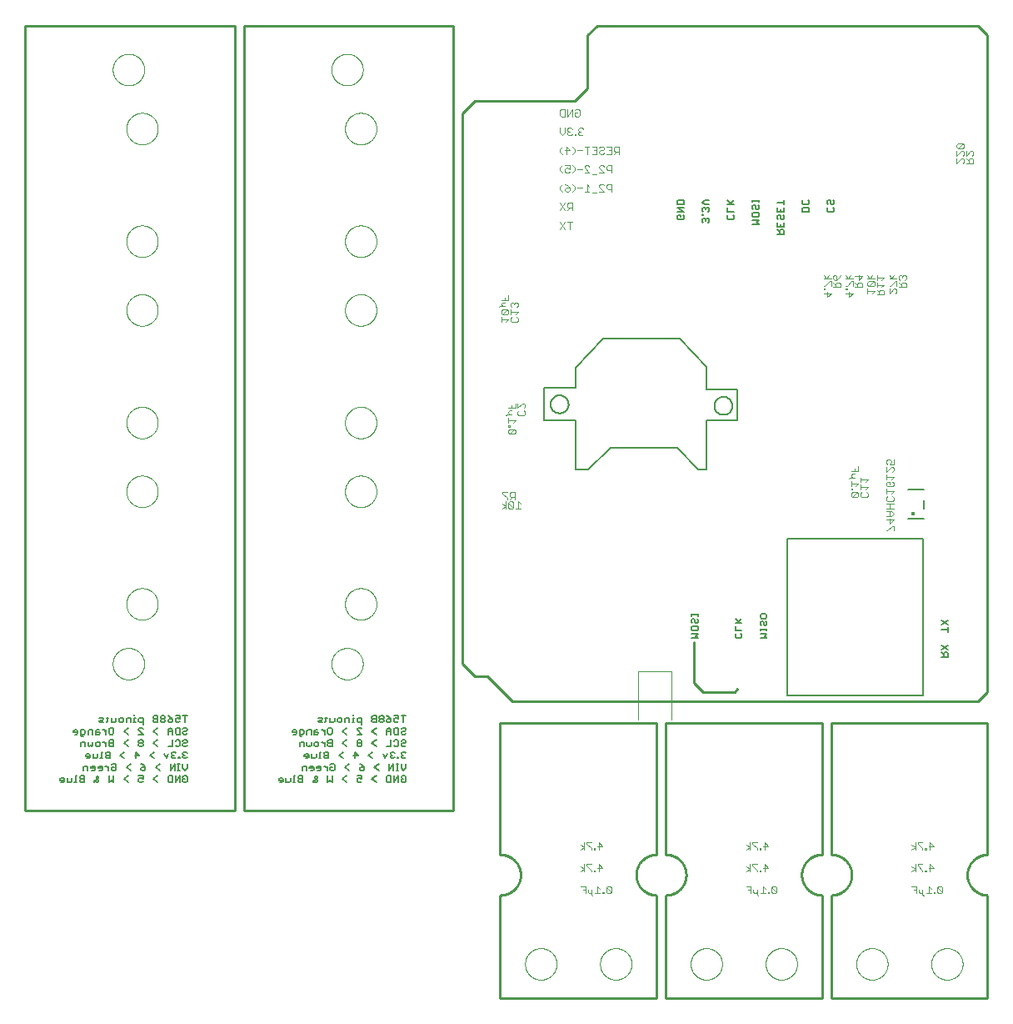
<source format=gbo>
G75*
%MOIN*%
%OFA0B0*%
%FSLAX25Y25*%
%IPPOS*%
%LPD*%
%AMOC8*
5,1,8,0,0,1.08239X$1,22.5*
%
%ADD10C,0.01000*%
%ADD11C,0.00600*%
%ADD12C,0.00000*%
%ADD13C,0.00300*%
%ADD14C,0.00500*%
%ADD15C,0.00700*%
%ADD16C,0.01768*%
D10*
X0001500Y0076500D02*
X0001500Y0390250D01*
X0085250Y0390250D01*
X0085250Y0076500D01*
X0001500Y0076500D01*
X0089000Y0076500D02*
X0089000Y0390250D01*
X0172750Y0390250D01*
X0172750Y0076500D01*
X0089000Y0076500D01*
X0176500Y0135250D02*
X0181500Y0130250D01*
X0186500Y0130250D01*
X0196500Y0120250D01*
X0382750Y0120250D01*
X0386500Y0124000D01*
X0386500Y0386500D01*
X0382750Y0390250D01*
X0230250Y0390250D01*
X0226500Y0386500D01*
X0226500Y0365250D01*
X0221500Y0360250D01*
X0181500Y0360250D01*
X0176500Y0355250D01*
X0176500Y0135250D01*
X0191500Y0111500D02*
X0191500Y0059000D01*
X0191698Y0058998D01*
X0191896Y0058990D01*
X0192093Y0058978D01*
X0192290Y0058961D01*
X0192487Y0058940D01*
X0192683Y0058913D01*
X0192878Y0058882D01*
X0193073Y0058846D01*
X0193267Y0058806D01*
X0193459Y0058760D01*
X0193651Y0058710D01*
X0193841Y0058656D01*
X0194030Y0058596D01*
X0194217Y0058532D01*
X0194403Y0058464D01*
X0194586Y0058391D01*
X0194769Y0058314D01*
X0194949Y0058232D01*
X0195127Y0058146D01*
X0195303Y0058055D01*
X0195477Y0057960D01*
X0195648Y0057861D01*
X0195817Y0057758D01*
X0195983Y0057651D01*
X0196147Y0057540D01*
X0196308Y0057425D01*
X0196466Y0057306D01*
X0196621Y0057183D01*
X0196773Y0057057D01*
X0196922Y0056926D01*
X0197068Y0056792D01*
X0197210Y0056655D01*
X0197349Y0056514D01*
X0197485Y0056370D01*
X0197617Y0056223D01*
X0197745Y0056072D01*
X0197870Y0055919D01*
X0197991Y0055762D01*
X0198108Y0055603D01*
X0198221Y0055440D01*
X0198330Y0055275D01*
X0198435Y0055108D01*
X0198536Y0054938D01*
X0198633Y0054765D01*
X0198726Y0054590D01*
X0198814Y0054413D01*
X0198898Y0054234D01*
X0198978Y0054053D01*
X0199053Y0053870D01*
X0199124Y0053685D01*
X0199190Y0053498D01*
X0199251Y0053310D01*
X0199308Y0053121D01*
X0199361Y0052930D01*
X0199409Y0052738D01*
X0199452Y0052545D01*
X0199490Y0052351D01*
X0199523Y0052156D01*
X0199552Y0051960D01*
X0199576Y0051764D01*
X0199596Y0051567D01*
X0199610Y0051369D01*
X0199620Y0051172D01*
X0199624Y0050974D01*
X0199624Y0050776D01*
X0199620Y0050578D01*
X0199610Y0050381D01*
X0199596Y0050183D01*
X0199576Y0049986D01*
X0199552Y0049790D01*
X0199523Y0049594D01*
X0199490Y0049399D01*
X0199452Y0049205D01*
X0199409Y0049012D01*
X0199361Y0048820D01*
X0199308Y0048629D01*
X0199251Y0048440D01*
X0199190Y0048252D01*
X0199124Y0048065D01*
X0199053Y0047880D01*
X0198978Y0047697D01*
X0198898Y0047516D01*
X0198814Y0047337D01*
X0198726Y0047160D01*
X0198633Y0046985D01*
X0198536Y0046813D01*
X0198435Y0046642D01*
X0198330Y0046475D01*
X0198221Y0046310D01*
X0198108Y0046147D01*
X0197991Y0045988D01*
X0197870Y0045831D01*
X0197745Y0045678D01*
X0197617Y0045527D01*
X0197485Y0045380D01*
X0197349Y0045236D01*
X0197210Y0045095D01*
X0197068Y0044958D01*
X0196922Y0044824D01*
X0196773Y0044693D01*
X0196621Y0044567D01*
X0196466Y0044444D01*
X0196308Y0044325D01*
X0196147Y0044210D01*
X0195983Y0044099D01*
X0195817Y0043992D01*
X0195648Y0043889D01*
X0195477Y0043790D01*
X0195303Y0043695D01*
X0195127Y0043604D01*
X0194949Y0043518D01*
X0194769Y0043436D01*
X0194586Y0043359D01*
X0194403Y0043286D01*
X0194217Y0043218D01*
X0194030Y0043154D01*
X0193841Y0043094D01*
X0193651Y0043040D01*
X0193459Y0042990D01*
X0193267Y0042944D01*
X0193073Y0042904D01*
X0192878Y0042868D01*
X0192683Y0042837D01*
X0192487Y0042810D01*
X0192290Y0042789D01*
X0192093Y0042772D01*
X0191896Y0042760D01*
X0191698Y0042752D01*
X0191500Y0042750D01*
X0191500Y0001500D01*
X0254000Y0001500D01*
X0254000Y0042750D01*
X0257750Y0042750D02*
X0257750Y0001500D01*
X0320250Y0001500D01*
X0320250Y0042750D01*
X0324000Y0042750D02*
X0324000Y0001500D01*
X0386500Y0001500D01*
X0386500Y0042750D01*
X0386302Y0042752D01*
X0386104Y0042760D01*
X0385907Y0042772D01*
X0385710Y0042789D01*
X0385513Y0042810D01*
X0385317Y0042837D01*
X0385122Y0042868D01*
X0384927Y0042904D01*
X0384733Y0042944D01*
X0384541Y0042990D01*
X0384349Y0043040D01*
X0384159Y0043094D01*
X0383970Y0043154D01*
X0383783Y0043218D01*
X0383597Y0043286D01*
X0383414Y0043359D01*
X0383231Y0043436D01*
X0383051Y0043518D01*
X0382873Y0043604D01*
X0382697Y0043695D01*
X0382523Y0043790D01*
X0382352Y0043889D01*
X0382183Y0043992D01*
X0382017Y0044099D01*
X0381853Y0044210D01*
X0381692Y0044325D01*
X0381534Y0044444D01*
X0381379Y0044567D01*
X0381227Y0044693D01*
X0381078Y0044824D01*
X0380932Y0044958D01*
X0380790Y0045095D01*
X0380651Y0045236D01*
X0380515Y0045380D01*
X0380383Y0045527D01*
X0380255Y0045678D01*
X0380130Y0045831D01*
X0380009Y0045988D01*
X0379892Y0046147D01*
X0379779Y0046310D01*
X0379670Y0046475D01*
X0379565Y0046642D01*
X0379464Y0046812D01*
X0379367Y0046985D01*
X0379274Y0047160D01*
X0379186Y0047337D01*
X0379102Y0047516D01*
X0379022Y0047697D01*
X0378947Y0047880D01*
X0378876Y0048065D01*
X0378810Y0048252D01*
X0378749Y0048440D01*
X0378692Y0048629D01*
X0378639Y0048820D01*
X0378591Y0049012D01*
X0378548Y0049205D01*
X0378510Y0049399D01*
X0378477Y0049594D01*
X0378448Y0049790D01*
X0378424Y0049986D01*
X0378404Y0050183D01*
X0378390Y0050381D01*
X0378380Y0050578D01*
X0378376Y0050776D01*
X0378376Y0050974D01*
X0378380Y0051172D01*
X0378390Y0051369D01*
X0378404Y0051567D01*
X0378424Y0051764D01*
X0378448Y0051960D01*
X0378477Y0052156D01*
X0378510Y0052351D01*
X0378548Y0052545D01*
X0378591Y0052738D01*
X0378639Y0052930D01*
X0378692Y0053121D01*
X0378749Y0053310D01*
X0378810Y0053498D01*
X0378876Y0053685D01*
X0378947Y0053870D01*
X0379022Y0054053D01*
X0379102Y0054234D01*
X0379186Y0054413D01*
X0379274Y0054590D01*
X0379367Y0054765D01*
X0379464Y0054937D01*
X0379565Y0055108D01*
X0379670Y0055275D01*
X0379779Y0055440D01*
X0379892Y0055603D01*
X0380009Y0055762D01*
X0380130Y0055919D01*
X0380255Y0056072D01*
X0380383Y0056223D01*
X0380515Y0056370D01*
X0380651Y0056514D01*
X0380790Y0056655D01*
X0380932Y0056792D01*
X0381078Y0056926D01*
X0381227Y0057057D01*
X0381379Y0057183D01*
X0381534Y0057306D01*
X0381692Y0057425D01*
X0381853Y0057540D01*
X0382017Y0057651D01*
X0382183Y0057758D01*
X0382352Y0057861D01*
X0382523Y0057960D01*
X0382697Y0058055D01*
X0382873Y0058146D01*
X0383051Y0058232D01*
X0383231Y0058314D01*
X0383414Y0058391D01*
X0383597Y0058464D01*
X0383783Y0058532D01*
X0383970Y0058596D01*
X0384159Y0058656D01*
X0384349Y0058710D01*
X0384541Y0058760D01*
X0384733Y0058806D01*
X0384927Y0058846D01*
X0385122Y0058882D01*
X0385317Y0058913D01*
X0385513Y0058940D01*
X0385710Y0058961D01*
X0385907Y0058978D01*
X0386104Y0058990D01*
X0386302Y0058998D01*
X0386500Y0059000D01*
X0386500Y0111500D01*
X0324000Y0111500D01*
X0324000Y0059000D01*
X0320250Y0059000D02*
X0320250Y0111500D01*
X0257750Y0111500D01*
X0257750Y0059000D01*
X0254000Y0059000D02*
X0254000Y0111500D01*
X0191500Y0111500D01*
X0254000Y0059000D02*
X0253802Y0058998D01*
X0253604Y0058990D01*
X0253407Y0058978D01*
X0253210Y0058961D01*
X0253013Y0058940D01*
X0252817Y0058913D01*
X0252622Y0058882D01*
X0252427Y0058846D01*
X0252233Y0058806D01*
X0252041Y0058760D01*
X0251849Y0058710D01*
X0251659Y0058656D01*
X0251470Y0058596D01*
X0251283Y0058532D01*
X0251097Y0058464D01*
X0250914Y0058391D01*
X0250731Y0058314D01*
X0250551Y0058232D01*
X0250373Y0058146D01*
X0250197Y0058055D01*
X0250023Y0057960D01*
X0249852Y0057861D01*
X0249683Y0057758D01*
X0249517Y0057651D01*
X0249353Y0057540D01*
X0249192Y0057425D01*
X0249034Y0057306D01*
X0248879Y0057183D01*
X0248727Y0057057D01*
X0248578Y0056926D01*
X0248432Y0056792D01*
X0248290Y0056655D01*
X0248151Y0056514D01*
X0248015Y0056370D01*
X0247883Y0056223D01*
X0247755Y0056072D01*
X0247630Y0055919D01*
X0247509Y0055762D01*
X0247392Y0055603D01*
X0247279Y0055440D01*
X0247170Y0055275D01*
X0247065Y0055108D01*
X0246964Y0054937D01*
X0246867Y0054765D01*
X0246774Y0054590D01*
X0246686Y0054413D01*
X0246602Y0054234D01*
X0246522Y0054053D01*
X0246447Y0053870D01*
X0246376Y0053685D01*
X0246310Y0053498D01*
X0246249Y0053310D01*
X0246192Y0053121D01*
X0246139Y0052930D01*
X0246091Y0052738D01*
X0246048Y0052545D01*
X0246010Y0052351D01*
X0245977Y0052156D01*
X0245948Y0051960D01*
X0245924Y0051764D01*
X0245904Y0051567D01*
X0245890Y0051369D01*
X0245880Y0051172D01*
X0245876Y0050974D01*
X0245876Y0050776D01*
X0245880Y0050578D01*
X0245890Y0050381D01*
X0245904Y0050183D01*
X0245924Y0049986D01*
X0245948Y0049790D01*
X0245977Y0049594D01*
X0246010Y0049399D01*
X0246048Y0049205D01*
X0246091Y0049012D01*
X0246139Y0048820D01*
X0246192Y0048629D01*
X0246249Y0048440D01*
X0246310Y0048252D01*
X0246376Y0048065D01*
X0246447Y0047880D01*
X0246522Y0047697D01*
X0246602Y0047516D01*
X0246686Y0047337D01*
X0246774Y0047160D01*
X0246867Y0046985D01*
X0246964Y0046812D01*
X0247065Y0046642D01*
X0247170Y0046475D01*
X0247279Y0046310D01*
X0247392Y0046147D01*
X0247509Y0045988D01*
X0247630Y0045831D01*
X0247755Y0045678D01*
X0247883Y0045527D01*
X0248015Y0045380D01*
X0248151Y0045236D01*
X0248290Y0045095D01*
X0248432Y0044958D01*
X0248578Y0044824D01*
X0248727Y0044693D01*
X0248879Y0044567D01*
X0249034Y0044444D01*
X0249192Y0044325D01*
X0249353Y0044210D01*
X0249517Y0044099D01*
X0249683Y0043992D01*
X0249852Y0043889D01*
X0250023Y0043790D01*
X0250197Y0043695D01*
X0250373Y0043604D01*
X0250551Y0043518D01*
X0250731Y0043436D01*
X0250914Y0043359D01*
X0251097Y0043286D01*
X0251283Y0043218D01*
X0251470Y0043154D01*
X0251659Y0043094D01*
X0251849Y0043040D01*
X0252041Y0042990D01*
X0252233Y0042944D01*
X0252427Y0042904D01*
X0252622Y0042868D01*
X0252817Y0042837D01*
X0253013Y0042810D01*
X0253210Y0042789D01*
X0253407Y0042772D01*
X0253604Y0042760D01*
X0253802Y0042752D01*
X0254000Y0042750D01*
X0257750Y0042750D02*
X0257948Y0042752D01*
X0258146Y0042760D01*
X0258343Y0042772D01*
X0258540Y0042789D01*
X0258737Y0042810D01*
X0258933Y0042837D01*
X0259128Y0042868D01*
X0259323Y0042904D01*
X0259517Y0042944D01*
X0259709Y0042990D01*
X0259901Y0043040D01*
X0260091Y0043094D01*
X0260280Y0043154D01*
X0260467Y0043218D01*
X0260653Y0043286D01*
X0260836Y0043359D01*
X0261019Y0043436D01*
X0261199Y0043518D01*
X0261377Y0043604D01*
X0261553Y0043695D01*
X0261727Y0043790D01*
X0261898Y0043889D01*
X0262067Y0043992D01*
X0262233Y0044099D01*
X0262397Y0044210D01*
X0262558Y0044325D01*
X0262716Y0044444D01*
X0262871Y0044567D01*
X0263023Y0044693D01*
X0263172Y0044824D01*
X0263318Y0044958D01*
X0263460Y0045095D01*
X0263599Y0045236D01*
X0263735Y0045380D01*
X0263867Y0045527D01*
X0263995Y0045678D01*
X0264120Y0045831D01*
X0264241Y0045988D01*
X0264358Y0046147D01*
X0264471Y0046310D01*
X0264580Y0046475D01*
X0264685Y0046642D01*
X0264786Y0046813D01*
X0264883Y0046985D01*
X0264976Y0047160D01*
X0265064Y0047337D01*
X0265148Y0047516D01*
X0265228Y0047697D01*
X0265303Y0047880D01*
X0265374Y0048065D01*
X0265440Y0048252D01*
X0265501Y0048440D01*
X0265558Y0048629D01*
X0265611Y0048820D01*
X0265659Y0049012D01*
X0265702Y0049205D01*
X0265740Y0049399D01*
X0265773Y0049594D01*
X0265802Y0049790D01*
X0265826Y0049986D01*
X0265846Y0050183D01*
X0265860Y0050381D01*
X0265870Y0050578D01*
X0265874Y0050776D01*
X0265874Y0050974D01*
X0265870Y0051172D01*
X0265860Y0051369D01*
X0265846Y0051567D01*
X0265826Y0051764D01*
X0265802Y0051960D01*
X0265773Y0052156D01*
X0265740Y0052351D01*
X0265702Y0052545D01*
X0265659Y0052738D01*
X0265611Y0052930D01*
X0265558Y0053121D01*
X0265501Y0053310D01*
X0265440Y0053498D01*
X0265374Y0053685D01*
X0265303Y0053870D01*
X0265228Y0054053D01*
X0265148Y0054234D01*
X0265064Y0054413D01*
X0264976Y0054590D01*
X0264883Y0054765D01*
X0264786Y0054938D01*
X0264685Y0055108D01*
X0264580Y0055275D01*
X0264471Y0055440D01*
X0264358Y0055603D01*
X0264241Y0055762D01*
X0264120Y0055919D01*
X0263995Y0056072D01*
X0263867Y0056223D01*
X0263735Y0056370D01*
X0263599Y0056514D01*
X0263460Y0056655D01*
X0263318Y0056792D01*
X0263172Y0056926D01*
X0263023Y0057057D01*
X0262871Y0057183D01*
X0262716Y0057306D01*
X0262558Y0057425D01*
X0262397Y0057540D01*
X0262233Y0057651D01*
X0262067Y0057758D01*
X0261898Y0057861D01*
X0261727Y0057960D01*
X0261553Y0058055D01*
X0261377Y0058146D01*
X0261199Y0058232D01*
X0261019Y0058314D01*
X0260836Y0058391D01*
X0260653Y0058464D01*
X0260467Y0058532D01*
X0260280Y0058596D01*
X0260091Y0058656D01*
X0259901Y0058710D01*
X0259709Y0058760D01*
X0259517Y0058806D01*
X0259323Y0058846D01*
X0259128Y0058882D01*
X0258933Y0058913D01*
X0258737Y0058940D01*
X0258540Y0058961D01*
X0258343Y0058978D01*
X0258146Y0058990D01*
X0257948Y0058998D01*
X0257750Y0059000D01*
X0320250Y0059000D02*
X0320052Y0058998D01*
X0319854Y0058990D01*
X0319657Y0058978D01*
X0319460Y0058961D01*
X0319263Y0058940D01*
X0319067Y0058913D01*
X0318872Y0058882D01*
X0318677Y0058846D01*
X0318483Y0058806D01*
X0318291Y0058760D01*
X0318099Y0058710D01*
X0317909Y0058656D01*
X0317720Y0058596D01*
X0317533Y0058532D01*
X0317347Y0058464D01*
X0317164Y0058391D01*
X0316981Y0058314D01*
X0316801Y0058232D01*
X0316623Y0058146D01*
X0316447Y0058055D01*
X0316273Y0057960D01*
X0316102Y0057861D01*
X0315933Y0057758D01*
X0315767Y0057651D01*
X0315603Y0057540D01*
X0315442Y0057425D01*
X0315284Y0057306D01*
X0315129Y0057183D01*
X0314977Y0057057D01*
X0314828Y0056926D01*
X0314682Y0056792D01*
X0314540Y0056655D01*
X0314401Y0056514D01*
X0314265Y0056370D01*
X0314133Y0056223D01*
X0314005Y0056072D01*
X0313880Y0055919D01*
X0313759Y0055762D01*
X0313642Y0055603D01*
X0313529Y0055440D01*
X0313420Y0055275D01*
X0313315Y0055108D01*
X0313214Y0054937D01*
X0313117Y0054765D01*
X0313024Y0054590D01*
X0312936Y0054413D01*
X0312852Y0054234D01*
X0312772Y0054053D01*
X0312697Y0053870D01*
X0312626Y0053685D01*
X0312560Y0053498D01*
X0312499Y0053310D01*
X0312442Y0053121D01*
X0312389Y0052930D01*
X0312341Y0052738D01*
X0312298Y0052545D01*
X0312260Y0052351D01*
X0312227Y0052156D01*
X0312198Y0051960D01*
X0312174Y0051764D01*
X0312154Y0051567D01*
X0312140Y0051369D01*
X0312130Y0051172D01*
X0312126Y0050974D01*
X0312126Y0050776D01*
X0312130Y0050578D01*
X0312140Y0050381D01*
X0312154Y0050183D01*
X0312174Y0049986D01*
X0312198Y0049790D01*
X0312227Y0049594D01*
X0312260Y0049399D01*
X0312298Y0049205D01*
X0312341Y0049012D01*
X0312389Y0048820D01*
X0312442Y0048629D01*
X0312499Y0048440D01*
X0312560Y0048252D01*
X0312626Y0048065D01*
X0312697Y0047880D01*
X0312772Y0047697D01*
X0312852Y0047516D01*
X0312936Y0047337D01*
X0313024Y0047160D01*
X0313117Y0046985D01*
X0313214Y0046812D01*
X0313315Y0046642D01*
X0313420Y0046475D01*
X0313529Y0046310D01*
X0313642Y0046147D01*
X0313759Y0045988D01*
X0313880Y0045831D01*
X0314005Y0045678D01*
X0314133Y0045527D01*
X0314265Y0045380D01*
X0314401Y0045236D01*
X0314540Y0045095D01*
X0314682Y0044958D01*
X0314828Y0044824D01*
X0314977Y0044693D01*
X0315129Y0044567D01*
X0315284Y0044444D01*
X0315442Y0044325D01*
X0315603Y0044210D01*
X0315767Y0044099D01*
X0315933Y0043992D01*
X0316102Y0043889D01*
X0316273Y0043790D01*
X0316447Y0043695D01*
X0316623Y0043604D01*
X0316801Y0043518D01*
X0316981Y0043436D01*
X0317164Y0043359D01*
X0317347Y0043286D01*
X0317533Y0043218D01*
X0317720Y0043154D01*
X0317909Y0043094D01*
X0318099Y0043040D01*
X0318291Y0042990D01*
X0318483Y0042944D01*
X0318677Y0042904D01*
X0318872Y0042868D01*
X0319067Y0042837D01*
X0319263Y0042810D01*
X0319460Y0042789D01*
X0319657Y0042772D01*
X0319854Y0042760D01*
X0320052Y0042752D01*
X0320250Y0042750D01*
X0324000Y0042750D02*
X0324198Y0042752D01*
X0324396Y0042760D01*
X0324593Y0042772D01*
X0324790Y0042789D01*
X0324987Y0042810D01*
X0325183Y0042837D01*
X0325378Y0042868D01*
X0325573Y0042904D01*
X0325767Y0042944D01*
X0325959Y0042990D01*
X0326151Y0043040D01*
X0326341Y0043094D01*
X0326530Y0043154D01*
X0326717Y0043218D01*
X0326903Y0043286D01*
X0327086Y0043359D01*
X0327269Y0043436D01*
X0327449Y0043518D01*
X0327627Y0043604D01*
X0327803Y0043695D01*
X0327977Y0043790D01*
X0328148Y0043889D01*
X0328317Y0043992D01*
X0328483Y0044099D01*
X0328647Y0044210D01*
X0328808Y0044325D01*
X0328966Y0044444D01*
X0329121Y0044567D01*
X0329273Y0044693D01*
X0329422Y0044824D01*
X0329568Y0044958D01*
X0329710Y0045095D01*
X0329849Y0045236D01*
X0329985Y0045380D01*
X0330117Y0045527D01*
X0330245Y0045678D01*
X0330370Y0045831D01*
X0330491Y0045988D01*
X0330608Y0046147D01*
X0330721Y0046310D01*
X0330830Y0046475D01*
X0330935Y0046642D01*
X0331036Y0046813D01*
X0331133Y0046985D01*
X0331226Y0047160D01*
X0331314Y0047337D01*
X0331398Y0047516D01*
X0331478Y0047697D01*
X0331553Y0047880D01*
X0331624Y0048065D01*
X0331690Y0048252D01*
X0331751Y0048440D01*
X0331808Y0048629D01*
X0331861Y0048820D01*
X0331909Y0049012D01*
X0331952Y0049205D01*
X0331990Y0049399D01*
X0332023Y0049594D01*
X0332052Y0049790D01*
X0332076Y0049986D01*
X0332096Y0050183D01*
X0332110Y0050381D01*
X0332120Y0050578D01*
X0332124Y0050776D01*
X0332124Y0050974D01*
X0332120Y0051172D01*
X0332110Y0051369D01*
X0332096Y0051567D01*
X0332076Y0051764D01*
X0332052Y0051960D01*
X0332023Y0052156D01*
X0331990Y0052351D01*
X0331952Y0052545D01*
X0331909Y0052738D01*
X0331861Y0052930D01*
X0331808Y0053121D01*
X0331751Y0053310D01*
X0331690Y0053498D01*
X0331624Y0053685D01*
X0331553Y0053870D01*
X0331478Y0054053D01*
X0331398Y0054234D01*
X0331314Y0054413D01*
X0331226Y0054590D01*
X0331133Y0054765D01*
X0331036Y0054938D01*
X0330935Y0055108D01*
X0330830Y0055275D01*
X0330721Y0055440D01*
X0330608Y0055603D01*
X0330491Y0055762D01*
X0330370Y0055919D01*
X0330245Y0056072D01*
X0330117Y0056223D01*
X0329985Y0056370D01*
X0329849Y0056514D01*
X0329710Y0056655D01*
X0329568Y0056792D01*
X0329422Y0056926D01*
X0329273Y0057057D01*
X0329121Y0057183D01*
X0328966Y0057306D01*
X0328808Y0057425D01*
X0328647Y0057540D01*
X0328483Y0057651D01*
X0328317Y0057758D01*
X0328148Y0057861D01*
X0327977Y0057960D01*
X0327803Y0058055D01*
X0327627Y0058146D01*
X0327449Y0058232D01*
X0327269Y0058314D01*
X0327086Y0058391D01*
X0326903Y0058464D01*
X0326717Y0058532D01*
X0326530Y0058596D01*
X0326341Y0058656D01*
X0326151Y0058710D01*
X0325959Y0058760D01*
X0325767Y0058806D01*
X0325573Y0058846D01*
X0325378Y0058882D01*
X0325183Y0058913D01*
X0324987Y0058940D01*
X0324790Y0058961D01*
X0324593Y0058978D01*
X0324396Y0058990D01*
X0324198Y0058998D01*
X0324000Y0059000D01*
X0285250Y0124000D02*
X0272750Y0124000D01*
X0269000Y0127750D01*
X0269000Y0144000D01*
X0286500Y0125250D02*
X0285250Y0124000D01*
D11*
X0285984Y0145550D02*
X0285550Y0145984D01*
X0285550Y0146851D01*
X0285984Y0147285D01*
X0285550Y0148497D02*
X0285550Y0150231D01*
X0285550Y0151443D02*
X0288152Y0151443D01*
X0286851Y0151877D02*
X0285550Y0153178D01*
X0286417Y0151443D02*
X0288152Y0153178D01*
X0288152Y0148497D02*
X0285550Y0148497D01*
X0287719Y0147285D02*
X0288152Y0146851D01*
X0288152Y0145984D01*
X0287719Y0145550D01*
X0285984Y0145550D01*
X0295550Y0145550D02*
X0298152Y0145550D01*
X0297285Y0146417D01*
X0298152Y0147285D01*
X0295550Y0147285D01*
X0295550Y0148497D02*
X0295550Y0149364D01*
X0295550Y0148930D02*
X0298152Y0148930D01*
X0298152Y0148497D02*
X0298152Y0149364D01*
X0297719Y0150461D02*
X0297285Y0150461D01*
X0296851Y0150895D01*
X0296851Y0151762D01*
X0296417Y0152196D01*
X0295984Y0152196D01*
X0295550Y0151762D01*
X0295550Y0150895D01*
X0295984Y0150461D01*
X0297719Y0150461D02*
X0298152Y0150895D01*
X0298152Y0151762D01*
X0297719Y0152196D01*
X0297719Y0153407D02*
X0295984Y0153407D01*
X0295550Y0153841D01*
X0295550Y0154708D01*
X0295984Y0155142D01*
X0297719Y0155142D01*
X0298152Y0154708D01*
X0298152Y0153841D01*
X0297719Y0153407D01*
X0270652Y0152744D02*
X0270652Y0151877D01*
X0270219Y0151443D01*
X0269785Y0151443D01*
X0269351Y0151877D01*
X0269351Y0152744D01*
X0268917Y0153178D01*
X0268484Y0153178D01*
X0268050Y0152744D01*
X0268050Y0151877D01*
X0268484Y0151443D01*
X0268484Y0150231D02*
X0270219Y0150231D01*
X0270652Y0149798D01*
X0270652Y0148930D01*
X0270219Y0148497D01*
X0268484Y0148497D01*
X0268050Y0148930D01*
X0268050Y0149798D01*
X0268484Y0150231D01*
X0268050Y0147285D02*
X0270652Y0147285D01*
X0269785Y0146417D01*
X0270652Y0145550D01*
X0268050Y0145550D01*
X0270652Y0152744D02*
X0270219Y0153178D01*
X0270652Y0154390D02*
X0270652Y0155257D01*
X0270652Y0154823D02*
X0268050Y0154823D01*
X0268050Y0154390D02*
X0268050Y0155257D01*
X0368050Y0152731D02*
X0370652Y0150997D01*
X0370652Y0149785D02*
X0370652Y0148050D01*
X0370652Y0148917D02*
X0368050Y0148917D01*
X0368050Y0150997D02*
X0370652Y0152731D01*
X0370652Y0142731D02*
X0368050Y0140997D01*
X0368050Y0139785D02*
X0368917Y0138917D01*
X0368917Y0139351D02*
X0368917Y0138050D01*
X0368050Y0138050D02*
X0370652Y0138050D01*
X0370652Y0139351D01*
X0370219Y0139785D01*
X0369351Y0139785D01*
X0368917Y0139351D01*
X0370652Y0140997D02*
X0368050Y0142731D01*
X0304952Y0307067D02*
X0302350Y0307067D01*
X0303217Y0307067D02*
X0303217Y0308369D01*
X0303651Y0308802D01*
X0304519Y0308802D01*
X0304952Y0308369D01*
X0304952Y0307067D01*
X0303217Y0307935D02*
X0302350Y0308802D01*
X0302350Y0310014D02*
X0302350Y0311749D01*
X0302784Y0312960D02*
X0302350Y0313394D01*
X0302350Y0314262D01*
X0302784Y0314695D01*
X0303217Y0314695D01*
X0303651Y0314262D01*
X0303651Y0313394D01*
X0304085Y0312960D01*
X0304519Y0312960D01*
X0304952Y0313394D01*
X0304952Y0314262D01*
X0304519Y0314695D01*
X0304952Y0315907D02*
X0302350Y0315907D01*
X0302350Y0317642D01*
X0303651Y0316774D02*
X0303651Y0315907D01*
X0304952Y0315907D02*
X0304952Y0317642D01*
X0304952Y0318853D02*
X0304952Y0320588D01*
X0304952Y0319721D02*
X0302350Y0319721D01*
X0294952Y0319836D02*
X0294952Y0320703D01*
X0294952Y0320269D02*
X0292350Y0320269D01*
X0292350Y0319836D02*
X0292350Y0320703D01*
X0292784Y0318624D02*
X0292350Y0318190D01*
X0292350Y0317323D01*
X0292784Y0316889D01*
X0293651Y0317323D02*
X0294085Y0316889D01*
X0294519Y0316889D01*
X0294952Y0317323D01*
X0294952Y0318190D01*
X0294519Y0318624D01*
X0293651Y0318190D02*
X0293217Y0318624D01*
X0292784Y0318624D01*
X0293651Y0318190D02*
X0293651Y0317323D01*
X0292784Y0315677D02*
X0294519Y0315677D01*
X0294952Y0315244D01*
X0294952Y0314376D01*
X0294519Y0313943D01*
X0292784Y0313943D01*
X0292350Y0314376D01*
X0292350Y0315244D01*
X0292784Y0315677D01*
X0292350Y0312731D02*
X0294952Y0312731D01*
X0294085Y0311863D01*
X0294952Y0310996D01*
X0292350Y0310996D01*
X0284952Y0313394D02*
X0284519Y0312960D01*
X0282784Y0312960D01*
X0282350Y0313394D01*
X0282350Y0314262D01*
X0282784Y0314695D01*
X0282350Y0315907D02*
X0282350Y0317642D01*
X0282350Y0318853D02*
X0284952Y0318853D01*
X0283651Y0319287D02*
X0282350Y0320588D01*
X0283217Y0318853D02*
X0284952Y0320588D01*
X0284952Y0315907D02*
X0282350Y0315907D01*
X0284519Y0314695D02*
X0284952Y0314262D01*
X0284952Y0313394D01*
X0274952Y0312788D02*
X0274519Y0313222D01*
X0274085Y0313222D01*
X0273651Y0312788D01*
X0273217Y0313222D01*
X0272784Y0313222D01*
X0272350Y0312788D01*
X0272350Y0311921D01*
X0272784Y0311487D01*
X0273651Y0312355D02*
X0273651Y0312788D01*
X0274952Y0312788D02*
X0274952Y0311921D01*
X0274519Y0311487D01*
X0272784Y0314434D02*
X0272784Y0314867D01*
X0272350Y0314867D01*
X0272350Y0314434D01*
X0272784Y0314434D01*
X0272784Y0315907D02*
X0272350Y0316341D01*
X0272350Y0317208D01*
X0272784Y0317642D01*
X0273217Y0317642D01*
X0273651Y0317208D01*
X0273651Y0316774D01*
X0273651Y0317208D02*
X0274085Y0317642D01*
X0274519Y0317642D01*
X0274952Y0317208D01*
X0274952Y0316341D01*
X0274519Y0315907D01*
X0274952Y0318853D02*
X0273217Y0318853D01*
X0272350Y0319721D01*
X0273217Y0320588D01*
X0274952Y0320588D01*
X0264952Y0320155D02*
X0264952Y0318853D01*
X0262350Y0318853D01*
X0262350Y0320155D01*
X0262784Y0320588D01*
X0264519Y0320588D01*
X0264952Y0320155D01*
X0264952Y0317642D02*
X0262350Y0317642D01*
X0264952Y0315907D01*
X0262350Y0315907D01*
X0262784Y0314695D02*
X0263651Y0314695D01*
X0263651Y0313828D01*
X0262784Y0314695D02*
X0262350Y0314262D01*
X0262350Y0313394D01*
X0262784Y0312960D01*
X0264519Y0312960D01*
X0264952Y0313394D01*
X0264952Y0314262D01*
X0264519Y0314695D01*
X0302350Y0310014D02*
X0304952Y0310014D01*
X0304952Y0311749D01*
X0303651Y0310881D02*
X0303651Y0310014D01*
X0312350Y0315907D02*
X0312350Y0317208D01*
X0312784Y0317642D01*
X0314519Y0317642D01*
X0314952Y0317208D01*
X0314952Y0315907D01*
X0312350Y0315907D01*
X0312784Y0318853D02*
X0312350Y0319287D01*
X0312350Y0320155D01*
X0312784Y0320588D01*
X0314519Y0320588D02*
X0314952Y0320155D01*
X0314952Y0319287D01*
X0314519Y0318853D01*
X0312784Y0318853D01*
X0322350Y0319287D02*
X0322784Y0318853D01*
X0322350Y0319287D02*
X0322350Y0320155D01*
X0322784Y0320588D01*
X0323217Y0320588D01*
X0323651Y0320155D01*
X0323651Y0319287D01*
X0324085Y0318853D01*
X0324519Y0318853D01*
X0324952Y0319287D01*
X0324952Y0320155D01*
X0324519Y0320588D01*
X0324519Y0317642D02*
X0324952Y0317208D01*
X0324952Y0316341D01*
X0324519Y0315907D01*
X0322784Y0315907D01*
X0322350Y0316341D01*
X0322350Y0317208D01*
X0322784Y0317642D01*
X0153700Y0114452D02*
X0151965Y0114452D01*
X0152833Y0114452D02*
X0152833Y0111850D01*
X0150753Y0112284D02*
X0150320Y0111850D01*
X0149452Y0111850D01*
X0149019Y0112284D01*
X0149019Y0113151D01*
X0149452Y0113585D01*
X0149886Y0113585D01*
X0150753Y0113151D01*
X0150753Y0114452D01*
X0149019Y0114452D01*
X0147807Y0113151D02*
X0146506Y0113151D01*
X0146072Y0112717D01*
X0146072Y0112284D01*
X0146506Y0111850D01*
X0147373Y0111850D01*
X0147807Y0112284D01*
X0147807Y0113151D01*
X0146940Y0114019D01*
X0146072Y0114452D01*
X0144860Y0114019D02*
X0144860Y0113585D01*
X0144427Y0113151D01*
X0143559Y0113151D01*
X0143126Y0112717D01*
X0143126Y0112284D01*
X0143559Y0111850D01*
X0144427Y0111850D01*
X0144860Y0112284D01*
X0144860Y0112717D01*
X0144427Y0113151D01*
X0143559Y0113151D02*
X0143126Y0113585D01*
X0143126Y0114019D01*
X0143559Y0114452D01*
X0144427Y0114452D01*
X0144860Y0114019D01*
X0141914Y0114452D02*
X0141914Y0111850D01*
X0140613Y0111850D01*
X0140179Y0112284D01*
X0140179Y0112717D01*
X0140613Y0113151D01*
X0141914Y0113151D01*
X0140613Y0113151D02*
X0140179Y0113585D01*
X0140179Y0114019D01*
X0140613Y0114452D01*
X0141914Y0114452D01*
X0136021Y0113585D02*
X0134720Y0113585D01*
X0134286Y0113151D01*
X0134286Y0112284D01*
X0134720Y0111850D01*
X0136021Y0111850D01*
X0136021Y0110983D02*
X0136021Y0113585D01*
X0133074Y0113585D02*
X0132641Y0113585D01*
X0132641Y0111850D01*
X0133074Y0111850D02*
X0132207Y0111850D01*
X0131110Y0111850D02*
X0131110Y0113585D01*
X0129809Y0113585D01*
X0129375Y0113151D01*
X0129375Y0111850D01*
X0128164Y0112284D02*
X0127730Y0111850D01*
X0126862Y0111850D01*
X0126429Y0112284D01*
X0126429Y0113151D01*
X0126862Y0113585D01*
X0127730Y0113585D01*
X0128164Y0113151D01*
X0128164Y0112284D01*
X0125217Y0112284D02*
X0124783Y0111850D01*
X0123482Y0111850D01*
X0123482Y0113585D01*
X0122270Y0113585D02*
X0121403Y0113585D01*
X0121837Y0114019D02*
X0121837Y0112284D01*
X0121403Y0111850D01*
X0120306Y0111850D02*
X0119005Y0111850D01*
X0118571Y0112284D01*
X0119005Y0112717D01*
X0119872Y0112717D01*
X0120306Y0113151D01*
X0119872Y0113585D01*
X0118571Y0113585D01*
X0118399Y0108785D02*
X0117532Y0108785D01*
X0117098Y0108351D01*
X0117098Y0107050D01*
X0118399Y0107050D01*
X0118833Y0107484D01*
X0118399Y0107917D01*
X0117098Y0107917D01*
X0115886Y0107050D02*
X0115886Y0108785D01*
X0114585Y0108785D01*
X0114152Y0108351D01*
X0114152Y0107050D01*
X0112940Y0107484D02*
X0112506Y0107050D01*
X0111205Y0107050D01*
X0111205Y0106616D02*
X0111205Y0108785D01*
X0112506Y0108785D01*
X0112940Y0108351D01*
X0112940Y0107484D01*
X0112072Y0106183D02*
X0111639Y0106183D01*
X0111205Y0106616D01*
X0109993Y0107484D02*
X0109993Y0108351D01*
X0109560Y0108785D01*
X0108692Y0108785D01*
X0108259Y0108351D01*
X0108259Y0107917D01*
X0109993Y0107917D01*
X0109993Y0107484D02*
X0109560Y0107050D01*
X0108692Y0107050D01*
X0111639Y0103985D02*
X0111205Y0103551D01*
X0111205Y0102250D01*
X0112940Y0102250D02*
X0112940Y0103985D01*
X0111639Y0103985D01*
X0114152Y0103985D02*
X0114152Y0102684D01*
X0114585Y0102250D01*
X0115019Y0102684D01*
X0115453Y0102250D01*
X0115886Y0102684D01*
X0115886Y0103985D01*
X0117098Y0103551D02*
X0117532Y0103985D01*
X0118399Y0103985D01*
X0118833Y0103551D01*
X0118833Y0102684D01*
X0118399Y0102250D01*
X0117532Y0102250D01*
X0117098Y0102684D01*
X0117098Y0103551D01*
X0119987Y0103985D02*
X0120421Y0103985D01*
X0121288Y0103117D01*
X0121288Y0102250D02*
X0121288Y0103985D01*
X0122500Y0103985D02*
X0122934Y0103551D01*
X0124235Y0103551D01*
X0124235Y0102250D02*
X0122934Y0102250D01*
X0122500Y0102684D01*
X0122500Y0103117D01*
X0122934Y0103551D01*
X0122500Y0103985D02*
X0122500Y0104419D01*
X0122934Y0104852D01*
X0124235Y0104852D01*
X0124235Y0102250D01*
X0122762Y0100052D02*
X0121460Y0100052D01*
X0121027Y0099619D01*
X0121027Y0099185D01*
X0121460Y0098751D01*
X0122762Y0098751D01*
X0122762Y0097450D02*
X0122762Y0100052D01*
X0121460Y0098751D02*
X0121027Y0098317D01*
X0121027Y0097884D01*
X0121460Y0097450D01*
X0122762Y0097450D01*
X0123916Y0095252D02*
X0124783Y0095252D01*
X0125217Y0094819D01*
X0125217Y0093084D01*
X0124783Y0092650D01*
X0123916Y0092650D01*
X0123482Y0093084D01*
X0123482Y0093951D01*
X0124350Y0093951D01*
X0123482Y0094819D02*
X0123916Y0095252D01*
X0122270Y0094385D02*
X0122270Y0092650D01*
X0122270Y0093517D02*
X0121403Y0094385D01*
X0120969Y0094385D01*
X0119815Y0093951D02*
X0119381Y0094385D01*
X0118514Y0094385D01*
X0118080Y0093951D01*
X0118080Y0093517D01*
X0119815Y0093517D01*
X0119815Y0093084D02*
X0119815Y0093951D01*
X0119815Y0093084D02*
X0119381Y0092650D01*
X0118514Y0092650D01*
X0116869Y0093084D02*
X0116869Y0093951D01*
X0116435Y0094385D01*
X0115567Y0094385D01*
X0115134Y0093951D01*
X0115134Y0093517D01*
X0116869Y0093517D01*
X0116869Y0093084D02*
X0116435Y0092650D01*
X0115567Y0092650D01*
X0113922Y0092650D02*
X0113922Y0094385D01*
X0112621Y0094385D01*
X0112187Y0093951D01*
X0112187Y0092650D01*
X0112449Y0090452D02*
X0111148Y0090452D01*
X0110714Y0090019D01*
X0110714Y0089585D01*
X0111148Y0089151D01*
X0112449Y0089151D01*
X0112449Y0087850D02*
X0111148Y0087850D01*
X0110714Y0088284D01*
X0110714Y0088717D01*
X0111148Y0089151D01*
X0112449Y0087850D02*
X0112449Y0090452D01*
X0109502Y0090452D02*
X0109069Y0090452D01*
X0109069Y0087850D01*
X0109502Y0087850D02*
X0108635Y0087850D01*
X0107538Y0088284D02*
X0107104Y0087850D01*
X0105803Y0087850D01*
X0105803Y0089585D01*
X0104591Y0089151D02*
X0104158Y0089585D01*
X0103290Y0089585D01*
X0102857Y0089151D01*
X0102857Y0088717D01*
X0104591Y0088717D01*
X0104591Y0088284D02*
X0104591Y0089151D01*
X0104591Y0088284D02*
X0104158Y0087850D01*
X0103290Y0087850D01*
X0107538Y0088284D02*
X0107538Y0089585D01*
X0113603Y0097450D02*
X0114470Y0097450D01*
X0114904Y0097884D01*
X0114904Y0098751D01*
X0114470Y0099185D01*
X0113603Y0099185D01*
X0113169Y0098751D01*
X0113169Y0098317D01*
X0114904Y0098317D01*
X0116116Y0097450D02*
X0116116Y0099185D01*
X0117851Y0099185D02*
X0117851Y0097884D01*
X0117417Y0097450D01*
X0116116Y0097450D01*
X0118948Y0097450D02*
X0119815Y0097450D01*
X0119381Y0097450D02*
X0119381Y0100052D01*
X0119815Y0100052D01*
X0121288Y0107050D02*
X0121288Y0108785D01*
X0120421Y0108785D02*
X0119987Y0108785D01*
X0120421Y0108785D02*
X0121288Y0107917D01*
X0122500Y0107484D02*
X0122500Y0109219D01*
X0122934Y0109652D01*
X0123801Y0109652D01*
X0124235Y0109219D01*
X0124235Y0107484D01*
X0123801Y0107050D01*
X0122934Y0107050D01*
X0122500Y0107484D01*
X0125217Y0112284D02*
X0125217Y0113585D01*
X0128393Y0108351D02*
X0130128Y0107050D01*
X0128393Y0108351D02*
X0130128Y0109652D01*
X0134286Y0109219D02*
X0134720Y0109652D01*
X0135587Y0109652D01*
X0136021Y0109219D01*
X0134286Y0109219D02*
X0134286Y0108785D01*
X0136021Y0107050D01*
X0134286Y0107050D01*
X0134720Y0104852D02*
X0134286Y0104419D01*
X0134286Y0103985D01*
X0134720Y0103551D01*
X0135587Y0103551D01*
X0136021Y0103985D01*
X0136021Y0104419D01*
X0135587Y0104852D01*
X0134720Y0104852D01*
X0134720Y0103551D02*
X0134286Y0103117D01*
X0134286Y0102684D01*
X0134720Y0102250D01*
X0135587Y0102250D01*
X0136021Y0102684D01*
X0136021Y0103117D01*
X0135587Y0103551D01*
X0133247Y0100052D02*
X0134548Y0098751D01*
X0132813Y0098751D01*
X0133247Y0097450D02*
X0133247Y0100052D01*
X0130128Y0102250D02*
X0128393Y0103551D01*
X0130128Y0104852D01*
X0128655Y0100052D02*
X0126920Y0098751D01*
X0128655Y0097450D01*
X0131110Y0095252D02*
X0129375Y0093951D01*
X0131110Y0092650D01*
X0130128Y0090452D02*
X0128393Y0089151D01*
X0130128Y0087850D01*
X0134286Y0088284D02*
X0134720Y0087850D01*
X0135587Y0087850D01*
X0136021Y0088284D01*
X0136021Y0089151D02*
X0135153Y0089585D01*
X0134720Y0089585D01*
X0134286Y0089151D01*
X0134286Y0088284D01*
X0136021Y0089151D02*
X0136021Y0090452D01*
X0134286Y0090452D01*
X0135702Y0092650D02*
X0135268Y0093084D01*
X0135268Y0093517D01*
X0135702Y0093951D01*
X0137003Y0093951D01*
X0137003Y0093084D01*
X0136569Y0092650D01*
X0135702Y0092650D01*
X0137003Y0093951D02*
X0136136Y0094819D01*
X0135268Y0095252D01*
X0138706Y0098751D02*
X0140441Y0097450D01*
X0138706Y0098751D02*
X0140441Y0100052D01*
X0141914Y0102250D02*
X0140179Y0103551D01*
X0141914Y0104852D01*
X0141914Y0107050D02*
X0140179Y0108351D01*
X0141914Y0109652D01*
X0146072Y0108785D02*
X0146072Y0107050D01*
X0146072Y0108351D02*
X0147807Y0108351D01*
X0147807Y0108785D02*
X0146940Y0109652D01*
X0146072Y0108785D01*
X0147807Y0108785D02*
X0147807Y0107050D01*
X0149019Y0107484D02*
X0149019Y0109219D01*
X0149452Y0109652D01*
X0150753Y0109652D01*
X0150753Y0107050D01*
X0149452Y0107050D01*
X0149019Y0107484D01*
X0149452Y0104852D02*
X0150320Y0104852D01*
X0150753Y0104419D01*
X0150753Y0102684D01*
X0150320Y0102250D01*
X0149452Y0102250D01*
X0149019Y0102684D01*
X0147807Y0102250D02*
X0146072Y0102250D01*
X0147807Y0102250D02*
X0147807Y0104852D01*
X0149019Y0104419D02*
X0149452Y0104852D01*
X0151965Y0104419D02*
X0152399Y0104852D01*
X0153266Y0104852D01*
X0153700Y0104419D01*
X0153700Y0103985D01*
X0153266Y0103551D01*
X0152399Y0103551D01*
X0151965Y0103117D01*
X0151965Y0102684D01*
X0152399Y0102250D01*
X0153266Y0102250D01*
X0153700Y0102684D01*
X0153266Y0100052D02*
X0152399Y0100052D01*
X0151965Y0099619D01*
X0151965Y0099185D01*
X0152399Y0098751D01*
X0151965Y0098317D01*
X0151965Y0097884D01*
X0152399Y0097450D01*
X0153266Y0097450D01*
X0153700Y0097884D01*
X0152833Y0098751D02*
X0152399Y0098751D01*
X0153700Y0099619D02*
X0153266Y0100052D01*
X0150753Y0097884D02*
X0150320Y0097884D01*
X0150320Y0097450D01*
X0150753Y0097450D01*
X0150753Y0097884D01*
X0149280Y0097884D02*
X0148847Y0097450D01*
X0147979Y0097450D01*
X0147545Y0097884D01*
X0147545Y0098317D01*
X0147979Y0098751D01*
X0148413Y0098751D01*
X0147979Y0098751D02*
X0147545Y0099185D01*
X0147545Y0099619D01*
X0147979Y0100052D01*
X0148847Y0100052D01*
X0149280Y0099619D01*
X0146334Y0099185D02*
X0145466Y0097450D01*
X0144599Y0099185D01*
X0142896Y0095252D02*
X0141161Y0093951D01*
X0142896Y0092650D01*
X0141914Y0090452D02*
X0140179Y0089151D01*
X0141914Y0087850D01*
X0146072Y0088284D02*
X0146072Y0090019D01*
X0146506Y0090452D01*
X0147807Y0090452D01*
X0147807Y0087850D01*
X0146506Y0087850D01*
X0146072Y0088284D01*
X0149019Y0087850D02*
X0149019Y0090452D01*
X0150753Y0090452D02*
X0149019Y0087850D01*
X0150753Y0087850D02*
X0150753Y0090452D01*
X0151965Y0090019D02*
X0152399Y0090452D01*
X0153266Y0090452D01*
X0153700Y0090019D01*
X0153700Y0088284D01*
X0153266Y0087850D01*
X0152399Y0087850D01*
X0151965Y0088284D01*
X0151965Y0089151D01*
X0152833Y0089151D01*
X0152833Y0092650D02*
X0151965Y0093517D01*
X0151965Y0095252D01*
X0150753Y0095252D02*
X0149886Y0095252D01*
X0150320Y0095252D02*
X0150320Y0092650D01*
X0150753Y0092650D02*
X0149886Y0092650D01*
X0148789Y0092650D02*
X0148789Y0095252D01*
X0147054Y0092650D01*
X0147054Y0095252D01*
X0152833Y0092650D02*
X0153700Y0093517D01*
X0153700Y0095252D01*
X0153266Y0107050D02*
X0153700Y0107484D01*
X0153266Y0107050D02*
X0152399Y0107050D01*
X0151965Y0107484D01*
X0151965Y0107917D01*
X0152399Y0108351D01*
X0153266Y0108351D01*
X0153700Y0108785D01*
X0153700Y0109219D01*
X0153266Y0109652D01*
X0152399Y0109652D01*
X0151965Y0109219D01*
X0132641Y0114452D02*
X0132641Y0114886D01*
X0124235Y0090452D02*
X0124235Y0087850D01*
X0123367Y0088717D01*
X0122500Y0087850D01*
X0122500Y0090452D01*
X0118342Y0090019D02*
X0118342Y0089585D01*
X0116607Y0087850D01*
X0117474Y0087850D02*
X0117908Y0087850D01*
X0118342Y0088284D01*
X0118342Y0088717D01*
X0117474Y0089585D01*
X0117474Y0090019D01*
X0117908Y0090452D01*
X0118342Y0090019D01*
X0116607Y0088717D02*
X0117474Y0087850D01*
X0066200Y0088284D02*
X0065766Y0087850D01*
X0064899Y0087850D01*
X0064465Y0088284D01*
X0064465Y0089151D01*
X0065333Y0089151D01*
X0066200Y0090019D02*
X0066200Y0088284D01*
X0066200Y0090019D02*
X0065766Y0090452D01*
X0064899Y0090452D01*
X0064465Y0090019D01*
X0063253Y0090452D02*
X0063253Y0087850D01*
X0061519Y0087850D02*
X0061519Y0090452D01*
X0060307Y0090452D02*
X0059006Y0090452D01*
X0058572Y0090019D01*
X0058572Y0088284D01*
X0059006Y0087850D01*
X0060307Y0087850D01*
X0060307Y0090452D01*
X0059554Y0092650D02*
X0059554Y0095252D01*
X0061289Y0095252D02*
X0059554Y0092650D01*
X0061289Y0092650D02*
X0061289Y0095252D01*
X0062386Y0095252D02*
X0063253Y0095252D01*
X0062820Y0095252D02*
X0062820Y0092650D01*
X0063253Y0092650D02*
X0062386Y0092650D01*
X0064465Y0093517D02*
X0064465Y0095252D01*
X0064465Y0093517D02*
X0065333Y0092650D01*
X0066200Y0093517D01*
X0066200Y0095252D01*
X0065766Y0097450D02*
X0066200Y0097884D01*
X0065766Y0097450D02*
X0064899Y0097450D01*
X0064465Y0097884D01*
X0064465Y0098317D01*
X0064899Y0098751D01*
X0065333Y0098751D01*
X0064899Y0098751D02*
X0064465Y0099185D01*
X0064465Y0099619D01*
X0064899Y0100052D01*
X0065766Y0100052D01*
X0066200Y0099619D01*
X0065766Y0102250D02*
X0066200Y0102684D01*
X0065766Y0102250D02*
X0064899Y0102250D01*
X0064465Y0102684D01*
X0064465Y0103117D01*
X0064899Y0103551D01*
X0065766Y0103551D01*
X0066200Y0103985D01*
X0066200Y0104419D01*
X0065766Y0104852D01*
X0064899Y0104852D01*
X0064465Y0104419D01*
X0063253Y0104419D02*
X0063253Y0102684D01*
X0062820Y0102250D01*
X0061952Y0102250D01*
X0061519Y0102684D01*
X0060307Y0102250D02*
X0058572Y0102250D01*
X0060307Y0102250D02*
X0060307Y0104852D01*
X0061519Y0104419D02*
X0061952Y0104852D01*
X0062820Y0104852D01*
X0063253Y0104419D01*
X0063253Y0107050D02*
X0061952Y0107050D01*
X0061519Y0107484D01*
X0061519Y0109219D01*
X0061952Y0109652D01*
X0063253Y0109652D01*
X0063253Y0107050D01*
X0064465Y0107484D02*
X0064899Y0107050D01*
X0065766Y0107050D01*
X0066200Y0107484D01*
X0065766Y0108351D02*
X0066200Y0108785D01*
X0066200Y0109219D01*
X0065766Y0109652D01*
X0064899Y0109652D01*
X0064465Y0109219D01*
X0064899Y0108351D02*
X0064465Y0107917D01*
X0064465Y0107484D01*
X0064899Y0108351D02*
X0065766Y0108351D01*
X0065333Y0111850D02*
X0065333Y0114452D01*
X0066200Y0114452D02*
X0064465Y0114452D01*
X0063253Y0114452D02*
X0063253Y0113151D01*
X0062386Y0113585D01*
X0061952Y0113585D01*
X0061519Y0113151D01*
X0061519Y0112284D01*
X0061952Y0111850D01*
X0062820Y0111850D01*
X0063253Y0112284D01*
X0063253Y0114452D02*
X0061519Y0114452D01*
X0060307Y0113151D02*
X0059440Y0114019D01*
X0058572Y0114452D01*
X0057360Y0114019D02*
X0057360Y0113585D01*
X0056927Y0113151D01*
X0056059Y0113151D01*
X0055626Y0112717D01*
X0055626Y0112284D01*
X0056059Y0111850D01*
X0056927Y0111850D01*
X0057360Y0112284D01*
X0057360Y0112717D01*
X0056927Y0113151D01*
X0056059Y0113151D02*
X0055626Y0113585D01*
X0055626Y0114019D01*
X0056059Y0114452D01*
X0056927Y0114452D01*
X0057360Y0114019D01*
X0058572Y0112717D02*
X0059006Y0113151D01*
X0060307Y0113151D01*
X0060307Y0112284D01*
X0059873Y0111850D01*
X0059006Y0111850D01*
X0058572Y0112284D01*
X0058572Y0112717D01*
X0059440Y0109652D02*
X0058572Y0108785D01*
X0058572Y0107050D01*
X0058572Y0108351D02*
X0060307Y0108351D01*
X0060307Y0108785D02*
X0059440Y0109652D01*
X0060307Y0108785D02*
X0060307Y0107050D01*
X0054414Y0107050D02*
X0052679Y0108351D01*
X0054414Y0109652D01*
X0054414Y0111850D02*
X0053113Y0111850D01*
X0052679Y0112284D01*
X0052679Y0112717D01*
X0053113Y0113151D01*
X0054414Y0113151D01*
X0054414Y0111850D02*
X0054414Y0114452D01*
X0053113Y0114452D01*
X0052679Y0114019D01*
X0052679Y0113585D01*
X0053113Y0113151D01*
X0048521Y0113585D02*
X0047220Y0113585D01*
X0046786Y0113151D01*
X0046786Y0112284D01*
X0047220Y0111850D01*
X0048521Y0111850D01*
X0048521Y0110983D02*
X0048521Y0113585D01*
X0045574Y0113585D02*
X0045141Y0113585D01*
X0045141Y0111850D01*
X0045574Y0111850D02*
X0044707Y0111850D01*
X0043610Y0111850D02*
X0043610Y0113585D01*
X0042309Y0113585D01*
X0041875Y0113151D01*
X0041875Y0111850D01*
X0040664Y0112284D02*
X0040230Y0111850D01*
X0039362Y0111850D01*
X0038929Y0112284D01*
X0038929Y0113151D01*
X0039362Y0113585D01*
X0040230Y0113585D01*
X0040664Y0113151D01*
X0040664Y0112284D01*
X0037717Y0112284D02*
X0037283Y0111850D01*
X0035982Y0111850D01*
X0035982Y0113585D01*
X0034770Y0113585D02*
X0033903Y0113585D01*
X0034337Y0114019D02*
X0034337Y0112284D01*
X0033903Y0111850D01*
X0032806Y0111850D02*
X0031505Y0111850D01*
X0031071Y0112284D01*
X0031505Y0112717D01*
X0032372Y0112717D01*
X0032806Y0113151D01*
X0032372Y0113585D01*
X0031071Y0113585D01*
X0030899Y0108785D02*
X0030032Y0108785D01*
X0029598Y0108351D01*
X0029598Y0107050D01*
X0030899Y0107050D01*
X0031333Y0107484D01*
X0030899Y0107917D01*
X0029598Y0107917D01*
X0028386Y0107050D02*
X0028386Y0108785D01*
X0027085Y0108785D01*
X0026652Y0108351D01*
X0026652Y0107050D01*
X0025440Y0107484D02*
X0025006Y0107050D01*
X0023705Y0107050D01*
X0023705Y0106616D02*
X0023705Y0108785D01*
X0025006Y0108785D01*
X0025440Y0108351D01*
X0025440Y0107484D01*
X0024572Y0106183D02*
X0024139Y0106183D01*
X0023705Y0106616D01*
X0022493Y0107484D02*
X0022493Y0108351D01*
X0022060Y0108785D01*
X0021192Y0108785D01*
X0020759Y0108351D01*
X0020759Y0107917D01*
X0022493Y0107917D01*
X0022493Y0107484D02*
X0022060Y0107050D01*
X0021192Y0107050D01*
X0024139Y0103985D02*
X0023705Y0103551D01*
X0023705Y0102250D01*
X0025440Y0102250D02*
X0025440Y0103985D01*
X0024139Y0103985D01*
X0026652Y0103985D02*
X0026652Y0102684D01*
X0027085Y0102250D01*
X0027519Y0102684D01*
X0027953Y0102250D01*
X0028386Y0102684D01*
X0028386Y0103985D01*
X0029598Y0103551D02*
X0030032Y0103985D01*
X0030899Y0103985D01*
X0031333Y0103551D01*
X0031333Y0102684D01*
X0030899Y0102250D01*
X0030032Y0102250D01*
X0029598Y0102684D01*
X0029598Y0103551D01*
X0032487Y0103985D02*
X0032921Y0103985D01*
X0033788Y0103117D01*
X0033788Y0102250D02*
X0033788Y0103985D01*
X0035000Y0103985D02*
X0035434Y0103551D01*
X0036735Y0103551D01*
X0036735Y0102250D02*
X0035434Y0102250D01*
X0035000Y0102684D01*
X0035000Y0103117D01*
X0035434Y0103551D01*
X0035000Y0103985D02*
X0035000Y0104419D01*
X0035434Y0104852D01*
X0036735Y0104852D01*
X0036735Y0102250D01*
X0035262Y0100052D02*
X0033960Y0100052D01*
X0033527Y0099619D01*
X0033527Y0099185D01*
X0033960Y0098751D01*
X0035262Y0098751D01*
X0035262Y0097450D02*
X0035262Y0100052D01*
X0033960Y0098751D02*
X0033527Y0098317D01*
X0033527Y0097884D01*
X0033960Y0097450D01*
X0035262Y0097450D01*
X0036416Y0095252D02*
X0037283Y0095252D01*
X0037717Y0094819D01*
X0037717Y0093084D01*
X0037283Y0092650D01*
X0036416Y0092650D01*
X0035982Y0093084D01*
X0035982Y0093951D01*
X0036850Y0093951D01*
X0035982Y0094819D02*
X0036416Y0095252D01*
X0034770Y0094385D02*
X0034770Y0092650D01*
X0034770Y0093517D02*
X0033903Y0094385D01*
X0033469Y0094385D01*
X0032315Y0093951D02*
X0031881Y0094385D01*
X0031014Y0094385D01*
X0030580Y0093951D01*
X0030580Y0093517D01*
X0032315Y0093517D01*
X0032315Y0093084D02*
X0032315Y0093951D01*
X0032315Y0093084D02*
X0031881Y0092650D01*
X0031014Y0092650D01*
X0029369Y0093084D02*
X0029369Y0093951D01*
X0028935Y0094385D01*
X0028067Y0094385D01*
X0027634Y0093951D01*
X0027634Y0093517D01*
X0029369Y0093517D01*
X0029369Y0093084D02*
X0028935Y0092650D01*
X0028067Y0092650D01*
X0026422Y0092650D02*
X0026422Y0094385D01*
X0025121Y0094385D01*
X0024687Y0093951D01*
X0024687Y0092650D01*
X0024949Y0090452D02*
X0023648Y0090452D01*
X0023214Y0090019D01*
X0023214Y0089585D01*
X0023648Y0089151D01*
X0024949Y0089151D01*
X0024949Y0087850D02*
X0023648Y0087850D01*
X0023214Y0088284D01*
X0023214Y0088717D01*
X0023648Y0089151D01*
X0024949Y0087850D02*
X0024949Y0090452D01*
X0022002Y0090452D02*
X0021569Y0090452D01*
X0021569Y0087850D01*
X0022002Y0087850D02*
X0021135Y0087850D01*
X0020038Y0088284D02*
X0019604Y0087850D01*
X0018303Y0087850D01*
X0018303Y0089585D01*
X0017091Y0089151D02*
X0016658Y0089585D01*
X0015790Y0089585D01*
X0015357Y0089151D01*
X0015357Y0088717D01*
X0017091Y0088717D01*
X0017091Y0088284D02*
X0017091Y0089151D01*
X0017091Y0088284D02*
X0016658Y0087850D01*
X0015790Y0087850D01*
X0020038Y0088284D02*
X0020038Y0089585D01*
X0029107Y0088717D02*
X0029974Y0087850D01*
X0030408Y0087850D01*
X0030842Y0088284D01*
X0030842Y0088717D01*
X0029974Y0089585D01*
X0029974Y0090019D01*
X0030408Y0090452D01*
X0030842Y0090019D01*
X0030842Y0089585D01*
X0029107Y0087850D01*
X0035000Y0087850D02*
X0035000Y0090452D01*
X0036735Y0090452D02*
X0036735Y0087850D01*
X0035867Y0088717D01*
X0035000Y0087850D01*
X0040893Y0089151D02*
X0042628Y0090452D01*
X0040893Y0089151D02*
X0042628Y0087850D01*
X0043610Y0092650D02*
X0041875Y0093951D01*
X0043610Y0095252D01*
X0045747Y0097450D02*
X0045747Y0100052D01*
X0047048Y0098751D01*
X0045313Y0098751D01*
X0047220Y0102250D02*
X0048087Y0102250D01*
X0048521Y0102684D01*
X0048521Y0103117D01*
X0048087Y0103551D01*
X0047220Y0103551D01*
X0046786Y0103117D01*
X0046786Y0102684D01*
X0047220Y0102250D01*
X0047220Y0103551D02*
X0046786Y0103985D01*
X0046786Y0104419D01*
X0047220Y0104852D01*
X0048087Y0104852D01*
X0048521Y0104419D01*
X0048521Y0103985D01*
X0048087Y0103551D01*
X0048521Y0107050D02*
X0046786Y0108785D01*
X0046786Y0109219D01*
X0047220Y0109652D01*
X0048087Y0109652D01*
X0048521Y0109219D01*
X0048521Y0107050D02*
X0046786Y0107050D01*
X0052679Y0103551D02*
X0054414Y0102250D01*
X0052679Y0103551D02*
X0054414Y0104852D01*
X0052941Y0100052D02*
X0051206Y0098751D01*
X0052941Y0097450D01*
X0055396Y0095252D02*
X0053661Y0093951D01*
X0055396Y0092650D01*
X0054414Y0090452D02*
X0052679Y0089151D01*
X0054414Y0087850D01*
X0061519Y0087850D02*
X0063253Y0090452D01*
X0063253Y0097450D02*
X0062820Y0097450D01*
X0062820Y0097884D01*
X0063253Y0097884D01*
X0063253Y0097450D01*
X0061780Y0097884D02*
X0061347Y0097450D01*
X0060479Y0097450D01*
X0060045Y0097884D01*
X0060045Y0098317D01*
X0060479Y0098751D01*
X0060913Y0098751D01*
X0060479Y0098751D02*
X0060045Y0099185D01*
X0060045Y0099619D01*
X0060479Y0100052D01*
X0061347Y0100052D01*
X0061780Y0099619D01*
X0058834Y0099185D02*
X0057966Y0097450D01*
X0057099Y0099185D01*
X0049503Y0093951D02*
X0048202Y0093951D01*
X0047768Y0093517D01*
X0047768Y0093084D01*
X0048202Y0092650D01*
X0049069Y0092650D01*
X0049503Y0093084D01*
X0049503Y0093951D01*
X0048636Y0094819D01*
X0047768Y0095252D01*
X0048521Y0090452D02*
X0048521Y0089151D01*
X0047653Y0089585D01*
X0047220Y0089585D01*
X0046786Y0089151D01*
X0046786Y0088284D01*
X0047220Y0087850D01*
X0048087Y0087850D01*
X0048521Y0088284D01*
X0048521Y0090452D02*
X0046786Y0090452D01*
X0041155Y0097450D02*
X0039420Y0098751D01*
X0041155Y0100052D01*
X0042628Y0102250D02*
X0040893Y0103551D01*
X0042628Y0104852D01*
X0042628Y0107050D02*
X0040893Y0108351D01*
X0042628Y0109652D01*
X0037717Y0112284D02*
X0037717Y0113585D01*
X0036301Y0109652D02*
X0036735Y0109219D01*
X0036735Y0107484D01*
X0036301Y0107050D01*
X0035434Y0107050D01*
X0035000Y0107484D01*
X0035000Y0109219D01*
X0035434Y0109652D01*
X0036301Y0109652D01*
X0033788Y0108785D02*
X0033788Y0107050D01*
X0033788Y0107917D02*
X0032921Y0108785D01*
X0032487Y0108785D01*
X0032315Y0100052D02*
X0031881Y0100052D01*
X0031881Y0097450D01*
X0031448Y0097450D02*
X0032315Y0097450D01*
X0030351Y0097884D02*
X0030351Y0099185D01*
X0030351Y0097884D02*
X0029917Y0097450D01*
X0028616Y0097450D01*
X0028616Y0099185D01*
X0027404Y0098751D02*
X0026970Y0099185D01*
X0026103Y0099185D01*
X0025669Y0098751D01*
X0025669Y0098317D01*
X0027404Y0098317D01*
X0027404Y0097884D02*
X0027404Y0098751D01*
X0027404Y0097884D02*
X0026970Y0097450D01*
X0026103Y0097450D01*
X0045141Y0114452D02*
X0045141Y0114886D01*
D12*
X0036451Y0135250D02*
X0036453Y0135408D01*
X0036459Y0135566D01*
X0036469Y0135724D01*
X0036483Y0135882D01*
X0036501Y0136039D01*
X0036522Y0136196D01*
X0036548Y0136352D01*
X0036578Y0136508D01*
X0036611Y0136663D01*
X0036649Y0136816D01*
X0036690Y0136969D01*
X0036735Y0137121D01*
X0036784Y0137272D01*
X0036837Y0137421D01*
X0036893Y0137569D01*
X0036953Y0137715D01*
X0037017Y0137860D01*
X0037085Y0138003D01*
X0037156Y0138145D01*
X0037230Y0138285D01*
X0037308Y0138422D01*
X0037390Y0138558D01*
X0037474Y0138692D01*
X0037563Y0138823D01*
X0037654Y0138952D01*
X0037749Y0139079D01*
X0037846Y0139204D01*
X0037947Y0139326D01*
X0038051Y0139445D01*
X0038158Y0139562D01*
X0038268Y0139676D01*
X0038381Y0139787D01*
X0038496Y0139896D01*
X0038614Y0140001D01*
X0038735Y0140103D01*
X0038858Y0140203D01*
X0038984Y0140299D01*
X0039112Y0140392D01*
X0039242Y0140482D01*
X0039375Y0140568D01*
X0039510Y0140652D01*
X0039646Y0140731D01*
X0039785Y0140808D01*
X0039926Y0140880D01*
X0040068Y0140950D01*
X0040212Y0141015D01*
X0040358Y0141077D01*
X0040505Y0141135D01*
X0040654Y0141190D01*
X0040804Y0141241D01*
X0040955Y0141288D01*
X0041107Y0141331D01*
X0041260Y0141370D01*
X0041415Y0141406D01*
X0041570Y0141437D01*
X0041726Y0141465D01*
X0041882Y0141489D01*
X0042039Y0141509D01*
X0042197Y0141525D01*
X0042354Y0141537D01*
X0042513Y0141545D01*
X0042671Y0141549D01*
X0042829Y0141549D01*
X0042987Y0141545D01*
X0043146Y0141537D01*
X0043303Y0141525D01*
X0043461Y0141509D01*
X0043618Y0141489D01*
X0043774Y0141465D01*
X0043930Y0141437D01*
X0044085Y0141406D01*
X0044240Y0141370D01*
X0044393Y0141331D01*
X0044545Y0141288D01*
X0044696Y0141241D01*
X0044846Y0141190D01*
X0044995Y0141135D01*
X0045142Y0141077D01*
X0045288Y0141015D01*
X0045432Y0140950D01*
X0045574Y0140880D01*
X0045715Y0140808D01*
X0045854Y0140731D01*
X0045990Y0140652D01*
X0046125Y0140568D01*
X0046258Y0140482D01*
X0046388Y0140392D01*
X0046516Y0140299D01*
X0046642Y0140203D01*
X0046765Y0140103D01*
X0046886Y0140001D01*
X0047004Y0139896D01*
X0047119Y0139787D01*
X0047232Y0139676D01*
X0047342Y0139562D01*
X0047449Y0139445D01*
X0047553Y0139326D01*
X0047654Y0139204D01*
X0047751Y0139079D01*
X0047846Y0138952D01*
X0047937Y0138823D01*
X0048026Y0138692D01*
X0048110Y0138558D01*
X0048192Y0138422D01*
X0048270Y0138285D01*
X0048344Y0138145D01*
X0048415Y0138003D01*
X0048483Y0137860D01*
X0048547Y0137715D01*
X0048607Y0137569D01*
X0048663Y0137421D01*
X0048716Y0137272D01*
X0048765Y0137121D01*
X0048810Y0136969D01*
X0048851Y0136816D01*
X0048889Y0136663D01*
X0048922Y0136508D01*
X0048952Y0136352D01*
X0048978Y0136196D01*
X0048999Y0136039D01*
X0049017Y0135882D01*
X0049031Y0135724D01*
X0049041Y0135566D01*
X0049047Y0135408D01*
X0049049Y0135250D01*
X0049047Y0135092D01*
X0049041Y0134934D01*
X0049031Y0134776D01*
X0049017Y0134618D01*
X0048999Y0134461D01*
X0048978Y0134304D01*
X0048952Y0134148D01*
X0048922Y0133992D01*
X0048889Y0133837D01*
X0048851Y0133684D01*
X0048810Y0133531D01*
X0048765Y0133379D01*
X0048716Y0133228D01*
X0048663Y0133079D01*
X0048607Y0132931D01*
X0048547Y0132785D01*
X0048483Y0132640D01*
X0048415Y0132497D01*
X0048344Y0132355D01*
X0048270Y0132215D01*
X0048192Y0132078D01*
X0048110Y0131942D01*
X0048026Y0131808D01*
X0047937Y0131677D01*
X0047846Y0131548D01*
X0047751Y0131421D01*
X0047654Y0131296D01*
X0047553Y0131174D01*
X0047449Y0131055D01*
X0047342Y0130938D01*
X0047232Y0130824D01*
X0047119Y0130713D01*
X0047004Y0130604D01*
X0046886Y0130499D01*
X0046765Y0130397D01*
X0046642Y0130297D01*
X0046516Y0130201D01*
X0046388Y0130108D01*
X0046258Y0130018D01*
X0046125Y0129932D01*
X0045990Y0129848D01*
X0045854Y0129769D01*
X0045715Y0129692D01*
X0045574Y0129620D01*
X0045432Y0129550D01*
X0045288Y0129485D01*
X0045142Y0129423D01*
X0044995Y0129365D01*
X0044846Y0129310D01*
X0044696Y0129259D01*
X0044545Y0129212D01*
X0044393Y0129169D01*
X0044240Y0129130D01*
X0044085Y0129094D01*
X0043930Y0129063D01*
X0043774Y0129035D01*
X0043618Y0129011D01*
X0043461Y0128991D01*
X0043303Y0128975D01*
X0043146Y0128963D01*
X0042987Y0128955D01*
X0042829Y0128951D01*
X0042671Y0128951D01*
X0042513Y0128955D01*
X0042354Y0128963D01*
X0042197Y0128975D01*
X0042039Y0128991D01*
X0041882Y0129011D01*
X0041726Y0129035D01*
X0041570Y0129063D01*
X0041415Y0129094D01*
X0041260Y0129130D01*
X0041107Y0129169D01*
X0040955Y0129212D01*
X0040804Y0129259D01*
X0040654Y0129310D01*
X0040505Y0129365D01*
X0040358Y0129423D01*
X0040212Y0129485D01*
X0040068Y0129550D01*
X0039926Y0129620D01*
X0039785Y0129692D01*
X0039646Y0129769D01*
X0039510Y0129848D01*
X0039375Y0129932D01*
X0039242Y0130018D01*
X0039112Y0130108D01*
X0038984Y0130201D01*
X0038858Y0130297D01*
X0038735Y0130397D01*
X0038614Y0130499D01*
X0038496Y0130604D01*
X0038381Y0130713D01*
X0038268Y0130824D01*
X0038158Y0130938D01*
X0038051Y0131055D01*
X0037947Y0131174D01*
X0037846Y0131296D01*
X0037749Y0131421D01*
X0037654Y0131548D01*
X0037563Y0131677D01*
X0037474Y0131808D01*
X0037390Y0131942D01*
X0037308Y0132078D01*
X0037230Y0132215D01*
X0037156Y0132355D01*
X0037085Y0132497D01*
X0037017Y0132640D01*
X0036953Y0132785D01*
X0036893Y0132931D01*
X0036837Y0133079D01*
X0036784Y0133228D01*
X0036735Y0133379D01*
X0036690Y0133531D01*
X0036649Y0133684D01*
X0036611Y0133837D01*
X0036578Y0133992D01*
X0036548Y0134148D01*
X0036522Y0134304D01*
X0036501Y0134461D01*
X0036483Y0134618D01*
X0036469Y0134776D01*
X0036459Y0134934D01*
X0036453Y0135092D01*
X0036451Y0135250D01*
X0041904Y0159148D02*
X0041906Y0159306D01*
X0041912Y0159464D01*
X0041922Y0159622D01*
X0041936Y0159780D01*
X0041954Y0159937D01*
X0041975Y0160094D01*
X0042001Y0160250D01*
X0042031Y0160406D01*
X0042064Y0160561D01*
X0042102Y0160714D01*
X0042143Y0160867D01*
X0042188Y0161019D01*
X0042237Y0161170D01*
X0042290Y0161319D01*
X0042346Y0161467D01*
X0042406Y0161613D01*
X0042470Y0161758D01*
X0042538Y0161901D01*
X0042609Y0162043D01*
X0042683Y0162183D01*
X0042761Y0162320D01*
X0042843Y0162456D01*
X0042927Y0162590D01*
X0043016Y0162721D01*
X0043107Y0162850D01*
X0043202Y0162977D01*
X0043299Y0163102D01*
X0043400Y0163224D01*
X0043504Y0163343D01*
X0043611Y0163460D01*
X0043721Y0163574D01*
X0043834Y0163685D01*
X0043949Y0163794D01*
X0044067Y0163899D01*
X0044188Y0164001D01*
X0044311Y0164101D01*
X0044437Y0164197D01*
X0044565Y0164290D01*
X0044695Y0164380D01*
X0044828Y0164466D01*
X0044963Y0164550D01*
X0045099Y0164629D01*
X0045238Y0164706D01*
X0045379Y0164778D01*
X0045521Y0164848D01*
X0045665Y0164913D01*
X0045811Y0164975D01*
X0045958Y0165033D01*
X0046107Y0165088D01*
X0046257Y0165139D01*
X0046408Y0165186D01*
X0046560Y0165229D01*
X0046713Y0165268D01*
X0046868Y0165304D01*
X0047023Y0165335D01*
X0047179Y0165363D01*
X0047335Y0165387D01*
X0047492Y0165407D01*
X0047650Y0165423D01*
X0047807Y0165435D01*
X0047966Y0165443D01*
X0048124Y0165447D01*
X0048282Y0165447D01*
X0048440Y0165443D01*
X0048599Y0165435D01*
X0048756Y0165423D01*
X0048914Y0165407D01*
X0049071Y0165387D01*
X0049227Y0165363D01*
X0049383Y0165335D01*
X0049538Y0165304D01*
X0049693Y0165268D01*
X0049846Y0165229D01*
X0049998Y0165186D01*
X0050149Y0165139D01*
X0050299Y0165088D01*
X0050448Y0165033D01*
X0050595Y0164975D01*
X0050741Y0164913D01*
X0050885Y0164848D01*
X0051027Y0164778D01*
X0051168Y0164706D01*
X0051307Y0164629D01*
X0051443Y0164550D01*
X0051578Y0164466D01*
X0051711Y0164380D01*
X0051841Y0164290D01*
X0051969Y0164197D01*
X0052095Y0164101D01*
X0052218Y0164001D01*
X0052339Y0163899D01*
X0052457Y0163794D01*
X0052572Y0163685D01*
X0052685Y0163574D01*
X0052795Y0163460D01*
X0052902Y0163343D01*
X0053006Y0163224D01*
X0053107Y0163102D01*
X0053204Y0162977D01*
X0053299Y0162850D01*
X0053390Y0162721D01*
X0053479Y0162590D01*
X0053563Y0162456D01*
X0053645Y0162320D01*
X0053723Y0162183D01*
X0053797Y0162043D01*
X0053868Y0161901D01*
X0053936Y0161758D01*
X0054000Y0161613D01*
X0054060Y0161467D01*
X0054116Y0161319D01*
X0054169Y0161170D01*
X0054218Y0161019D01*
X0054263Y0160867D01*
X0054304Y0160714D01*
X0054342Y0160561D01*
X0054375Y0160406D01*
X0054405Y0160250D01*
X0054431Y0160094D01*
X0054452Y0159937D01*
X0054470Y0159780D01*
X0054484Y0159622D01*
X0054494Y0159464D01*
X0054500Y0159306D01*
X0054502Y0159148D01*
X0054500Y0158990D01*
X0054494Y0158832D01*
X0054484Y0158674D01*
X0054470Y0158516D01*
X0054452Y0158359D01*
X0054431Y0158202D01*
X0054405Y0158046D01*
X0054375Y0157890D01*
X0054342Y0157735D01*
X0054304Y0157582D01*
X0054263Y0157429D01*
X0054218Y0157277D01*
X0054169Y0157126D01*
X0054116Y0156977D01*
X0054060Y0156829D01*
X0054000Y0156683D01*
X0053936Y0156538D01*
X0053868Y0156395D01*
X0053797Y0156253D01*
X0053723Y0156113D01*
X0053645Y0155976D01*
X0053563Y0155840D01*
X0053479Y0155706D01*
X0053390Y0155575D01*
X0053299Y0155446D01*
X0053204Y0155319D01*
X0053107Y0155194D01*
X0053006Y0155072D01*
X0052902Y0154953D01*
X0052795Y0154836D01*
X0052685Y0154722D01*
X0052572Y0154611D01*
X0052457Y0154502D01*
X0052339Y0154397D01*
X0052218Y0154295D01*
X0052095Y0154195D01*
X0051969Y0154099D01*
X0051841Y0154006D01*
X0051711Y0153916D01*
X0051578Y0153830D01*
X0051443Y0153746D01*
X0051307Y0153667D01*
X0051168Y0153590D01*
X0051027Y0153518D01*
X0050885Y0153448D01*
X0050741Y0153383D01*
X0050595Y0153321D01*
X0050448Y0153263D01*
X0050299Y0153208D01*
X0050149Y0153157D01*
X0049998Y0153110D01*
X0049846Y0153067D01*
X0049693Y0153028D01*
X0049538Y0152992D01*
X0049383Y0152961D01*
X0049227Y0152933D01*
X0049071Y0152909D01*
X0048914Y0152889D01*
X0048756Y0152873D01*
X0048599Y0152861D01*
X0048440Y0152853D01*
X0048282Y0152849D01*
X0048124Y0152849D01*
X0047966Y0152853D01*
X0047807Y0152861D01*
X0047650Y0152873D01*
X0047492Y0152889D01*
X0047335Y0152909D01*
X0047179Y0152933D01*
X0047023Y0152961D01*
X0046868Y0152992D01*
X0046713Y0153028D01*
X0046560Y0153067D01*
X0046408Y0153110D01*
X0046257Y0153157D01*
X0046107Y0153208D01*
X0045958Y0153263D01*
X0045811Y0153321D01*
X0045665Y0153383D01*
X0045521Y0153448D01*
X0045379Y0153518D01*
X0045238Y0153590D01*
X0045099Y0153667D01*
X0044963Y0153746D01*
X0044828Y0153830D01*
X0044695Y0153916D01*
X0044565Y0154006D01*
X0044437Y0154099D01*
X0044311Y0154195D01*
X0044188Y0154295D01*
X0044067Y0154397D01*
X0043949Y0154502D01*
X0043834Y0154611D01*
X0043721Y0154722D01*
X0043611Y0154836D01*
X0043504Y0154953D01*
X0043400Y0155072D01*
X0043299Y0155194D01*
X0043202Y0155319D01*
X0043107Y0155446D01*
X0043016Y0155575D01*
X0042927Y0155706D01*
X0042843Y0155840D01*
X0042761Y0155976D01*
X0042683Y0156113D01*
X0042609Y0156253D01*
X0042538Y0156395D01*
X0042470Y0156538D01*
X0042406Y0156683D01*
X0042346Y0156829D01*
X0042290Y0156977D01*
X0042237Y0157126D01*
X0042188Y0157277D01*
X0042143Y0157429D01*
X0042102Y0157582D01*
X0042064Y0157735D01*
X0042031Y0157890D01*
X0042001Y0158046D01*
X0041975Y0158202D01*
X0041954Y0158359D01*
X0041936Y0158516D01*
X0041922Y0158674D01*
X0041912Y0158832D01*
X0041906Y0158990D01*
X0041904Y0159148D01*
X0041904Y0204148D02*
X0041906Y0204306D01*
X0041912Y0204464D01*
X0041922Y0204622D01*
X0041936Y0204780D01*
X0041954Y0204937D01*
X0041975Y0205094D01*
X0042001Y0205250D01*
X0042031Y0205406D01*
X0042064Y0205561D01*
X0042102Y0205714D01*
X0042143Y0205867D01*
X0042188Y0206019D01*
X0042237Y0206170D01*
X0042290Y0206319D01*
X0042346Y0206467D01*
X0042406Y0206613D01*
X0042470Y0206758D01*
X0042538Y0206901D01*
X0042609Y0207043D01*
X0042683Y0207183D01*
X0042761Y0207320D01*
X0042843Y0207456D01*
X0042927Y0207590D01*
X0043016Y0207721D01*
X0043107Y0207850D01*
X0043202Y0207977D01*
X0043299Y0208102D01*
X0043400Y0208224D01*
X0043504Y0208343D01*
X0043611Y0208460D01*
X0043721Y0208574D01*
X0043834Y0208685D01*
X0043949Y0208794D01*
X0044067Y0208899D01*
X0044188Y0209001D01*
X0044311Y0209101D01*
X0044437Y0209197D01*
X0044565Y0209290D01*
X0044695Y0209380D01*
X0044828Y0209466D01*
X0044963Y0209550D01*
X0045099Y0209629D01*
X0045238Y0209706D01*
X0045379Y0209778D01*
X0045521Y0209848D01*
X0045665Y0209913D01*
X0045811Y0209975D01*
X0045958Y0210033D01*
X0046107Y0210088D01*
X0046257Y0210139D01*
X0046408Y0210186D01*
X0046560Y0210229D01*
X0046713Y0210268D01*
X0046868Y0210304D01*
X0047023Y0210335D01*
X0047179Y0210363D01*
X0047335Y0210387D01*
X0047492Y0210407D01*
X0047650Y0210423D01*
X0047807Y0210435D01*
X0047966Y0210443D01*
X0048124Y0210447D01*
X0048282Y0210447D01*
X0048440Y0210443D01*
X0048599Y0210435D01*
X0048756Y0210423D01*
X0048914Y0210407D01*
X0049071Y0210387D01*
X0049227Y0210363D01*
X0049383Y0210335D01*
X0049538Y0210304D01*
X0049693Y0210268D01*
X0049846Y0210229D01*
X0049998Y0210186D01*
X0050149Y0210139D01*
X0050299Y0210088D01*
X0050448Y0210033D01*
X0050595Y0209975D01*
X0050741Y0209913D01*
X0050885Y0209848D01*
X0051027Y0209778D01*
X0051168Y0209706D01*
X0051307Y0209629D01*
X0051443Y0209550D01*
X0051578Y0209466D01*
X0051711Y0209380D01*
X0051841Y0209290D01*
X0051969Y0209197D01*
X0052095Y0209101D01*
X0052218Y0209001D01*
X0052339Y0208899D01*
X0052457Y0208794D01*
X0052572Y0208685D01*
X0052685Y0208574D01*
X0052795Y0208460D01*
X0052902Y0208343D01*
X0053006Y0208224D01*
X0053107Y0208102D01*
X0053204Y0207977D01*
X0053299Y0207850D01*
X0053390Y0207721D01*
X0053479Y0207590D01*
X0053563Y0207456D01*
X0053645Y0207320D01*
X0053723Y0207183D01*
X0053797Y0207043D01*
X0053868Y0206901D01*
X0053936Y0206758D01*
X0054000Y0206613D01*
X0054060Y0206467D01*
X0054116Y0206319D01*
X0054169Y0206170D01*
X0054218Y0206019D01*
X0054263Y0205867D01*
X0054304Y0205714D01*
X0054342Y0205561D01*
X0054375Y0205406D01*
X0054405Y0205250D01*
X0054431Y0205094D01*
X0054452Y0204937D01*
X0054470Y0204780D01*
X0054484Y0204622D01*
X0054494Y0204464D01*
X0054500Y0204306D01*
X0054502Y0204148D01*
X0054500Y0203990D01*
X0054494Y0203832D01*
X0054484Y0203674D01*
X0054470Y0203516D01*
X0054452Y0203359D01*
X0054431Y0203202D01*
X0054405Y0203046D01*
X0054375Y0202890D01*
X0054342Y0202735D01*
X0054304Y0202582D01*
X0054263Y0202429D01*
X0054218Y0202277D01*
X0054169Y0202126D01*
X0054116Y0201977D01*
X0054060Y0201829D01*
X0054000Y0201683D01*
X0053936Y0201538D01*
X0053868Y0201395D01*
X0053797Y0201253D01*
X0053723Y0201113D01*
X0053645Y0200976D01*
X0053563Y0200840D01*
X0053479Y0200706D01*
X0053390Y0200575D01*
X0053299Y0200446D01*
X0053204Y0200319D01*
X0053107Y0200194D01*
X0053006Y0200072D01*
X0052902Y0199953D01*
X0052795Y0199836D01*
X0052685Y0199722D01*
X0052572Y0199611D01*
X0052457Y0199502D01*
X0052339Y0199397D01*
X0052218Y0199295D01*
X0052095Y0199195D01*
X0051969Y0199099D01*
X0051841Y0199006D01*
X0051711Y0198916D01*
X0051578Y0198830D01*
X0051443Y0198746D01*
X0051307Y0198667D01*
X0051168Y0198590D01*
X0051027Y0198518D01*
X0050885Y0198448D01*
X0050741Y0198383D01*
X0050595Y0198321D01*
X0050448Y0198263D01*
X0050299Y0198208D01*
X0050149Y0198157D01*
X0049998Y0198110D01*
X0049846Y0198067D01*
X0049693Y0198028D01*
X0049538Y0197992D01*
X0049383Y0197961D01*
X0049227Y0197933D01*
X0049071Y0197909D01*
X0048914Y0197889D01*
X0048756Y0197873D01*
X0048599Y0197861D01*
X0048440Y0197853D01*
X0048282Y0197849D01*
X0048124Y0197849D01*
X0047966Y0197853D01*
X0047807Y0197861D01*
X0047650Y0197873D01*
X0047492Y0197889D01*
X0047335Y0197909D01*
X0047179Y0197933D01*
X0047023Y0197961D01*
X0046868Y0197992D01*
X0046713Y0198028D01*
X0046560Y0198067D01*
X0046408Y0198110D01*
X0046257Y0198157D01*
X0046107Y0198208D01*
X0045958Y0198263D01*
X0045811Y0198321D01*
X0045665Y0198383D01*
X0045521Y0198448D01*
X0045379Y0198518D01*
X0045238Y0198590D01*
X0045099Y0198667D01*
X0044963Y0198746D01*
X0044828Y0198830D01*
X0044695Y0198916D01*
X0044565Y0199006D01*
X0044437Y0199099D01*
X0044311Y0199195D01*
X0044188Y0199295D01*
X0044067Y0199397D01*
X0043949Y0199502D01*
X0043834Y0199611D01*
X0043721Y0199722D01*
X0043611Y0199836D01*
X0043504Y0199953D01*
X0043400Y0200072D01*
X0043299Y0200194D01*
X0043202Y0200319D01*
X0043107Y0200446D01*
X0043016Y0200575D01*
X0042927Y0200706D01*
X0042843Y0200840D01*
X0042761Y0200976D01*
X0042683Y0201113D01*
X0042609Y0201253D01*
X0042538Y0201395D01*
X0042470Y0201538D01*
X0042406Y0201683D01*
X0042346Y0201829D01*
X0042290Y0201977D01*
X0042237Y0202126D01*
X0042188Y0202277D01*
X0042143Y0202429D01*
X0042102Y0202582D01*
X0042064Y0202735D01*
X0042031Y0202890D01*
X0042001Y0203046D01*
X0041975Y0203202D01*
X0041954Y0203359D01*
X0041936Y0203516D01*
X0041922Y0203674D01*
X0041912Y0203832D01*
X0041906Y0203990D01*
X0041904Y0204148D01*
X0041904Y0231648D02*
X0041906Y0231806D01*
X0041912Y0231964D01*
X0041922Y0232122D01*
X0041936Y0232280D01*
X0041954Y0232437D01*
X0041975Y0232594D01*
X0042001Y0232750D01*
X0042031Y0232906D01*
X0042064Y0233061D01*
X0042102Y0233214D01*
X0042143Y0233367D01*
X0042188Y0233519D01*
X0042237Y0233670D01*
X0042290Y0233819D01*
X0042346Y0233967D01*
X0042406Y0234113D01*
X0042470Y0234258D01*
X0042538Y0234401D01*
X0042609Y0234543D01*
X0042683Y0234683D01*
X0042761Y0234820D01*
X0042843Y0234956D01*
X0042927Y0235090D01*
X0043016Y0235221D01*
X0043107Y0235350D01*
X0043202Y0235477D01*
X0043299Y0235602D01*
X0043400Y0235724D01*
X0043504Y0235843D01*
X0043611Y0235960D01*
X0043721Y0236074D01*
X0043834Y0236185D01*
X0043949Y0236294D01*
X0044067Y0236399D01*
X0044188Y0236501D01*
X0044311Y0236601D01*
X0044437Y0236697D01*
X0044565Y0236790D01*
X0044695Y0236880D01*
X0044828Y0236966D01*
X0044963Y0237050D01*
X0045099Y0237129D01*
X0045238Y0237206D01*
X0045379Y0237278D01*
X0045521Y0237348D01*
X0045665Y0237413D01*
X0045811Y0237475D01*
X0045958Y0237533D01*
X0046107Y0237588D01*
X0046257Y0237639D01*
X0046408Y0237686D01*
X0046560Y0237729D01*
X0046713Y0237768D01*
X0046868Y0237804D01*
X0047023Y0237835D01*
X0047179Y0237863D01*
X0047335Y0237887D01*
X0047492Y0237907D01*
X0047650Y0237923D01*
X0047807Y0237935D01*
X0047966Y0237943D01*
X0048124Y0237947D01*
X0048282Y0237947D01*
X0048440Y0237943D01*
X0048599Y0237935D01*
X0048756Y0237923D01*
X0048914Y0237907D01*
X0049071Y0237887D01*
X0049227Y0237863D01*
X0049383Y0237835D01*
X0049538Y0237804D01*
X0049693Y0237768D01*
X0049846Y0237729D01*
X0049998Y0237686D01*
X0050149Y0237639D01*
X0050299Y0237588D01*
X0050448Y0237533D01*
X0050595Y0237475D01*
X0050741Y0237413D01*
X0050885Y0237348D01*
X0051027Y0237278D01*
X0051168Y0237206D01*
X0051307Y0237129D01*
X0051443Y0237050D01*
X0051578Y0236966D01*
X0051711Y0236880D01*
X0051841Y0236790D01*
X0051969Y0236697D01*
X0052095Y0236601D01*
X0052218Y0236501D01*
X0052339Y0236399D01*
X0052457Y0236294D01*
X0052572Y0236185D01*
X0052685Y0236074D01*
X0052795Y0235960D01*
X0052902Y0235843D01*
X0053006Y0235724D01*
X0053107Y0235602D01*
X0053204Y0235477D01*
X0053299Y0235350D01*
X0053390Y0235221D01*
X0053479Y0235090D01*
X0053563Y0234956D01*
X0053645Y0234820D01*
X0053723Y0234683D01*
X0053797Y0234543D01*
X0053868Y0234401D01*
X0053936Y0234258D01*
X0054000Y0234113D01*
X0054060Y0233967D01*
X0054116Y0233819D01*
X0054169Y0233670D01*
X0054218Y0233519D01*
X0054263Y0233367D01*
X0054304Y0233214D01*
X0054342Y0233061D01*
X0054375Y0232906D01*
X0054405Y0232750D01*
X0054431Y0232594D01*
X0054452Y0232437D01*
X0054470Y0232280D01*
X0054484Y0232122D01*
X0054494Y0231964D01*
X0054500Y0231806D01*
X0054502Y0231648D01*
X0054500Y0231490D01*
X0054494Y0231332D01*
X0054484Y0231174D01*
X0054470Y0231016D01*
X0054452Y0230859D01*
X0054431Y0230702D01*
X0054405Y0230546D01*
X0054375Y0230390D01*
X0054342Y0230235D01*
X0054304Y0230082D01*
X0054263Y0229929D01*
X0054218Y0229777D01*
X0054169Y0229626D01*
X0054116Y0229477D01*
X0054060Y0229329D01*
X0054000Y0229183D01*
X0053936Y0229038D01*
X0053868Y0228895D01*
X0053797Y0228753D01*
X0053723Y0228613D01*
X0053645Y0228476D01*
X0053563Y0228340D01*
X0053479Y0228206D01*
X0053390Y0228075D01*
X0053299Y0227946D01*
X0053204Y0227819D01*
X0053107Y0227694D01*
X0053006Y0227572D01*
X0052902Y0227453D01*
X0052795Y0227336D01*
X0052685Y0227222D01*
X0052572Y0227111D01*
X0052457Y0227002D01*
X0052339Y0226897D01*
X0052218Y0226795D01*
X0052095Y0226695D01*
X0051969Y0226599D01*
X0051841Y0226506D01*
X0051711Y0226416D01*
X0051578Y0226330D01*
X0051443Y0226246D01*
X0051307Y0226167D01*
X0051168Y0226090D01*
X0051027Y0226018D01*
X0050885Y0225948D01*
X0050741Y0225883D01*
X0050595Y0225821D01*
X0050448Y0225763D01*
X0050299Y0225708D01*
X0050149Y0225657D01*
X0049998Y0225610D01*
X0049846Y0225567D01*
X0049693Y0225528D01*
X0049538Y0225492D01*
X0049383Y0225461D01*
X0049227Y0225433D01*
X0049071Y0225409D01*
X0048914Y0225389D01*
X0048756Y0225373D01*
X0048599Y0225361D01*
X0048440Y0225353D01*
X0048282Y0225349D01*
X0048124Y0225349D01*
X0047966Y0225353D01*
X0047807Y0225361D01*
X0047650Y0225373D01*
X0047492Y0225389D01*
X0047335Y0225409D01*
X0047179Y0225433D01*
X0047023Y0225461D01*
X0046868Y0225492D01*
X0046713Y0225528D01*
X0046560Y0225567D01*
X0046408Y0225610D01*
X0046257Y0225657D01*
X0046107Y0225708D01*
X0045958Y0225763D01*
X0045811Y0225821D01*
X0045665Y0225883D01*
X0045521Y0225948D01*
X0045379Y0226018D01*
X0045238Y0226090D01*
X0045099Y0226167D01*
X0044963Y0226246D01*
X0044828Y0226330D01*
X0044695Y0226416D01*
X0044565Y0226506D01*
X0044437Y0226599D01*
X0044311Y0226695D01*
X0044188Y0226795D01*
X0044067Y0226897D01*
X0043949Y0227002D01*
X0043834Y0227111D01*
X0043721Y0227222D01*
X0043611Y0227336D01*
X0043504Y0227453D01*
X0043400Y0227572D01*
X0043299Y0227694D01*
X0043202Y0227819D01*
X0043107Y0227946D01*
X0043016Y0228075D01*
X0042927Y0228206D01*
X0042843Y0228340D01*
X0042761Y0228476D01*
X0042683Y0228613D01*
X0042609Y0228753D01*
X0042538Y0228895D01*
X0042470Y0229038D01*
X0042406Y0229183D01*
X0042346Y0229329D01*
X0042290Y0229477D01*
X0042237Y0229626D01*
X0042188Y0229777D01*
X0042143Y0229929D01*
X0042102Y0230082D01*
X0042064Y0230235D01*
X0042031Y0230390D01*
X0042001Y0230546D01*
X0041975Y0230702D01*
X0041954Y0230859D01*
X0041936Y0231016D01*
X0041922Y0231174D01*
X0041912Y0231332D01*
X0041906Y0231490D01*
X0041904Y0231648D01*
X0041904Y0276648D02*
X0041906Y0276806D01*
X0041912Y0276964D01*
X0041922Y0277122D01*
X0041936Y0277280D01*
X0041954Y0277437D01*
X0041975Y0277594D01*
X0042001Y0277750D01*
X0042031Y0277906D01*
X0042064Y0278061D01*
X0042102Y0278214D01*
X0042143Y0278367D01*
X0042188Y0278519D01*
X0042237Y0278670D01*
X0042290Y0278819D01*
X0042346Y0278967D01*
X0042406Y0279113D01*
X0042470Y0279258D01*
X0042538Y0279401D01*
X0042609Y0279543D01*
X0042683Y0279683D01*
X0042761Y0279820D01*
X0042843Y0279956D01*
X0042927Y0280090D01*
X0043016Y0280221D01*
X0043107Y0280350D01*
X0043202Y0280477D01*
X0043299Y0280602D01*
X0043400Y0280724D01*
X0043504Y0280843D01*
X0043611Y0280960D01*
X0043721Y0281074D01*
X0043834Y0281185D01*
X0043949Y0281294D01*
X0044067Y0281399D01*
X0044188Y0281501D01*
X0044311Y0281601D01*
X0044437Y0281697D01*
X0044565Y0281790D01*
X0044695Y0281880D01*
X0044828Y0281966D01*
X0044963Y0282050D01*
X0045099Y0282129D01*
X0045238Y0282206D01*
X0045379Y0282278D01*
X0045521Y0282348D01*
X0045665Y0282413D01*
X0045811Y0282475D01*
X0045958Y0282533D01*
X0046107Y0282588D01*
X0046257Y0282639D01*
X0046408Y0282686D01*
X0046560Y0282729D01*
X0046713Y0282768D01*
X0046868Y0282804D01*
X0047023Y0282835D01*
X0047179Y0282863D01*
X0047335Y0282887D01*
X0047492Y0282907D01*
X0047650Y0282923D01*
X0047807Y0282935D01*
X0047966Y0282943D01*
X0048124Y0282947D01*
X0048282Y0282947D01*
X0048440Y0282943D01*
X0048599Y0282935D01*
X0048756Y0282923D01*
X0048914Y0282907D01*
X0049071Y0282887D01*
X0049227Y0282863D01*
X0049383Y0282835D01*
X0049538Y0282804D01*
X0049693Y0282768D01*
X0049846Y0282729D01*
X0049998Y0282686D01*
X0050149Y0282639D01*
X0050299Y0282588D01*
X0050448Y0282533D01*
X0050595Y0282475D01*
X0050741Y0282413D01*
X0050885Y0282348D01*
X0051027Y0282278D01*
X0051168Y0282206D01*
X0051307Y0282129D01*
X0051443Y0282050D01*
X0051578Y0281966D01*
X0051711Y0281880D01*
X0051841Y0281790D01*
X0051969Y0281697D01*
X0052095Y0281601D01*
X0052218Y0281501D01*
X0052339Y0281399D01*
X0052457Y0281294D01*
X0052572Y0281185D01*
X0052685Y0281074D01*
X0052795Y0280960D01*
X0052902Y0280843D01*
X0053006Y0280724D01*
X0053107Y0280602D01*
X0053204Y0280477D01*
X0053299Y0280350D01*
X0053390Y0280221D01*
X0053479Y0280090D01*
X0053563Y0279956D01*
X0053645Y0279820D01*
X0053723Y0279683D01*
X0053797Y0279543D01*
X0053868Y0279401D01*
X0053936Y0279258D01*
X0054000Y0279113D01*
X0054060Y0278967D01*
X0054116Y0278819D01*
X0054169Y0278670D01*
X0054218Y0278519D01*
X0054263Y0278367D01*
X0054304Y0278214D01*
X0054342Y0278061D01*
X0054375Y0277906D01*
X0054405Y0277750D01*
X0054431Y0277594D01*
X0054452Y0277437D01*
X0054470Y0277280D01*
X0054484Y0277122D01*
X0054494Y0276964D01*
X0054500Y0276806D01*
X0054502Y0276648D01*
X0054500Y0276490D01*
X0054494Y0276332D01*
X0054484Y0276174D01*
X0054470Y0276016D01*
X0054452Y0275859D01*
X0054431Y0275702D01*
X0054405Y0275546D01*
X0054375Y0275390D01*
X0054342Y0275235D01*
X0054304Y0275082D01*
X0054263Y0274929D01*
X0054218Y0274777D01*
X0054169Y0274626D01*
X0054116Y0274477D01*
X0054060Y0274329D01*
X0054000Y0274183D01*
X0053936Y0274038D01*
X0053868Y0273895D01*
X0053797Y0273753D01*
X0053723Y0273613D01*
X0053645Y0273476D01*
X0053563Y0273340D01*
X0053479Y0273206D01*
X0053390Y0273075D01*
X0053299Y0272946D01*
X0053204Y0272819D01*
X0053107Y0272694D01*
X0053006Y0272572D01*
X0052902Y0272453D01*
X0052795Y0272336D01*
X0052685Y0272222D01*
X0052572Y0272111D01*
X0052457Y0272002D01*
X0052339Y0271897D01*
X0052218Y0271795D01*
X0052095Y0271695D01*
X0051969Y0271599D01*
X0051841Y0271506D01*
X0051711Y0271416D01*
X0051578Y0271330D01*
X0051443Y0271246D01*
X0051307Y0271167D01*
X0051168Y0271090D01*
X0051027Y0271018D01*
X0050885Y0270948D01*
X0050741Y0270883D01*
X0050595Y0270821D01*
X0050448Y0270763D01*
X0050299Y0270708D01*
X0050149Y0270657D01*
X0049998Y0270610D01*
X0049846Y0270567D01*
X0049693Y0270528D01*
X0049538Y0270492D01*
X0049383Y0270461D01*
X0049227Y0270433D01*
X0049071Y0270409D01*
X0048914Y0270389D01*
X0048756Y0270373D01*
X0048599Y0270361D01*
X0048440Y0270353D01*
X0048282Y0270349D01*
X0048124Y0270349D01*
X0047966Y0270353D01*
X0047807Y0270361D01*
X0047650Y0270373D01*
X0047492Y0270389D01*
X0047335Y0270409D01*
X0047179Y0270433D01*
X0047023Y0270461D01*
X0046868Y0270492D01*
X0046713Y0270528D01*
X0046560Y0270567D01*
X0046408Y0270610D01*
X0046257Y0270657D01*
X0046107Y0270708D01*
X0045958Y0270763D01*
X0045811Y0270821D01*
X0045665Y0270883D01*
X0045521Y0270948D01*
X0045379Y0271018D01*
X0045238Y0271090D01*
X0045099Y0271167D01*
X0044963Y0271246D01*
X0044828Y0271330D01*
X0044695Y0271416D01*
X0044565Y0271506D01*
X0044437Y0271599D01*
X0044311Y0271695D01*
X0044188Y0271795D01*
X0044067Y0271897D01*
X0043949Y0272002D01*
X0043834Y0272111D01*
X0043721Y0272222D01*
X0043611Y0272336D01*
X0043504Y0272453D01*
X0043400Y0272572D01*
X0043299Y0272694D01*
X0043202Y0272819D01*
X0043107Y0272946D01*
X0043016Y0273075D01*
X0042927Y0273206D01*
X0042843Y0273340D01*
X0042761Y0273476D01*
X0042683Y0273613D01*
X0042609Y0273753D01*
X0042538Y0273895D01*
X0042470Y0274038D01*
X0042406Y0274183D01*
X0042346Y0274329D01*
X0042290Y0274477D01*
X0042237Y0274626D01*
X0042188Y0274777D01*
X0042143Y0274929D01*
X0042102Y0275082D01*
X0042064Y0275235D01*
X0042031Y0275390D01*
X0042001Y0275546D01*
X0041975Y0275702D01*
X0041954Y0275859D01*
X0041936Y0276016D01*
X0041922Y0276174D01*
X0041912Y0276332D01*
X0041906Y0276490D01*
X0041904Y0276648D01*
X0041904Y0304148D02*
X0041906Y0304306D01*
X0041912Y0304464D01*
X0041922Y0304622D01*
X0041936Y0304780D01*
X0041954Y0304937D01*
X0041975Y0305094D01*
X0042001Y0305250D01*
X0042031Y0305406D01*
X0042064Y0305561D01*
X0042102Y0305714D01*
X0042143Y0305867D01*
X0042188Y0306019D01*
X0042237Y0306170D01*
X0042290Y0306319D01*
X0042346Y0306467D01*
X0042406Y0306613D01*
X0042470Y0306758D01*
X0042538Y0306901D01*
X0042609Y0307043D01*
X0042683Y0307183D01*
X0042761Y0307320D01*
X0042843Y0307456D01*
X0042927Y0307590D01*
X0043016Y0307721D01*
X0043107Y0307850D01*
X0043202Y0307977D01*
X0043299Y0308102D01*
X0043400Y0308224D01*
X0043504Y0308343D01*
X0043611Y0308460D01*
X0043721Y0308574D01*
X0043834Y0308685D01*
X0043949Y0308794D01*
X0044067Y0308899D01*
X0044188Y0309001D01*
X0044311Y0309101D01*
X0044437Y0309197D01*
X0044565Y0309290D01*
X0044695Y0309380D01*
X0044828Y0309466D01*
X0044963Y0309550D01*
X0045099Y0309629D01*
X0045238Y0309706D01*
X0045379Y0309778D01*
X0045521Y0309848D01*
X0045665Y0309913D01*
X0045811Y0309975D01*
X0045958Y0310033D01*
X0046107Y0310088D01*
X0046257Y0310139D01*
X0046408Y0310186D01*
X0046560Y0310229D01*
X0046713Y0310268D01*
X0046868Y0310304D01*
X0047023Y0310335D01*
X0047179Y0310363D01*
X0047335Y0310387D01*
X0047492Y0310407D01*
X0047650Y0310423D01*
X0047807Y0310435D01*
X0047966Y0310443D01*
X0048124Y0310447D01*
X0048282Y0310447D01*
X0048440Y0310443D01*
X0048599Y0310435D01*
X0048756Y0310423D01*
X0048914Y0310407D01*
X0049071Y0310387D01*
X0049227Y0310363D01*
X0049383Y0310335D01*
X0049538Y0310304D01*
X0049693Y0310268D01*
X0049846Y0310229D01*
X0049998Y0310186D01*
X0050149Y0310139D01*
X0050299Y0310088D01*
X0050448Y0310033D01*
X0050595Y0309975D01*
X0050741Y0309913D01*
X0050885Y0309848D01*
X0051027Y0309778D01*
X0051168Y0309706D01*
X0051307Y0309629D01*
X0051443Y0309550D01*
X0051578Y0309466D01*
X0051711Y0309380D01*
X0051841Y0309290D01*
X0051969Y0309197D01*
X0052095Y0309101D01*
X0052218Y0309001D01*
X0052339Y0308899D01*
X0052457Y0308794D01*
X0052572Y0308685D01*
X0052685Y0308574D01*
X0052795Y0308460D01*
X0052902Y0308343D01*
X0053006Y0308224D01*
X0053107Y0308102D01*
X0053204Y0307977D01*
X0053299Y0307850D01*
X0053390Y0307721D01*
X0053479Y0307590D01*
X0053563Y0307456D01*
X0053645Y0307320D01*
X0053723Y0307183D01*
X0053797Y0307043D01*
X0053868Y0306901D01*
X0053936Y0306758D01*
X0054000Y0306613D01*
X0054060Y0306467D01*
X0054116Y0306319D01*
X0054169Y0306170D01*
X0054218Y0306019D01*
X0054263Y0305867D01*
X0054304Y0305714D01*
X0054342Y0305561D01*
X0054375Y0305406D01*
X0054405Y0305250D01*
X0054431Y0305094D01*
X0054452Y0304937D01*
X0054470Y0304780D01*
X0054484Y0304622D01*
X0054494Y0304464D01*
X0054500Y0304306D01*
X0054502Y0304148D01*
X0054500Y0303990D01*
X0054494Y0303832D01*
X0054484Y0303674D01*
X0054470Y0303516D01*
X0054452Y0303359D01*
X0054431Y0303202D01*
X0054405Y0303046D01*
X0054375Y0302890D01*
X0054342Y0302735D01*
X0054304Y0302582D01*
X0054263Y0302429D01*
X0054218Y0302277D01*
X0054169Y0302126D01*
X0054116Y0301977D01*
X0054060Y0301829D01*
X0054000Y0301683D01*
X0053936Y0301538D01*
X0053868Y0301395D01*
X0053797Y0301253D01*
X0053723Y0301113D01*
X0053645Y0300976D01*
X0053563Y0300840D01*
X0053479Y0300706D01*
X0053390Y0300575D01*
X0053299Y0300446D01*
X0053204Y0300319D01*
X0053107Y0300194D01*
X0053006Y0300072D01*
X0052902Y0299953D01*
X0052795Y0299836D01*
X0052685Y0299722D01*
X0052572Y0299611D01*
X0052457Y0299502D01*
X0052339Y0299397D01*
X0052218Y0299295D01*
X0052095Y0299195D01*
X0051969Y0299099D01*
X0051841Y0299006D01*
X0051711Y0298916D01*
X0051578Y0298830D01*
X0051443Y0298746D01*
X0051307Y0298667D01*
X0051168Y0298590D01*
X0051027Y0298518D01*
X0050885Y0298448D01*
X0050741Y0298383D01*
X0050595Y0298321D01*
X0050448Y0298263D01*
X0050299Y0298208D01*
X0050149Y0298157D01*
X0049998Y0298110D01*
X0049846Y0298067D01*
X0049693Y0298028D01*
X0049538Y0297992D01*
X0049383Y0297961D01*
X0049227Y0297933D01*
X0049071Y0297909D01*
X0048914Y0297889D01*
X0048756Y0297873D01*
X0048599Y0297861D01*
X0048440Y0297853D01*
X0048282Y0297849D01*
X0048124Y0297849D01*
X0047966Y0297853D01*
X0047807Y0297861D01*
X0047650Y0297873D01*
X0047492Y0297889D01*
X0047335Y0297909D01*
X0047179Y0297933D01*
X0047023Y0297961D01*
X0046868Y0297992D01*
X0046713Y0298028D01*
X0046560Y0298067D01*
X0046408Y0298110D01*
X0046257Y0298157D01*
X0046107Y0298208D01*
X0045958Y0298263D01*
X0045811Y0298321D01*
X0045665Y0298383D01*
X0045521Y0298448D01*
X0045379Y0298518D01*
X0045238Y0298590D01*
X0045099Y0298667D01*
X0044963Y0298746D01*
X0044828Y0298830D01*
X0044695Y0298916D01*
X0044565Y0299006D01*
X0044437Y0299099D01*
X0044311Y0299195D01*
X0044188Y0299295D01*
X0044067Y0299397D01*
X0043949Y0299502D01*
X0043834Y0299611D01*
X0043721Y0299722D01*
X0043611Y0299836D01*
X0043504Y0299953D01*
X0043400Y0300072D01*
X0043299Y0300194D01*
X0043202Y0300319D01*
X0043107Y0300446D01*
X0043016Y0300575D01*
X0042927Y0300706D01*
X0042843Y0300840D01*
X0042761Y0300976D01*
X0042683Y0301113D01*
X0042609Y0301253D01*
X0042538Y0301395D01*
X0042470Y0301538D01*
X0042406Y0301683D01*
X0042346Y0301829D01*
X0042290Y0301977D01*
X0042237Y0302126D01*
X0042188Y0302277D01*
X0042143Y0302429D01*
X0042102Y0302582D01*
X0042064Y0302735D01*
X0042031Y0302890D01*
X0042001Y0303046D01*
X0041975Y0303202D01*
X0041954Y0303359D01*
X0041936Y0303516D01*
X0041922Y0303674D01*
X0041912Y0303832D01*
X0041906Y0303990D01*
X0041904Y0304148D01*
X0041904Y0349148D02*
X0041906Y0349306D01*
X0041912Y0349464D01*
X0041922Y0349622D01*
X0041936Y0349780D01*
X0041954Y0349937D01*
X0041975Y0350094D01*
X0042001Y0350250D01*
X0042031Y0350406D01*
X0042064Y0350561D01*
X0042102Y0350714D01*
X0042143Y0350867D01*
X0042188Y0351019D01*
X0042237Y0351170D01*
X0042290Y0351319D01*
X0042346Y0351467D01*
X0042406Y0351613D01*
X0042470Y0351758D01*
X0042538Y0351901D01*
X0042609Y0352043D01*
X0042683Y0352183D01*
X0042761Y0352320D01*
X0042843Y0352456D01*
X0042927Y0352590D01*
X0043016Y0352721D01*
X0043107Y0352850D01*
X0043202Y0352977D01*
X0043299Y0353102D01*
X0043400Y0353224D01*
X0043504Y0353343D01*
X0043611Y0353460D01*
X0043721Y0353574D01*
X0043834Y0353685D01*
X0043949Y0353794D01*
X0044067Y0353899D01*
X0044188Y0354001D01*
X0044311Y0354101D01*
X0044437Y0354197D01*
X0044565Y0354290D01*
X0044695Y0354380D01*
X0044828Y0354466D01*
X0044963Y0354550D01*
X0045099Y0354629D01*
X0045238Y0354706D01*
X0045379Y0354778D01*
X0045521Y0354848D01*
X0045665Y0354913D01*
X0045811Y0354975D01*
X0045958Y0355033D01*
X0046107Y0355088D01*
X0046257Y0355139D01*
X0046408Y0355186D01*
X0046560Y0355229D01*
X0046713Y0355268D01*
X0046868Y0355304D01*
X0047023Y0355335D01*
X0047179Y0355363D01*
X0047335Y0355387D01*
X0047492Y0355407D01*
X0047650Y0355423D01*
X0047807Y0355435D01*
X0047966Y0355443D01*
X0048124Y0355447D01*
X0048282Y0355447D01*
X0048440Y0355443D01*
X0048599Y0355435D01*
X0048756Y0355423D01*
X0048914Y0355407D01*
X0049071Y0355387D01*
X0049227Y0355363D01*
X0049383Y0355335D01*
X0049538Y0355304D01*
X0049693Y0355268D01*
X0049846Y0355229D01*
X0049998Y0355186D01*
X0050149Y0355139D01*
X0050299Y0355088D01*
X0050448Y0355033D01*
X0050595Y0354975D01*
X0050741Y0354913D01*
X0050885Y0354848D01*
X0051027Y0354778D01*
X0051168Y0354706D01*
X0051307Y0354629D01*
X0051443Y0354550D01*
X0051578Y0354466D01*
X0051711Y0354380D01*
X0051841Y0354290D01*
X0051969Y0354197D01*
X0052095Y0354101D01*
X0052218Y0354001D01*
X0052339Y0353899D01*
X0052457Y0353794D01*
X0052572Y0353685D01*
X0052685Y0353574D01*
X0052795Y0353460D01*
X0052902Y0353343D01*
X0053006Y0353224D01*
X0053107Y0353102D01*
X0053204Y0352977D01*
X0053299Y0352850D01*
X0053390Y0352721D01*
X0053479Y0352590D01*
X0053563Y0352456D01*
X0053645Y0352320D01*
X0053723Y0352183D01*
X0053797Y0352043D01*
X0053868Y0351901D01*
X0053936Y0351758D01*
X0054000Y0351613D01*
X0054060Y0351467D01*
X0054116Y0351319D01*
X0054169Y0351170D01*
X0054218Y0351019D01*
X0054263Y0350867D01*
X0054304Y0350714D01*
X0054342Y0350561D01*
X0054375Y0350406D01*
X0054405Y0350250D01*
X0054431Y0350094D01*
X0054452Y0349937D01*
X0054470Y0349780D01*
X0054484Y0349622D01*
X0054494Y0349464D01*
X0054500Y0349306D01*
X0054502Y0349148D01*
X0054500Y0348990D01*
X0054494Y0348832D01*
X0054484Y0348674D01*
X0054470Y0348516D01*
X0054452Y0348359D01*
X0054431Y0348202D01*
X0054405Y0348046D01*
X0054375Y0347890D01*
X0054342Y0347735D01*
X0054304Y0347582D01*
X0054263Y0347429D01*
X0054218Y0347277D01*
X0054169Y0347126D01*
X0054116Y0346977D01*
X0054060Y0346829D01*
X0054000Y0346683D01*
X0053936Y0346538D01*
X0053868Y0346395D01*
X0053797Y0346253D01*
X0053723Y0346113D01*
X0053645Y0345976D01*
X0053563Y0345840D01*
X0053479Y0345706D01*
X0053390Y0345575D01*
X0053299Y0345446D01*
X0053204Y0345319D01*
X0053107Y0345194D01*
X0053006Y0345072D01*
X0052902Y0344953D01*
X0052795Y0344836D01*
X0052685Y0344722D01*
X0052572Y0344611D01*
X0052457Y0344502D01*
X0052339Y0344397D01*
X0052218Y0344295D01*
X0052095Y0344195D01*
X0051969Y0344099D01*
X0051841Y0344006D01*
X0051711Y0343916D01*
X0051578Y0343830D01*
X0051443Y0343746D01*
X0051307Y0343667D01*
X0051168Y0343590D01*
X0051027Y0343518D01*
X0050885Y0343448D01*
X0050741Y0343383D01*
X0050595Y0343321D01*
X0050448Y0343263D01*
X0050299Y0343208D01*
X0050149Y0343157D01*
X0049998Y0343110D01*
X0049846Y0343067D01*
X0049693Y0343028D01*
X0049538Y0342992D01*
X0049383Y0342961D01*
X0049227Y0342933D01*
X0049071Y0342909D01*
X0048914Y0342889D01*
X0048756Y0342873D01*
X0048599Y0342861D01*
X0048440Y0342853D01*
X0048282Y0342849D01*
X0048124Y0342849D01*
X0047966Y0342853D01*
X0047807Y0342861D01*
X0047650Y0342873D01*
X0047492Y0342889D01*
X0047335Y0342909D01*
X0047179Y0342933D01*
X0047023Y0342961D01*
X0046868Y0342992D01*
X0046713Y0343028D01*
X0046560Y0343067D01*
X0046408Y0343110D01*
X0046257Y0343157D01*
X0046107Y0343208D01*
X0045958Y0343263D01*
X0045811Y0343321D01*
X0045665Y0343383D01*
X0045521Y0343448D01*
X0045379Y0343518D01*
X0045238Y0343590D01*
X0045099Y0343667D01*
X0044963Y0343746D01*
X0044828Y0343830D01*
X0044695Y0343916D01*
X0044565Y0344006D01*
X0044437Y0344099D01*
X0044311Y0344195D01*
X0044188Y0344295D01*
X0044067Y0344397D01*
X0043949Y0344502D01*
X0043834Y0344611D01*
X0043721Y0344722D01*
X0043611Y0344836D01*
X0043504Y0344953D01*
X0043400Y0345072D01*
X0043299Y0345194D01*
X0043202Y0345319D01*
X0043107Y0345446D01*
X0043016Y0345575D01*
X0042927Y0345706D01*
X0042843Y0345840D01*
X0042761Y0345976D01*
X0042683Y0346113D01*
X0042609Y0346253D01*
X0042538Y0346395D01*
X0042470Y0346538D01*
X0042406Y0346683D01*
X0042346Y0346829D01*
X0042290Y0346977D01*
X0042237Y0347126D01*
X0042188Y0347277D01*
X0042143Y0347429D01*
X0042102Y0347582D01*
X0042064Y0347735D01*
X0042031Y0347890D01*
X0042001Y0348046D01*
X0041975Y0348202D01*
X0041954Y0348359D01*
X0041936Y0348516D01*
X0041922Y0348674D01*
X0041912Y0348832D01*
X0041906Y0348990D01*
X0041904Y0349148D01*
X0036451Y0372750D02*
X0036453Y0372908D01*
X0036459Y0373066D01*
X0036469Y0373224D01*
X0036483Y0373382D01*
X0036501Y0373539D01*
X0036522Y0373696D01*
X0036548Y0373852D01*
X0036578Y0374008D01*
X0036611Y0374163D01*
X0036649Y0374316D01*
X0036690Y0374469D01*
X0036735Y0374621D01*
X0036784Y0374772D01*
X0036837Y0374921D01*
X0036893Y0375069D01*
X0036953Y0375215D01*
X0037017Y0375360D01*
X0037085Y0375503D01*
X0037156Y0375645D01*
X0037230Y0375785D01*
X0037308Y0375922D01*
X0037390Y0376058D01*
X0037474Y0376192D01*
X0037563Y0376323D01*
X0037654Y0376452D01*
X0037749Y0376579D01*
X0037846Y0376704D01*
X0037947Y0376826D01*
X0038051Y0376945D01*
X0038158Y0377062D01*
X0038268Y0377176D01*
X0038381Y0377287D01*
X0038496Y0377396D01*
X0038614Y0377501D01*
X0038735Y0377603D01*
X0038858Y0377703D01*
X0038984Y0377799D01*
X0039112Y0377892D01*
X0039242Y0377982D01*
X0039375Y0378068D01*
X0039510Y0378152D01*
X0039646Y0378231D01*
X0039785Y0378308D01*
X0039926Y0378380D01*
X0040068Y0378450D01*
X0040212Y0378515D01*
X0040358Y0378577D01*
X0040505Y0378635D01*
X0040654Y0378690D01*
X0040804Y0378741D01*
X0040955Y0378788D01*
X0041107Y0378831D01*
X0041260Y0378870D01*
X0041415Y0378906D01*
X0041570Y0378937D01*
X0041726Y0378965D01*
X0041882Y0378989D01*
X0042039Y0379009D01*
X0042197Y0379025D01*
X0042354Y0379037D01*
X0042513Y0379045D01*
X0042671Y0379049D01*
X0042829Y0379049D01*
X0042987Y0379045D01*
X0043146Y0379037D01*
X0043303Y0379025D01*
X0043461Y0379009D01*
X0043618Y0378989D01*
X0043774Y0378965D01*
X0043930Y0378937D01*
X0044085Y0378906D01*
X0044240Y0378870D01*
X0044393Y0378831D01*
X0044545Y0378788D01*
X0044696Y0378741D01*
X0044846Y0378690D01*
X0044995Y0378635D01*
X0045142Y0378577D01*
X0045288Y0378515D01*
X0045432Y0378450D01*
X0045574Y0378380D01*
X0045715Y0378308D01*
X0045854Y0378231D01*
X0045990Y0378152D01*
X0046125Y0378068D01*
X0046258Y0377982D01*
X0046388Y0377892D01*
X0046516Y0377799D01*
X0046642Y0377703D01*
X0046765Y0377603D01*
X0046886Y0377501D01*
X0047004Y0377396D01*
X0047119Y0377287D01*
X0047232Y0377176D01*
X0047342Y0377062D01*
X0047449Y0376945D01*
X0047553Y0376826D01*
X0047654Y0376704D01*
X0047751Y0376579D01*
X0047846Y0376452D01*
X0047937Y0376323D01*
X0048026Y0376192D01*
X0048110Y0376058D01*
X0048192Y0375922D01*
X0048270Y0375785D01*
X0048344Y0375645D01*
X0048415Y0375503D01*
X0048483Y0375360D01*
X0048547Y0375215D01*
X0048607Y0375069D01*
X0048663Y0374921D01*
X0048716Y0374772D01*
X0048765Y0374621D01*
X0048810Y0374469D01*
X0048851Y0374316D01*
X0048889Y0374163D01*
X0048922Y0374008D01*
X0048952Y0373852D01*
X0048978Y0373696D01*
X0048999Y0373539D01*
X0049017Y0373382D01*
X0049031Y0373224D01*
X0049041Y0373066D01*
X0049047Y0372908D01*
X0049049Y0372750D01*
X0049047Y0372592D01*
X0049041Y0372434D01*
X0049031Y0372276D01*
X0049017Y0372118D01*
X0048999Y0371961D01*
X0048978Y0371804D01*
X0048952Y0371648D01*
X0048922Y0371492D01*
X0048889Y0371337D01*
X0048851Y0371184D01*
X0048810Y0371031D01*
X0048765Y0370879D01*
X0048716Y0370728D01*
X0048663Y0370579D01*
X0048607Y0370431D01*
X0048547Y0370285D01*
X0048483Y0370140D01*
X0048415Y0369997D01*
X0048344Y0369855D01*
X0048270Y0369715D01*
X0048192Y0369578D01*
X0048110Y0369442D01*
X0048026Y0369308D01*
X0047937Y0369177D01*
X0047846Y0369048D01*
X0047751Y0368921D01*
X0047654Y0368796D01*
X0047553Y0368674D01*
X0047449Y0368555D01*
X0047342Y0368438D01*
X0047232Y0368324D01*
X0047119Y0368213D01*
X0047004Y0368104D01*
X0046886Y0367999D01*
X0046765Y0367897D01*
X0046642Y0367797D01*
X0046516Y0367701D01*
X0046388Y0367608D01*
X0046258Y0367518D01*
X0046125Y0367432D01*
X0045990Y0367348D01*
X0045854Y0367269D01*
X0045715Y0367192D01*
X0045574Y0367120D01*
X0045432Y0367050D01*
X0045288Y0366985D01*
X0045142Y0366923D01*
X0044995Y0366865D01*
X0044846Y0366810D01*
X0044696Y0366759D01*
X0044545Y0366712D01*
X0044393Y0366669D01*
X0044240Y0366630D01*
X0044085Y0366594D01*
X0043930Y0366563D01*
X0043774Y0366535D01*
X0043618Y0366511D01*
X0043461Y0366491D01*
X0043303Y0366475D01*
X0043146Y0366463D01*
X0042987Y0366455D01*
X0042829Y0366451D01*
X0042671Y0366451D01*
X0042513Y0366455D01*
X0042354Y0366463D01*
X0042197Y0366475D01*
X0042039Y0366491D01*
X0041882Y0366511D01*
X0041726Y0366535D01*
X0041570Y0366563D01*
X0041415Y0366594D01*
X0041260Y0366630D01*
X0041107Y0366669D01*
X0040955Y0366712D01*
X0040804Y0366759D01*
X0040654Y0366810D01*
X0040505Y0366865D01*
X0040358Y0366923D01*
X0040212Y0366985D01*
X0040068Y0367050D01*
X0039926Y0367120D01*
X0039785Y0367192D01*
X0039646Y0367269D01*
X0039510Y0367348D01*
X0039375Y0367432D01*
X0039242Y0367518D01*
X0039112Y0367608D01*
X0038984Y0367701D01*
X0038858Y0367797D01*
X0038735Y0367897D01*
X0038614Y0367999D01*
X0038496Y0368104D01*
X0038381Y0368213D01*
X0038268Y0368324D01*
X0038158Y0368438D01*
X0038051Y0368555D01*
X0037947Y0368674D01*
X0037846Y0368796D01*
X0037749Y0368921D01*
X0037654Y0369048D01*
X0037563Y0369177D01*
X0037474Y0369308D01*
X0037390Y0369442D01*
X0037308Y0369578D01*
X0037230Y0369715D01*
X0037156Y0369855D01*
X0037085Y0369997D01*
X0037017Y0370140D01*
X0036953Y0370285D01*
X0036893Y0370431D01*
X0036837Y0370579D01*
X0036784Y0370728D01*
X0036735Y0370879D01*
X0036690Y0371031D01*
X0036649Y0371184D01*
X0036611Y0371337D01*
X0036578Y0371492D01*
X0036548Y0371648D01*
X0036522Y0371804D01*
X0036501Y0371961D01*
X0036483Y0372118D01*
X0036469Y0372276D01*
X0036459Y0372434D01*
X0036453Y0372592D01*
X0036451Y0372750D01*
X0123951Y0372750D02*
X0123953Y0372908D01*
X0123959Y0373066D01*
X0123969Y0373224D01*
X0123983Y0373382D01*
X0124001Y0373539D01*
X0124022Y0373696D01*
X0124048Y0373852D01*
X0124078Y0374008D01*
X0124111Y0374163D01*
X0124149Y0374316D01*
X0124190Y0374469D01*
X0124235Y0374621D01*
X0124284Y0374772D01*
X0124337Y0374921D01*
X0124393Y0375069D01*
X0124453Y0375215D01*
X0124517Y0375360D01*
X0124585Y0375503D01*
X0124656Y0375645D01*
X0124730Y0375785D01*
X0124808Y0375922D01*
X0124890Y0376058D01*
X0124974Y0376192D01*
X0125063Y0376323D01*
X0125154Y0376452D01*
X0125249Y0376579D01*
X0125346Y0376704D01*
X0125447Y0376826D01*
X0125551Y0376945D01*
X0125658Y0377062D01*
X0125768Y0377176D01*
X0125881Y0377287D01*
X0125996Y0377396D01*
X0126114Y0377501D01*
X0126235Y0377603D01*
X0126358Y0377703D01*
X0126484Y0377799D01*
X0126612Y0377892D01*
X0126742Y0377982D01*
X0126875Y0378068D01*
X0127010Y0378152D01*
X0127146Y0378231D01*
X0127285Y0378308D01*
X0127426Y0378380D01*
X0127568Y0378450D01*
X0127712Y0378515D01*
X0127858Y0378577D01*
X0128005Y0378635D01*
X0128154Y0378690D01*
X0128304Y0378741D01*
X0128455Y0378788D01*
X0128607Y0378831D01*
X0128760Y0378870D01*
X0128915Y0378906D01*
X0129070Y0378937D01*
X0129226Y0378965D01*
X0129382Y0378989D01*
X0129539Y0379009D01*
X0129697Y0379025D01*
X0129854Y0379037D01*
X0130013Y0379045D01*
X0130171Y0379049D01*
X0130329Y0379049D01*
X0130487Y0379045D01*
X0130646Y0379037D01*
X0130803Y0379025D01*
X0130961Y0379009D01*
X0131118Y0378989D01*
X0131274Y0378965D01*
X0131430Y0378937D01*
X0131585Y0378906D01*
X0131740Y0378870D01*
X0131893Y0378831D01*
X0132045Y0378788D01*
X0132196Y0378741D01*
X0132346Y0378690D01*
X0132495Y0378635D01*
X0132642Y0378577D01*
X0132788Y0378515D01*
X0132932Y0378450D01*
X0133074Y0378380D01*
X0133215Y0378308D01*
X0133354Y0378231D01*
X0133490Y0378152D01*
X0133625Y0378068D01*
X0133758Y0377982D01*
X0133888Y0377892D01*
X0134016Y0377799D01*
X0134142Y0377703D01*
X0134265Y0377603D01*
X0134386Y0377501D01*
X0134504Y0377396D01*
X0134619Y0377287D01*
X0134732Y0377176D01*
X0134842Y0377062D01*
X0134949Y0376945D01*
X0135053Y0376826D01*
X0135154Y0376704D01*
X0135251Y0376579D01*
X0135346Y0376452D01*
X0135437Y0376323D01*
X0135526Y0376192D01*
X0135610Y0376058D01*
X0135692Y0375922D01*
X0135770Y0375785D01*
X0135844Y0375645D01*
X0135915Y0375503D01*
X0135983Y0375360D01*
X0136047Y0375215D01*
X0136107Y0375069D01*
X0136163Y0374921D01*
X0136216Y0374772D01*
X0136265Y0374621D01*
X0136310Y0374469D01*
X0136351Y0374316D01*
X0136389Y0374163D01*
X0136422Y0374008D01*
X0136452Y0373852D01*
X0136478Y0373696D01*
X0136499Y0373539D01*
X0136517Y0373382D01*
X0136531Y0373224D01*
X0136541Y0373066D01*
X0136547Y0372908D01*
X0136549Y0372750D01*
X0136547Y0372592D01*
X0136541Y0372434D01*
X0136531Y0372276D01*
X0136517Y0372118D01*
X0136499Y0371961D01*
X0136478Y0371804D01*
X0136452Y0371648D01*
X0136422Y0371492D01*
X0136389Y0371337D01*
X0136351Y0371184D01*
X0136310Y0371031D01*
X0136265Y0370879D01*
X0136216Y0370728D01*
X0136163Y0370579D01*
X0136107Y0370431D01*
X0136047Y0370285D01*
X0135983Y0370140D01*
X0135915Y0369997D01*
X0135844Y0369855D01*
X0135770Y0369715D01*
X0135692Y0369578D01*
X0135610Y0369442D01*
X0135526Y0369308D01*
X0135437Y0369177D01*
X0135346Y0369048D01*
X0135251Y0368921D01*
X0135154Y0368796D01*
X0135053Y0368674D01*
X0134949Y0368555D01*
X0134842Y0368438D01*
X0134732Y0368324D01*
X0134619Y0368213D01*
X0134504Y0368104D01*
X0134386Y0367999D01*
X0134265Y0367897D01*
X0134142Y0367797D01*
X0134016Y0367701D01*
X0133888Y0367608D01*
X0133758Y0367518D01*
X0133625Y0367432D01*
X0133490Y0367348D01*
X0133354Y0367269D01*
X0133215Y0367192D01*
X0133074Y0367120D01*
X0132932Y0367050D01*
X0132788Y0366985D01*
X0132642Y0366923D01*
X0132495Y0366865D01*
X0132346Y0366810D01*
X0132196Y0366759D01*
X0132045Y0366712D01*
X0131893Y0366669D01*
X0131740Y0366630D01*
X0131585Y0366594D01*
X0131430Y0366563D01*
X0131274Y0366535D01*
X0131118Y0366511D01*
X0130961Y0366491D01*
X0130803Y0366475D01*
X0130646Y0366463D01*
X0130487Y0366455D01*
X0130329Y0366451D01*
X0130171Y0366451D01*
X0130013Y0366455D01*
X0129854Y0366463D01*
X0129697Y0366475D01*
X0129539Y0366491D01*
X0129382Y0366511D01*
X0129226Y0366535D01*
X0129070Y0366563D01*
X0128915Y0366594D01*
X0128760Y0366630D01*
X0128607Y0366669D01*
X0128455Y0366712D01*
X0128304Y0366759D01*
X0128154Y0366810D01*
X0128005Y0366865D01*
X0127858Y0366923D01*
X0127712Y0366985D01*
X0127568Y0367050D01*
X0127426Y0367120D01*
X0127285Y0367192D01*
X0127146Y0367269D01*
X0127010Y0367348D01*
X0126875Y0367432D01*
X0126742Y0367518D01*
X0126612Y0367608D01*
X0126484Y0367701D01*
X0126358Y0367797D01*
X0126235Y0367897D01*
X0126114Y0367999D01*
X0125996Y0368104D01*
X0125881Y0368213D01*
X0125768Y0368324D01*
X0125658Y0368438D01*
X0125551Y0368555D01*
X0125447Y0368674D01*
X0125346Y0368796D01*
X0125249Y0368921D01*
X0125154Y0369048D01*
X0125063Y0369177D01*
X0124974Y0369308D01*
X0124890Y0369442D01*
X0124808Y0369578D01*
X0124730Y0369715D01*
X0124656Y0369855D01*
X0124585Y0369997D01*
X0124517Y0370140D01*
X0124453Y0370285D01*
X0124393Y0370431D01*
X0124337Y0370579D01*
X0124284Y0370728D01*
X0124235Y0370879D01*
X0124190Y0371031D01*
X0124149Y0371184D01*
X0124111Y0371337D01*
X0124078Y0371492D01*
X0124048Y0371648D01*
X0124022Y0371804D01*
X0124001Y0371961D01*
X0123983Y0372118D01*
X0123969Y0372276D01*
X0123959Y0372434D01*
X0123953Y0372592D01*
X0123951Y0372750D01*
X0129404Y0349148D02*
X0129406Y0349306D01*
X0129412Y0349464D01*
X0129422Y0349622D01*
X0129436Y0349780D01*
X0129454Y0349937D01*
X0129475Y0350094D01*
X0129501Y0350250D01*
X0129531Y0350406D01*
X0129564Y0350561D01*
X0129602Y0350714D01*
X0129643Y0350867D01*
X0129688Y0351019D01*
X0129737Y0351170D01*
X0129790Y0351319D01*
X0129846Y0351467D01*
X0129906Y0351613D01*
X0129970Y0351758D01*
X0130038Y0351901D01*
X0130109Y0352043D01*
X0130183Y0352183D01*
X0130261Y0352320D01*
X0130343Y0352456D01*
X0130427Y0352590D01*
X0130516Y0352721D01*
X0130607Y0352850D01*
X0130702Y0352977D01*
X0130799Y0353102D01*
X0130900Y0353224D01*
X0131004Y0353343D01*
X0131111Y0353460D01*
X0131221Y0353574D01*
X0131334Y0353685D01*
X0131449Y0353794D01*
X0131567Y0353899D01*
X0131688Y0354001D01*
X0131811Y0354101D01*
X0131937Y0354197D01*
X0132065Y0354290D01*
X0132195Y0354380D01*
X0132328Y0354466D01*
X0132463Y0354550D01*
X0132599Y0354629D01*
X0132738Y0354706D01*
X0132879Y0354778D01*
X0133021Y0354848D01*
X0133165Y0354913D01*
X0133311Y0354975D01*
X0133458Y0355033D01*
X0133607Y0355088D01*
X0133757Y0355139D01*
X0133908Y0355186D01*
X0134060Y0355229D01*
X0134213Y0355268D01*
X0134368Y0355304D01*
X0134523Y0355335D01*
X0134679Y0355363D01*
X0134835Y0355387D01*
X0134992Y0355407D01*
X0135150Y0355423D01*
X0135307Y0355435D01*
X0135466Y0355443D01*
X0135624Y0355447D01*
X0135782Y0355447D01*
X0135940Y0355443D01*
X0136099Y0355435D01*
X0136256Y0355423D01*
X0136414Y0355407D01*
X0136571Y0355387D01*
X0136727Y0355363D01*
X0136883Y0355335D01*
X0137038Y0355304D01*
X0137193Y0355268D01*
X0137346Y0355229D01*
X0137498Y0355186D01*
X0137649Y0355139D01*
X0137799Y0355088D01*
X0137948Y0355033D01*
X0138095Y0354975D01*
X0138241Y0354913D01*
X0138385Y0354848D01*
X0138527Y0354778D01*
X0138668Y0354706D01*
X0138807Y0354629D01*
X0138943Y0354550D01*
X0139078Y0354466D01*
X0139211Y0354380D01*
X0139341Y0354290D01*
X0139469Y0354197D01*
X0139595Y0354101D01*
X0139718Y0354001D01*
X0139839Y0353899D01*
X0139957Y0353794D01*
X0140072Y0353685D01*
X0140185Y0353574D01*
X0140295Y0353460D01*
X0140402Y0353343D01*
X0140506Y0353224D01*
X0140607Y0353102D01*
X0140704Y0352977D01*
X0140799Y0352850D01*
X0140890Y0352721D01*
X0140979Y0352590D01*
X0141063Y0352456D01*
X0141145Y0352320D01*
X0141223Y0352183D01*
X0141297Y0352043D01*
X0141368Y0351901D01*
X0141436Y0351758D01*
X0141500Y0351613D01*
X0141560Y0351467D01*
X0141616Y0351319D01*
X0141669Y0351170D01*
X0141718Y0351019D01*
X0141763Y0350867D01*
X0141804Y0350714D01*
X0141842Y0350561D01*
X0141875Y0350406D01*
X0141905Y0350250D01*
X0141931Y0350094D01*
X0141952Y0349937D01*
X0141970Y0349780D01*
X0141984Y0349622D01*
X0141994Y0349464D01*
X0142000Y0349306D01*
X0142002Y0349148D01*
X0142000Y0348990D01*
X0141994Y0348832D01*
X0141984Y0348674D01*
X0141970Y0348516D01*
X0141952Y0348359D01*
X0141931Y0348202D01*
X0141905Y0348046D01*
X0141875Y0347890D01*
X0141842Y0347735D01*
X0141804Y0347582D01*
X0141763Y0347429D01*
X0141718Y0347277D01*
X0141669Y0347126D01*
X0141616Y0346977D01*
X0141560Y0346829D01*
X0141500Y0346683D01*
X0141436Y0346538D01*
X0141368Y0346395D01*
X0141297Y0346253D01*
X0141223Y0346113D01*
X0141145Y0345976D01*
X0141063Y0345840D01*
X0140979Y0345706D01*
X0140890Y0345575D01*
X0140799Y0345446D01*
X0140704Y0345319D01*
X0140607Y0345194D01*
X0140506Y0345072D01*
X0140402Y0344953D01*
X0140295Y0344836D01*
X0140185Y0344722D01*
X0140072Y0344611D01*
X0139957Y0344502D01*
X0139839Y0344397D01*
X0139718Y0344295D01*
X0139595Y0344195D01*
X0139469Y0344099D01*
X0139341Y0344006D01*
X0139211Y0343916D01*
X0139078Y0343830D01*
X0138943Y0343746D01*
X0138807Y0343667D01*
X0138668Y0343590D01*
X0138527Y0343518D01*
X0138385Y0343448D01*
X0138241Y0343383D01*
X0138095Y0343321D01*
X0137948Y0343263D01*
X0137799Y0343208D01*
X0137649Y0343157D01*
X0137498Y0343110D01*
X0137346Y0343067D01*
X0137193Y0343028D01*
X0137038Y0342992D01*
X0136883Y0342961D01*
X0136727Y0342933D01*
X0136571Y0342909D01*
X0136414Y0342889D01*
X0136256Y0342873D01*
X0136099Y0342861D01*
X0135940Y0342853D01*
X0135782Y0342849D01*
X0135624Y0342849D01*
X0135466Y0342853D01*
X0135307Y0342861D01*
X0135150Y0342873D01*
X0134992Y0342889D01*
X0134835Y0342909D01*
X0134679Y0342933D01*
X0134523Y0342961D01*
X0134368Y0342992D01*
X0134213Y0343028D01*
X0134060Y0343067D01*
X0133908Y0343110D01*
X0133757Y0343157D01*
X0133607Y0343208D01*
X0133458Y0343263D01*
X0133311Y0343321D01*
X0133165Y0343383D01*
X0133021Y0343448D01*
X0132879Y0343518D01*
X0132738Y0343590D01*
X0132599Y0343667D01*
X0132463Y0343746D01*
X0132328Y0343830D01*
X0132195Y0343916D01*
X0132065Y0344006D01*
X0131937Y0344099D01*
X0131811Y0344195D01*
X0131688Y0344295D01*
X0131567Y0344397D01*
X0131449Y0344502D01*
X0131334Y0344611D01*
X0131221Y0344722D01*
X0131111Y0344836D01*
X0131004Y0344953D01*
X0130900Y0345072D01*
X0130799Y0345194D01*
X0130702Y0345319D01*
X0130607Y0345446D01*
X0130516Y0345575D01*
X0130427Y0345706D01*
X0130343Y0345840D01*
X0130261Y0345976D01*
X0130183Y0346113D01*
X0130109Y0346253D01*
X0130038Y0346395D01*
X0129970Y0346538D01*
X0129906Y0346683D01*
X0129846Y0346829D01*
X0129790Y0346977D01*
X0129737Y0347126D01*
X0129688Y0347277D01*
X0129643Y0347429D01*
X0129602Y0347582D01*
X0129564Y0347735D01*
X0129531Y0347890D01*
X0129501Y0348046D01*
X0129475Y0348202D01*
X0129454Y0348359D01*
X0129436Y0348516D01*
X0129422Y0348674D01*
X0129412Y0348832D01*
X0129406Y0348990D01*
X0129404Y0349148D01*
X0129404Y0304148D02*
X0129406Y0304306D01*
X0129412Y0304464D01*
X0129422Y0304622D01*
X0129436Y0304780D01*
X0129454Y0304937D01*
X0129475Y0305094D01*
X0129501Y0305250D01*
X0129531Y0305406D01*
X0129564Y0305561D01*
X0129602Y0305714D01*
X0129643Y0305867D01*
X0129688Y0306019D01*
X0129737Y0306170D01*
X0129790Y0306319D01*
X0129846Y0306467D01*
X0129906Y0306613D01*
X0129970Y0306758D01*
X0130038Y0306901D01*
X0130109Y0307043D01*
X0130183Y0307183D01*
X0130261Y0307320D01*
X0130343Y0307456D01*
X0130427Y0307590D01*
X0130516Y0307721D01*
X0130607Y0307850D01*
X0130702Y0307977D01*
X0130799Y0308102D01*
X0130900Y0308224D01*
X0131004Y0308343D01*
X0131111Y0308460D01*
X0131221Y0308574D01*
X0131334Y0308685D01*
X0131449Y0308794D01*
X0131567Y0308899D01*
X0131688Y0309001D01*
X0131811Y0309101D01*
X0131937Y0309197D01*
X0132065Y0309290D01*
X0132195Y0309380D01*
X0132328Y0309466D01*
X0132463Y0309550D01*
X0132599Y0309629D01*
X0132738Y0309706D01*
X0132879Y0309778D01*
X0133021Y0309848D01*
X0133165Y0309913D01*
X0133311Y0309975D01*
X0133458Y0310033D01*
X0133607Y0310088D01*
X0133757Y0310139D01*
X0133908Y0310186D01*
X0134060Y0310229D01*
X0134213Y0310268D01*
X0134368Y0310304D01*
X0134523Y0310335D01*
X0134679Y0310363D01*
X0134835Y0310387D01*
X0134992Y0310407D01*
X0135150Y0310423D01*
X0135307Y0310435D01*
X0135466Y0310443D01*
X0135624Y0310447D01*
X0135782Y0310447D01*
X0135940Y0310443D01*
X0136099Y0310435D01*
X0136256Y0310423D01*
X0136414Y0310407D01*
X0136571Y0310387D01*
X0136727Y0310363D01*
X0136883Y0310335D01*
X0137038Y0310304D01*
X0137193Y0310268D01*
X0137346Y0310229D01*
X0137498Y0310186D01*
X0137649Y0310139D01*
X0137799Y0310088D01*
X0137948Y0310033D01*
X0138095Y0309975D01*
X0138241Y0309913D01*
X0138385Y0309848D01*
X0138527Y0309778D01*
X0138668Y0309706D01*
X0138807Y0309629D01*
X0138943Y0309550D01*
X0139078Y0309466D01*
X0139211Y0309380D01*
X0139341Y0309290D01*
X0139469Y0309197D01*
X0139595Y0309101D01*
X0139718Y0309001D01*
X0139839Y0308899D01*
X0139957Y0308794D01*
X0140072Y0308685D01*
X0140185Y0308574D01*
X0140295Y0308460D01*
X0140402Y0308343D01*
X0140506Y0308224D01*
X0140607Y0308102D01*
X0140704Y0307977D01*
X0140799Y0307850D01*
X0140890Y0307721D01*
X0140979Y0307590D01*
X0141063Y0307456D01*
X0141145Y0307320D01*
X0141223Y0307183D01*
X0141297Y0307043D01*
X0141368Y0306901D01*
X0141436Y0306758D01*
X0141500Y0306613D01*
X0141560Y0306467D01*
X0141616Y0306319D01*
X0141669Y0306170D01*
X0141718Y0306019D01*
X0141763Y0305867D01*
X0141804Y0305714D01*
X0141842Y0305561D01*
X0141875Y0305406D01*
X0141905Y0305250D01*
X0141931Y0305094D01*
X0141952Y0304937D01*
X0141970Y0304780D01*
X0141984Y0304622D01*
X0141994Y0304464D01*
X0142000Y0304306D01*
X0142002Y0304148D01*
X0142000Y0303990D01*
X0141994Y0303832D01*
X0141984Y0303674D01*
X0141970Y0303516D01*
X0141952Y0303359D01*
X0141931Y0303202D01*
X0141905Y0303046D01*
X0141875Y0302890D01*
X0141842Y0302735D01*
X0141804Y0302582D01*
X0141763Y0302429D01*
X0141718Y0302277D01*
X0141669Y0302126D01*
X0141616Y0301977D01*
X0141560Y0301829D01*
X0141500Y0301683D01*
X0141436Y0301538D01*
X0141368Y0301395D01*
X0141297Y0301253D01*
X0141223Y0301113D01*
X0141145Y0300976D01*
X0141063Y0300840D01*
X0140979Y0300706D01*
X0140890Y0300575D01*
X0140799Y0300446D01*
X0140704Y0300319D01*
X0140607Y0300194D01*
X0140506Y0300072D01*
X0140402Y0299953D01*
X0140295Y0299836D01*
X0140185Y0299722D01*
X0140072Y0299611D01*
X0139957Y0299502D01*
X0139839Y0299397D01*
X0139718Y0299295D01*
X0139595Y0299195D01*
X0139469Y0299099D01*
X0139341Y0299006D01*
X0139211Y0298916D01*
X0139078Y0298830D01*
X0138943Y0298746D01*
X0138807Y0298667D01*
X0138668Y0298590D01*
X0138527Y0298518D01*
X0138385Y0298448D01*
X0138241Y0298383D01*
X0138095Y0298321D01*
X0137948Y0298263D01*
X0137799Y0298208D01*
X0137649Y0298157D01*
X0137498Y0298110D01*
X0137346Y0298067D01*
X0137193Y0298028D01*
X0137038Y0297992D01*
X0136883Y0297961D01*
X0136727Y0297933D01*
X0136571Y0297909D01*
X0136414Y0297889D01*
X0136256Y0297873D01*
X0136099Y0297861D01*
X0135940Y0297853D01*
X0135782Y0297849D01*
X0135624Y0297849D01*
X0135466Y0297853D01*
X0135307Y0297861D01*
X0135150Y0297873D01*
X0134992Y0297889D01*
X0134835Y0297909D01*
X0134679Y0297933D01*
X0134523Y0297961D01*
X0134368Y0297992D01*
X0134213Y0298028D01*
X0134060Y0298067D01*
X0133908Y0298110D01*
X0133757Y0298157D01*
X0133607Y0298208D01*
X0133458Y0298263D01*
X0133311Y0298321D01*
X0133165Y0298383D01*
X0133021Y0298448D01*
X0132879Y0298518D01*
X0132738Y0298590D01*
X0132599Y0298667D01*
X0132463Y0298746D01*
X0132328Y0298830D01*
X0132195Y0298916D01*
X0132065Y0299006D01*
X0131937Y0299099D01*
X0131811Y0299195D01*
X0131688Y0299295D01*
X0131567Y0299397D01*
X0131449Y0299502D01*
X0131334Y0299611D01*
X0131221Y0299722D01*
X0131111Y0299836D01*
X0131004Y0299953D01*
X0130900Y0300072D01*
X0130799Y0300194D01*
X0130702Y0300319D01*
X0130607Y0300446D01*
X0130516Y0300575D01*
X0130427Y0300706D01*
X0130343Y0300840D01*
X0130261Y0300976D01*
X0130183Y0301113D01*
X0130109Y0301253D01*
X0130038Y0301395D01*
X0129970Y0301538D01*
X0129906Y0301683D01*
X0129846Y0301829D01*
X0129790Y0301977D01*
X0129737Y0302126D01*
X0129688Y0302277D01*
X0129643Y0302429D01*
X0129602Y0302582D01*
X0129564Y0302735D01*
X0129531Y0302890D01*
X0129501Y0303046D01*
X0129475Y0303202D01*
X0129454Y0303359D01*
X0129436Y0303516D01*
X0129422Y0303674D01*
X0129412Y0303832D01*
X0129406Y0303990D01*
X0129404Y0304148D01*
X0129404Y0276648D02*
X0129406Y0276806D01*
X0129412Y0276964D01*
X0129422Y0277122D01*
X0129436Y0277280D01*
X0129454Y0277437D01*
X0129475Y0277594D01*
X0129501Y0277750D01*
X0129531Y0277906D01*
X0129564Y0278061D01*
X0129602Y0278214D01*
X0129643Y0278367D01*
X0129688Y0278519D01*
X0129737Y0278670D01*
X0129790Y0278819D01*
X0129846Y0278967D01*
X0129906Y0279113D01*
X0129970Y0279258D01*
X0130038Y0279401D01*
X0130109Y0279543D01*
X0130183Y0279683D01*
X0130261Y0279820D01*
X0130343Y0279956D01*
X0130427Y0280090D01*
X0130516Y0280221D01*
X0130607Y0280350D01*
X0130702Y0280477D01*
X0130799Y0280602D01*
X0130900Y0280724D01*
X0131004Y0280843D01*
X0131111Y0280960D01*
X0131221Y0281074D01*
X0131334Y0281185D01*
X0131449Y0281294D01*
X0131567Y0281399D01*
X0131688Y0281501D01*
X0131811Y0281601D01*
X0131937Y0281697D01*
X0132065Y0281790D01*
X0132195Y0281880D01*
X0132328Y0281966D01*
X0132463Y0282050D01*
X0132599Y0282129D01*
X0132738Y0282206D01*
X0132879Y0282278D01*
X0133021Y0282348D01*
X0133165Y0282413D01*
X0133311Y0282475D01*
X0133458Y0282533D01*
X0133607Y0282588D01*
X0133757Y0282639D01*
X0133908Y0282686D01*
X0134060Y0282729D01*
X0134213Y0282768D01*
X0134368Y0282804D01*
X0134523Y0282835D01*
X0134679Y0282863D01*
X0134835Y0282887D01*
X0134992Y0282907D01*
X0135150Y0282923D01*
X0135307Y0282935D01*
X0135466Y0282943D01*
X0135624Y0282947D01*
X0135782Y0282947D01*
X0135940Y0282943D01*
X0136099Y0282935D01*
X0136256Y0282923D01*
X0136414Y0282907D01*
X0136571Y0282887D01*
X0136727Y0282863D01*
X0136883Y0282835D01*
X0137038Y0282804D01*
X0137193Y0282768D01*
X0137346Y0282729D01*
X0137498Y0282686D01*
X0137649Y0282639D01*
X0137799Y0282588D01*
X0137948Y0282533D01*
X0138095Y0282475D01*
X0138241Y0282413D01*
X0138385Y0282348D01*
X0138527Y0282278D01*
X0138668Y0282206D01*
X0138807Y0282129D01*
X0138943Y0282050D01*
X0139078Y0281966D01*
X0139211Y0281880D01*
X0139341Y0281790D01*
X0139469Y0281697D01*
X0139595Y0281601D01*
X0139718Y0281501D01*
X0139839Y0281399D01*
X0139957Y0281294D01*
X0140072Y0281185D01*
X0140185Y0281074D01*
X0140295Y0280960D01*
X0140402Y0280843D01*
X0140506Y0280724D01*
X0140607Y0280602D01*
X0140704Y0280477D01*
X0140799Y0280350D01*
X0140890Y0280221D01*
X0140979Y0280090D01*
X0141063Y0279956D01*
X0141145Y0279820D01*
X0141223Y0279683D01*
X0141297Y0279543D01*
X0141368Y0279401D01*
X0141436Y0279258D01*
X0141500Y0279113D01*
X0141560Y0278967D01*
X0141616Y0278819D01*
X0141669Y0278670D01*
X0141718Y0278519D01*
X0141763Y0278367D01*
X0141804Y0278214D01*
X0141842Y0278061D01*
X0141875Y0277906D01*
X0141905Y0277750D01*
X0141931Y0277594D01*
X0141952Y0277437D01*
X0141970Y0277280D01*
X0141984Y0277122D01*
X0141994Y0276964D01*
X0142000Y0276806D01*
X0142002Y0276648D01*
X0142000Y0276490D01*
X0141994Y0276332D01*
X0141984Y0276174D01*
X0141970Y0276016D01*
X0141952Y0275859D01*
X0141931Y0275702D01*
X0141905Y0275546D01*
X0141875Y0275390D01*
X0141842Y0275235D01*
X0141804Y0275082D01*
X0141763Y0274929D01*
X0141718Y0274777D01*
X0141669Y0274626D01*
X0141616Y0274477D01*
X0141560Y0274329D01*
X0141500Y0274183D01*
X0141436Y0274038D01*
X0141368Y0273895D01*
X0141297Y0273753D01*
X0141223Y0273613D01*
X0141145Y0273476D01*
X0141063Y0273340D01*
X0140979Y0273206D01*
X0140890Y0273075D01*
X0140799Y0272946D01*
X0140704Y0272819D01*
X0140607Y0272694D01*
X0140506Y0272572D01*
X0140402Y0272453D01*
X0140295Y0272336D01*
X0140185Y0272222D01*
X0140072Y0272111D01*
X0139957Y0272002D01*
X0139839Y0271897D01*
X0139718Y0271795D01*
X0139595Y0271695D01*
X0139469Y0271599D01*
X0139341Y0271506D01*
X0139211Y0271416D01*
X0139078Y0271330D01*
X0138943Y0271246D01*
X0138807Y0271167D01*
X0138668Y0271090D01*
X0138527Y0271018D01*
X0138385Y0270948D01*
X0138241Y0270883D01*
X0138095Y0270821D01*
X0137948Y0270763D01*
X0137799Y0270708D01*
X0137649Y0270657D01*
X0137498Y0270610D01*
X0137346Y0270567D01*
X0137193Y0270528D01*
X0137038Y0270492D01*
X0136883Y0270461D01*
X0136727Y0270433D01*
X0136571Y0270409D01*
X0136414Y0270389D01*
X0136256Y0270373D01*
X0136099Y0270361D01*
X0135940Y0270353D01*
X0135782Y0270349D01*
X0135624Y0270349D01*
X0135466Y0270353D01*
X0135307Y0270361D01*
X0135150Y0270373D01*
X0134992Y0270389D01*
X0134835Y0270409D01*
X0134679Y0270433D01*
X0134523Y0270461D01*
X0134368Y0270492D01*
X0134213Y0270528D01*
X0134060Y0270567D01*
X0133908Y0270610D01*
X0133757Y0270657D01*
X0133607Y0270708D01*
X0133458Y0270763D01*
X0133311Y0270821D01*
X0133165Y0270883D01*
X0133021Y0270948D01*
X0132879Y0271018D01*
X0132738Y0271090D01*
X0132599Y0271167D01*
X0132463Y0271246D01*
X0132328Y0271330D01*
X0132195Y0271416D01*
X0132065Y0271506D01*
X0131937Y0271599D01*
X0131811Y0271695D01*
X0131688Y0271795D01*
X0131567Y0271897D01*
X0131449Y0272002D01*
X0131334Y0272111D01*
X0131221Y0272222D01*
X0131111Y0272336D01*
X0131004Y0272453D01*
X0130900Y0272572D01*
X0130799Y0272694D01*
X0130702Y0272819D01*
X0130607Y0272946D01*
X0130516Y0273075D01*
X0130427Y0273206D01*
X0130343Y0273340D01*
X0130261Y0273476D01*
X0130183Y0273613D01*
X0130109Y0273753D01*
X0130038Y0273895D01*
X0129970Y0274038D01*
X0129906Y0274183D01*
X0129846Y0274329D01*
X0129790Y0274477D01*
X0129737Y0274626D01*
X0129688Y0274777D01*
X0129643Y0274929D01*
X0129602Y0275082D01*
X0129564Y0275235D01*
X0129531Y0275390D01*
X0129501Y0275546D01*
X0129475Y0275702D01*
X0129454Y0275859D01*
X0129436Y0276016D01*
X0129422Y0276174D01*
X0129412Y0276332D01*
X0129406Y0276490D01*
X0129404Y0276648D01*
X0129404Y0231648D02*
X0129406Y0231806D01*
X0129412Y0231964D01*
X0129422Y0232122D01*
X0129436Y0232280D01*
X0129454Y0232437D01*
X0129475Y0232594D01*
X0129501Y0232750D01*
X0129531Y0232906D01*
X0129564Y0233061D01*
X0129602Y0233214D01*
X0129643Y0233367D01*
X0129688Y0233519D01*
X0129737Y0233670D01*
X0129790Y0233819D01*
X0129846Y0233967D01*
X0129906Y0234113D01*
X0129970Y0234258D01*
X0130038Y0234401D01*
X0130109Y0234543D01*
X0130183Y0234683D01*
X0130261Y0234820D01*
X0130343Y0234956D01*
X0130427Y0235090D01*
X0130516Y0235221D01*
X0130607Y0235350D01*
X0130702Y0235477D01*
X0130799Y0235602D01*
X0130900Y0235724D01*
X0131004Y0235843D01*
X0131111Y0235960D01*
X0131221Y0236074D01*
X0131334Y0236185D01*
X0131449Y0236294D01*
X0131567Y0236399D01*
X0131688Y0236501D01*
X0131811Y0236601D01*
X0131937Y0236697D01*
X0132065Y0236790D01*
X0132195Y0236880D01*
X0132328Y0236966D01*
X0132463Y0237050D01*
X0132599Y0237129D01*
X0132738Y0237206D01*
X0132879Y0237278D01*
X0133021Y0237348D01*
X0133165Y0237413D01*
X0133311Y0237475D01*
X0133458Y0237533D01*
X0133607Y0237588D01*
X0133757Y0237639D01*
X0133908Y0237686D01*
X0134060Y0237729D01*
X0134213Y0237768D01*
X0134368Y0237804D01*
X0134523Y0237835D01*
X0134679Y0237863D01*
X0134835Y0237887D01*
X0134992Y0237907D01*
X0135150Y0237923D01*
X0135307Y0237935D01*
X0135466Y0237943D01*
X0135624Y0237947D01*
X0135782Y0237947D01*
X0135940Y0237943D01*
X0136099Y0237935D01*
X0136256Y0237923D01*
X0136414Y0237907D01*
X0136571Y0237887D01*
X0136727Y0237863D01*
X0136883Y0237835D01*
X0137038Y0237804D01*
X0137193Y0237768D01*
X0137346Y0237729D01*
X0137498Y0237686D01*
X0137649Y0237639D01*
X0137799Y0237588D01*
X0137948Y0237533D01*
X0138095Y0237475D01*
X0138241Y0237413D01*
X0138385Y0237348D01*
X0138527Y0237278D01*
X0138668Y0237206D01*
X0138807Y0237129D01*
X0138943Y0237050D01*
X0139078Y0236966D01*
X0139211Y0236880D01*
X0139341Y0236790D01*
X0139469Y0236697D01*
X0139595Y0236601D01*
X0139718Y0236501D01*
X0139839Y0236399D01*
X0139957Y0236294D01*
X0140072Y0236185D01*
X0140185Y0236074D01*
X0140295Y0235960D01*
X0140402Y0235843D01*
X0140506Y0235724D01*
X0140607Y0235602D01*
X0140704Y0235477D01*
X0140799Y0235350D01*
X0140890Y0235221D01*
X0140979Y0235090D01*
X0141063Y0234956D01*
X0141145Y0234820D01*
X0141223Y0234683D01*
X0141297Y0234543D01*
X0141368Y0234401D01*
X0141436Y0234258D01*
X0141500Y0234113D01*
X0141560Y0233967D01*
X0141616Y0233819D01*
X0141669Y0233670D01*
X0141718Y0233519D01*
X0141763Y0233367D01*
X0141804Y0233214D01*
X0141842Y0233061D01*
X0141875Y0232906D01*
X0141905Y0232750D01*
X0141931Y0232594D01*
X0141952Y0232437D01*
X0141970Y0232280D01*
X0141984Y0232122D01*
X0141994Y0231964D01*
X0142000Y0231806D01*
X0142002Y0231648D01*
X0142000Y0231490D01*
X0141994Y0231332D01*
X0141984Y0231174D01*
X0141970Y0231016D01*
X0141952Y0230859D01*
X0141931Y0230702D01*
X0141905Y0230546D01*
X0141875Y0230390D01*
X0141842Y0230235D01*
X0141804Y0230082D01*
X0141763Y0229929D01*
X0141718Y0229777D01*
X0141669Y0229626D01*
X0141616Y0229477D01*
X0141560Y0229329D01*
X0141500Y0229183D01*
X0141436Y0229038D01*
X0141368Y0228895D01*
X0141297Y0228753D01*
X0141223Y0228613D01*
X0141145Y0228476D01*
X0141063Y0228340D01*
X0140979Y0228206D01*
X0140890Y0228075D01*
X0140799Y0227946D01*
X0140704Y0227819D01*
X0140607Y0227694D01*
X0140506Y0227572D01*
X0140402Y0227453D01*
X0140295Y0227336D01*
X0140185Y0227222D01*
X0140072Y0227111D01*
X0139957Y0227002D01*
X0139839Y0226897D01*
X0139718Y0226795D01*
X0139595Y0226695D01*
X0139469Y0226599D01*
X0139341Y0226506D01*
X0139211Y0226416D01*
X0139078Y0226330D01*
X0138943Y0226246D01*
X0138807Y0226167D01*
X0138668Y0226090D01*
X0138527Y0226018D01*
X0138385Y0225948D01*
X0138241Y0225883D01*
X0138095Y0225821D01*
X0137948Y0225763D01*
X0137799Y0225708D01*
X0137649Y0225657D01*
X0137498Y0225610D01*
X0137346Y0225567D01*
X0137193Y0225528D01*
X0137038Y0225492D01*
X0136883Y0225461D01*
X0136727Y0225433D01*
X0136571Y0225409D01*
X0136414Y0225389D01*
X0136256Y0225373D01*
X0136099Y0225361D01*
X0135940Y0225353D01*
X0135782Y0225349D01*
X0135624Y0225349D01*
X0135466Y0225353D01*
X0135307Y0225361D01*
X0135150Y0225373D01*
X0134992Y0225389D01*
X0134835Y0225409D01*
X0134679Y0225433D01*
X0134523Y0225461D01*
X0134368Y0225492D01*
X0134213Y0225528D01*
X0134060Y0225567D01*
X0133908Y0225610D01*
X0133757Y0225657D01*
X0133607Y0225708D01*
X0133458Y0225763D01*
X0133311Y0225821D01*
X0133165Y0225883D01*
X0133021Y0225948D01*
X0132879Y0226018D01*
X0132738Y0226090D01*
X0132599Y0226167D01*
X0132463Y0226246D01*
X0132328Y0226330D01*
X0132195Y0226416D01*
X0132065Y0226506D01*
X0131937Y0226599D01*
X0131811Y0226695D01*
X0131688Y0226795D01*
X0131567Y0226897D01*
X0131449Y0227002D01*
X0131334Y0227111D01*
X0131221Y0227222D01*
X0131111Y0227336D01*
X0131004Y0227453D01*
X0130900Y0227572D01*
X0130799Y0227694D01*
X0130702Y0227819D01*
X0130607Y0227946D01*
X0130516Y0228075D01*
X0130427Y0228206D01*
X0130343Y0228340D01*
X0130261Y0228476D01*
X0130183Y0228613D01*
X0130109Y0228753D01*
X0130038Y0228895D01*
X0129970Y0229038D01*
X0129906Y0229183D01*
X0129846Y0229329D01*
X0129790Y0229477D01*
X0129737Y0229626D01*
X0129688Y0229777D01*
X0129643Y0229929D01*
X0129602Y0230082D01*
X0129564Y0230235D01*
X0129531Y0230390D01*
X0129501Y0230546D01*
X0129475Y0230702D01*
X0129454Y0230859D01*
X0129436Y0231016D01*
X0129422Y0231174D01*
X0129412Y0231332D01*
X0129406Y0231490D01*
X0129404Y0231648D01*
X0129404Y0204148D02*
X0129406Y0204306D01*
X0129412Y0204464D01*
X0129422Y0204622D01*
X0129436Y0204780D01*
X0129454Y0204937D01*
X0129475Y0205094D01*
X0129501Y0205250D01*
X0129531Y0205406D01*
X0129564Y0205561D01*
X0129602Y0205714D01*
X0129643Y0205867D01*
X0129688Y0206019D01*
X0129737Y0206170D01*
X0129790Y0206319D01*
X0129846Y0206467D01*
X0129906Y0206613D01*
X0129970Y0206758D01*
X0130038Y0206901D01*
X0130109Y0207043D01*
X0130183Y0207183D01*
X0130261Y0207320D01*
X0130343Y0207456D01*
X0130427Y0207590D01*
X0130516Y0207721D01*
X0130607Y0207850D01*
X0130702Y0207977D01*
X0130799Y0208102D01*
X0130900Y0208224D01*
X0131004Y0208343D01*
X0131111Y0208460D01*
X0131221Y0208574D01*
X0131334Y0208685D01*
X0131449Y0208794D01*
X0131567Y0208899D01*
X0131688Y0209001D01*
X0131811Y0209101D01*
X0131937Y0209197D01*
X0132065Y0209290D01*
X0132195Y0209380D01*
X0132328Y0209466D01*
X0132463Y0209550D01*
X0132599Y0209629D01*
X0132738Y0209706D01*
X0132879Y0209778D01*
X0133021Y0209848D01*
X0133165Y0209913D01*
X0133311Y0209975D01*
X0133458Y0210033D01*
X0133607Y0210088D01*
X0133757Y0210139D01*
X0133908Y0210186D01*
X0134060Y0210229D01*
X0134213Y0210268D01*
X0134368Y0210304D01*
X0134523Y0210335D01*
X0134679Y0210363D01*
X0134835Y0210387D01*
X0134992Y0210407D01*
X0135150Y0210423D01*
X0135307Y0210435D01*
X0135466Y0210443D01*
X0135624Y0210447D01*
X0135782Y0210447D01*
X0135940Y0210443D01*
X0136099Y0210435D01*
X0136256Y0210423D01*
X0136414Y0210407D01*
X0136571Y0210387D01*
X0136727Y0210363D01*
X0136883Y0210335D01*
X0137038Y0210304D01*
X0137193Y0210268D01*
X0137346Y0210229D01*
X0137498Y0210186D01*
X0137649Y0210139D01*
X0137799Y0210088D01*
X0137948Y0210033D01*
X0138095Y0209975D01*
X0138241Y0209913D01*
X0138385Y0209848D01*
X0138527Y0209778D01*
X0138668Y0209706D01*
X0138807Y0209629D01*
X0138943Y0209550D01*
X0139078Y0209466D01*
X0139211Y0209380D01*
X0139341Y0209290D01*
X0139469Y0209197D01*
X0139595Y0209101D01*
X0139718Y0209001D01*
X0139839Y0208899D01*
X0139957Y0208794D01*
X0140072Y0208685D01*
X0140185Y0208574D01*
X0140295Y0208460D01*
X0140402Y0208343D01*
X0140506Y0208224D01*
X0140607Y0208102D01*
X0140704Y0207977D01*
X0140799Y0207850D01*
X0140890Y0207721D01*
X0140979Y0207590D01*
X0141063Y0207456D01*
X0141145Y0207320D01*
X0141223Y0207183D01*
X0141297Y0207043D01*
X0141368Y0206901D01*
X0141436Y0206758D01*
X0141500Y0206613D01*
X0141560Y0206467D01*
X0141616Y0206319D01*
X0141669Y0206170D01*
X0141718Y0206019D01*
X0141763Y0205867D01*
X0141804Y0205714D01*
X0141842Y0205561D01*
X0141875Y0205406D01*
X0141905Y0205250D01*
X0141931Y0205094D01*
X0141952Y0204937D01*
X0141970Y0204780D01*
X0141984Y0204622D01*
X0141994Y0204464D01*
X0142000Y0204306D01*
X0142002Y0204148D01*
X0142000Y0203990D01*
X0141994Y0203832D01*
X0141984Y0203674D01*
X0141970Y0203516D01*
X0141952Y0203359D01*
X0141931Y0203202D01*
X0141905Y0203046D01*
X0141875Y0202890D01*
X0141842Y0202735D01*
X0141804Y0202582D01*
X0141763Y0202429D01*
X0141718Y0202277D01*
X0141669Y0202126D01*
X0141616Y0201977D01*
X0141560Y0201829D01*
X0141500Y0201683D01*
X0141436Y0201538D01*
X0141368Y0201395D01*
X0141297Y0201253D01*
X0141223Y0201113D01*
X0141145Y0200976D01*
X0141063Y0200840D01*
X0140979Y0200706D01*
X0140890Y0200575D01*
X0140799Y0200446D01*
X0140704Y0200319D01*
X0140607Y0200194D01*
X0140506Y0200072D01*
X0140402Y0199953D01*
X0140295Y0199836D01*
X0140185Y0199722D01*
X0140072Y0199611D01*
X0139957Y0199502D01*
X0139839Y0199397D01*
X0139718Y0199295D01*
X0139595Y0199195D01*
X0139469Y0199099D01*
X0139341Y0199006D01*
X0139211Y0198916D01*
X0139078Y0198830D01*
X0138943Y0198746D01*
X0138807Y0198667D01*
X0138668Y0198590D01*
X0138527Y0198518D01*
X0138385Y0198448D01*
X0138241Y0198383D01*
X0138095Y0198321D01*
X0137948Y0198263D01*
X0137799Y0198208D01*
X0137649Y0198157D01*
X0137498Y0198110D01*
X0137346Y0198067D01*
X0137193Y0198028D01*
X0137038Y0197992D01*
X0136883Y0197961D01*
X0136727Y0197933D01*
X0136571Y0197909D01*
X0136414Y0197889D01*
X0136256Y0197873D01*
X0136099Y0197861D01*
X0135940Y0197853D01*
X0135782Y0197849D01*
X0135624Y0197849D01*
X0135466Y0197853D01*
X0135307Y0197861D01*
X0135150Y0197873D01*
X0134992Y0197889D01*
X0134835Y0197909D01*
X0134679Y0197933D01*
X0134523Y0197961D01*
X0134368Y0197992D01*
X0134213Y0198028D01*
X0134060Y0198067D01*
X0133908Y0198110D01*
X0133757Y0198157D01*
X0133607Y0198208D01*
X0133458Y0198263D01*
X0133311Y0198321D01*
X0133165Y0198383D01*
X0133021Y0198448D01*
X0132879Y0198518D01*
X0132738Y0198590D01*
X0132599Y0198667D01*
X0132463Y0198746D01*
X0132328Y0198830D01*
X0132195Y0198916D01*
X0132065Y0199006D01*
X0131937Y0199099D01*
X0131811Y0199195D01*
X0131688Y0199295D01*
X0131567Y0199397D01*
X0131449Y0199502D01*
X0131334Y0199611D01*
X0131221Y0199722D01*
X0131111Y0199836D01*
X0131004Y0199953D01*
X0130900Y0200072D01*
X0130799Y0200194D01*
X0130702Y0200319D01*
X0130607Y0200446D01*
X0130516Y0200575D01*
X0130427Y0200706D01*
X0130343Y0200840D01*
X0130261Y0200976D01*
X0130183Y0201113D01*
X0130109Y0201253D01*
X0130038Y0201395D01*
X0129970Y0201538D01*
X0129906Y0201683D01*
X0129846Y0201829D01*
X0129790Y0201977D01*
X0129737Y0202126D01*
X0129688Y0202277D01*
X0129643Y0202429D01*
X0129602Y0202582D01*
X0129564Y0202735D01*
X0129531Y0202890D01*
X0129501Y0203046D01*
X0129475Y0203202D01*
X0129454Y0203359D01*
X0129436Y0203516D01*
X0129422Y0203674D01*
X0129412Y0203832D01*
X0129406Y0203990D01*
X0129404Y0204148D01*
X0129404Y0159148D02*
X0129406Y0159306D01*
X0129412Y0159464D01*
X0129422Y0159622D01*
X0129436Y0159780D01*
X0129454Y0159937D01*
X0129475Y0160094D01*
X0129501Y0160250D01*
X0129531Y0160406D01*
X0129564Y0160561D01*
X0129602Y0160714D01*
X0129643Y0160867D01*
X0129688Y0161019D01*
X0129737Y0161170D01*
X0129790Y0161319D01*
X0129846Y0161467D01*
X0129906Y0161613D01*
X0129970Y0161758D01*
X0130038Y0161901D01*
X0130109Y0162043D01*
X0130183Y0162183D01*
X0130261Y0162320D01*
X0130343Y0162456D01*
X0130427Y0162590D01*
X0130516Y0162721D01*
X0130607Y0162850D01*
X0130702Y0162977D01*
X0130799Y0163102D01*
X0130900Y0163224D01*
X0131004Y0163343D01*
X0131111Y0163460D01*
X0131221Y0163574D01*
X0131334Y0163685D01*
X0131449Y0163794D01*
X0131567Y0163899D01*
X0131688Y0164001D01*
X0131811Y0164101D01*
X0131937Y0164197D01*
X0132065Y0164290D01*
X0132195Y0164380D01*
X0132328Y0164466D01*
X0132463Y0164550D01*
X0132599Y0164629D01*
X0132738Y0164706D01*
X0132879Y0164778D01*
X0133021Y0164848D01*
X0133165Y0164913D01*
X0133311Y0164975D01*
X0133458Y0165033D01*
X0133607Y0165088D01*
X0133757Y0165139D01*
X0133908Y0165186D01*
X0134060Y0165229D01*
X0134213Y0165268D01*
X0134368Y0165304D01*
X0134523Y0165335D01*
X0134679Y0165363D01*
X0134835Y0165387D01*
X0134992Y0165407D01*
X0135150Y0165423D01*
X0135307Y0165435D01*
X0135466Y0165443D01*
X0135624Y0165447D01*
X0135782Y0165447D01*
X0135940Y0165443D01*
X0136099Y0165435D01*
X0136256Y0165423D01*
X0136414Y0165407D01*
X0136571Y0165387D01*
X0136727Y0165363D01*
X0136883Y0165335D01*
X0137038Y0165304D01*
X0137193Y0165268D01*
X0137346Y0165229D01*
X0137498Y0165186D01*
X0137649Y0165139D01*
X0137799Y0165088D01*
X0137948Y0165033D01*
X0138095Y0164975D01*
X0138241Y0164913D01*
X0138385Y0164848D01*
X0138527Y0164778D01*
X0138668Y0164706D01*
X0138807Y0164629D01*
X0138943Y0164550D01*
X0139078Y0164466D01*
X0139211Y0164380D01*
X0139341Y0164290D01*
X0139469Y0164197D01*
X0139595Y0164101D01*
X0139718Y0164001D01*
X0139839Y0163899D01*
X0139957Y0163794D01*
X0140072Y0163685D01*
X0140185Y0163574D01*
X0140295Y0163460D01*
X0140402Y0163343D01*
X0140506Y0163224D01*
X0140607Y0163102D01*
X0140704Y0162977D01*
X0140799Y0162850D01*
X0140890Y0162721D01*
X0140979Y0162590D01*
X0141063Y0162456D01*
X0141145Y0162320D01*
X0141223Y0162183D01*
X0141297Y0162043D01*
X0141368Y0161901D01*
X0141436Y0161758D01*
X0141500Y0161613D01*
X0141560Y0161467D01*
X0141616Y0161319D01*
X0141669Y0161170D01*
X0141718Y0161019D01*
X0141763Y0160867D01*
X0141804Y0160714D01*
X0141842Y0160561D01*
X0141875Y0160406D01*
X0141905Y0160250D01*
X0141931Y0160094D01*
X0141952Y0159937D01*
X0141970Y0159780D01*
X0141984Y0159622D01*
X0141994Y0159464D01*
X0142000Y0159306D01*
X0142002Y0159148D01*
X0142000Y0158990D01*
X0141994Y0158832D01*
X0141984Y0158674D01*
X0141970Y0158516D01*
X0141952Y0158359D01*
X0141931Y0158202D01*
X0141905Y0158046D01*
X0141875Y0157890D01*
X0141842Y0157735D01*
X0141804Y0157582D01*
X0141763Y0157429D01*
X0141718Y0157277D01*
X0141669Y0157126D01*
X0141616Y0156977D01*
X0141560Y0156829D01*
X0141500Y0156683D01*
X0141436Y0156538D01*
X0141368Y0156395D01*
X0141297Y0156253D01*
X0141223Y0156113D01*
X0141145Y0155976D01*
X0141063Y0155840D01*
X0140979Y0155706D01*
X0140890Y0155575D01*
X0140799Y0155446D01*
X0140704Y0155319D01*
X0140607Y0155194D01*
X0140506Y0155072D01*
X0140402Y0154953D01*
X0140295Y0154836D01*
X0140185Y0154722D01*
X0140072Y0154611D01*
X0139957Y0154502D01*
X0139839Y0154397D01*
X0139718Y0154295D01*
X0139595Y0154195D01*
X0139469Y0154099D01*
X0139341Y0154006D01*
X0139211Y0153916D01*
X0139078Y0153830D01*
X0138943Y0153746D01*
X0138807Y0153667D01*
X0138668Y0153590D01*
X0138527Y0153518D01*
X0138385Y0153448D01*
X0138241Y0153383D01*
X0138095Y0153321D01*
X0137948Y0153263D01*
X0137799Y0153208D01*
X0137649Y0153157D01*
X0137498Y0153110D01*
X0137346Y0153067D01*
X0137193Y0153028D01*
X0137038Y0152992D01*
X0136883Y0152961D01*
X0136727Y0152933D01*
X0136571Y0152909D01*
X0136414Y0152889D01*
X0136256Y0152873D01*
X0136099Y0152861D01*
X0135940Y0152853D01*
X0135782Y0152849D01*
X0135624Y0152849D01*
X0135466Y0152853D01*
X0135307Y0152861D01*
X0135150Y0152873D01*
X0134992Y0152889D01*
X0134835Y0152909D01*
X0134679Y0152933D01*
X0134523Y0152961D01*
X0134368Y0152992D01*
X0134213Y0153028D01*
X0134060Y0153067D01*
X0133908Y0153110D01*
X0133757Y0153157D01*
X0133607Y0153208D01*
X0133458Y0153263D01*
X0133311Y0153321D01*
X0133165Y0153383D01*
X0133021Y0153448D01*
X0132879Y0153518D01*
X0132738Y0153590D01*
X0132599Y0153667D01*
X0132463Y0153746D01*
X0132328Y0153830D01*
X0132195Y0153916D01*
X0132065Y0154006D01*
X0131937Y0154099D01*
X0131811Y0154195D01*
X0131688Y0154295D01*
X0131567Y0154397D01*
X0131449Y0154502D01*
X0131334Y0154611D01*
X0131221Y0154722D01*
X0131111Y0154836D01*
X0131004Y0154953D01*
X0130900Y0155072D01*
X0130799Y0155194D01*
X0130702Y0155319D01*
X0130607Y0155446D01*
X0130516Y0155575D01*
X0130427Y0155706D01*
X0130343Y0155840D01*
X0130261Y0155976D01*
X0130183Y0156113D01*
X0130109Y0156253D01*
X0130038Y0156395D01*
X0129970Y0156538D01*
X0129906Y0156683D01*
X0129846Y0156829D01*
X0129790Y0156977D01*
X0129737Y0157126D01*
X0129688Y0157277D01*
X0129643Y0157429D01*
X0129602Y0157582D01*
X0129564Y0157735D01*
X0129531Y0157890D01*
X0129501Y0158046D01*
X0129475Y0158202D01*
X0129454Y0158359D01*
X0129436Y0158516D01*
X0129422Y0158674D01*
X0129412Y0158832D01*
X0129406Y0158990D01*
X0129404Y0159148D01*
X0123951Y0135250D02*
X0123953Y0135408D01*
X0123959Y0135566D01*
X0123969Y0135724D01*
X0123983Y0135882D01*
X0124001Y0136039D01*
X0124022Y0136196D01*
X0124048Y0136352D01*
X0124078Y0136508D01*
X0124111Y0136663D01*
X0124149Y0136816D01*
X0124190Y0136969D01*
X0124235Y0137121D01*
X0124284Y0137272D01*
X0124337Y0137421D01*
X0124393Y0137569D01*
X0124453Y0137715D01*
X0124517Y0137860D01*
X0124585Y0138003D01*
X0124656Y0138145D01*
X0124730Y0138285D01*
X0124808Y0138422D01*
X0124890Y0138558D01*
X0124974Y0138692D01*
X0125063Y0138823D01*
X0125154Y0138952D01*
X0125249Y0139079D01*
X0125346Y0139204D01*
X0125447Y0139326D01*
X0125551Y0139445D01*
X0125658Y0139562D01*
X0125768Y0139676D01*
X0125881Y0139787D01*
X0125996Y0139896D01*
X0126114Y0140001D01*
X0126235Y0140103D01*
X0126358Y0140203D01*
X0126484Y0140299D01*
X0126612Y0140392D01*
X0126742Y0140482D01*
X0126875Y0140568D01*
X0127010Y0140652D01*
X0127146Y0140731D01*
X0127285Y0140808D01*
X0127426Y0140880D01*
X0127568Y0140950D01*
X0127712Y0141015D01*
X0127858Y0141077D01*
X0128005Y0141135D01*
X0128154Y0141190D01*
X0128304Y0141241D01*
X0128455Y0141288D01*
X0128607Y0141331D01*
X0128760Y0141370D01*
X0128915Y0141406D01*
X0129070Y0141437D01*
X0129226Y0141465D01*
X0129382Y0141489D01*
X0129539Y0141509D01*
X0129697Y0141525D01*
X0129854Y0141537D01*
X0130013Y0141545D01*
X0130171Y0141549D01*
X0130329Y0141549D01*
X0130487Y0141545D01*
X0130646Y0141537D01*
X0130803Y0141525D01*
X0130961Y0141509D01*
X0131118Y0141489D01*
X0131274Y0141465D01*
X0131430Y0141437D01*
X0131585Y0141406D01*
X0131740Y0141370D01*
X0131893Y0141331D01*
X0132045Y0141288D01*
X0132196Y0141241D01*
X0132346Y0141190D01*
X0132495Y0141135D01*
X0132642Y0141077D01*
X0132788Y0141015D01*
X0132932Y0140950D01*
X0133074Y0140880D01*
X0133215Y0140808D01*
X0133354Y0140731D01*
X0133490Y0140652D01*
X0133625Y0140568D01*
X0133758Y0140482D01*
X0133888Y0140392D01*
X0134016Y0140299D01*
X0134142Y0140203D01*
X0134265Y0140103D01*
X0134386Y0140001D01*
X0134504Y0139896D01*
X0134619Y0139787D01*
X0134732Y0139676D01*
X0134842Y0139562D01*
X0134949Y0139445D01*
X0135053Y0139326D01*
X0135154Y0139204D01*
X0135251Y0139079D01*
X0135346Y0138952D01*
X0135437Y0138823D01*
X0135526Y0138692D01*
X0135610Y0138558D01*
X0135692Y0138422D01*
X0135770Y0138285D01*
X0135844Y0138145D01*
X0135915Y0138003D01*
X0135983Y0137860D01*
X0136047Y0137715D01*
X0136107Y0137569D01*
X0136163Y0137421D01*
X0136216Y0137272D01*
X0136265Y0137121D01*
X0136310Y0136969D01*
X0136351Y0136816D01*
X0136389Y0136663D01*
X0136422Y0136508D01*
X0136452Y0136352D01*
X0136478Y0136196D01*
X0136499Y0136039D01*
X0136517Y0135882D01*
X0136531Y0135724D01*
X0136541Y0135566D01*
X0136547Y0135408D01*
X0136549Y0135250D01*
X0136547Y0135092D01*
X0136541Y0134934D01*
X0136531Y0134776D01*
X0136517Y0134618D01*
X0136499Y0134461D01*
X0136478Y0134304D01*
X0136452Y0134148D01*
X0136422Y0133992D01*
X0136389Y0133837D01*
X0136351Y0133684D01*
X0136310Y0133531D01*
X0136265Y0133379D01*
X0136216Y0133228D01*
X0136163Y0133079D01*
X0136107Y0132931D01*
X0136047Y0132785D01*
X0135983Y0132640D01*
X0135915Y0132497D01*
X0135844Y0132355D01*
X0135770Y0132215D01*
X0135692Y0132078D01*
X0135610Y0131942D01*
X0135526Y0131808D01*
X0135437Y0131677D01*
X0135346Y0131548D01*
X0135251Y0131421D01*
X0135154Y0131296D01*
X0135053Y0131174D01*
X0134949Y0131055D01*
X0134842Y0130938D01*
X0134732Y0130824D01*
X0134619Y0130713D01*
X0134504Y0130604D01*
X0134386Y0130499D01*
X0134265Y0130397D01*
X0134142Y0130297D01*
X0134016Y0130201D01*
X0133888Y0130108D01*
X0133758Y0130018D01*
X0133625Y0129932D01*
X0133490Y0129848D01*
X0133354Y0129769D01*
X0133215Y0129692D01*
X0133074Y0129620D01*
X0132932Y0129550D01*
X0132788Y0129485D01*
X0132642Y0129423D01*
X0132495Y0129365D01*
X0132346Y0129310D01*
X0132196Y0129259D01*
X0132045Y0129212D01*
X0131893Y0129169D01*
X0131740Y0129130D01*
X0131585Y0129094D01*
X0131430Y0129063D01*
X0131274Y0129035D01*
X0131118Y0129011D01*
X0130961Y0128991D01*
X0130803Y0128975D01*
X0130646Y0128963D01*
X0130487Y0128955D01*
X0130329Y0128951D01*
X0130171Y0128951D01*
X0130013Y0128955D01*
X0129854Y0128963D01*
X0129697Y0128975D01*
X0129539Y0128991D01*
X0129382Y0129011D01*
X0129226Y0129035D01*
X0129070Y0129063D01*
X0128915Y0129094D01*
X0128760Y0129130D01*
X0128607Y0129169D01*
X0128455Y0129212D01*
X0128304Y0129259D01*
X0128154Y0129310D01*
X0128005Y0129365D01*
X0127858Y0129423D01*
X0127712Y0129485D01*
X0127568Y0129550D01*
X0127426Y0129620D01*
X0127285Y0129692D01*
X0127146Y0129769D01*
X0127010Y0129848D01*
X0126875Y0129932D01*
X0126742Y0130018D01*
X0126612Y0130108D01*
X0126484Y0130201D01*
X0126358Y0130297D01*
X0126235Y0130397D01*
X0126114Y0130499D01*
X0125996Y0130604D01*
X0125881Y0130713D01*
X0125768Y0130824D01*
X0125658Y0130938D01*
X0125551Y0131055D01*
X0125447Y0131174D01*
X0125346Y0131296D01*
X0125249Y0131421D01*
X0125154Y0131548D01*
X0125063Y0131677D01*
X0124974Y0131808D01*
X0124890Y0131942D01*
X0124808Y0132078D01*
X0124730Y0132215D01*
X0124656Y0132355D01*
X0124585Y0132497D01*
X0124517Y0132640D01*
X0124453Y0132785D01*
X0124393Y0132931D01*
X0124337Y0133079D01*
X0124284Y0133228D01*
X0124235Y0133379D01*
X0124190Y0133531D01*
X0124149Y0133684D01*
X0124111Y0133837D01*
X0124078Y0133992D01*
X0124048Y0134148D01*
X0124022Y0134304D01*
X0124001Y0134461D01*
X0123983Y0134618D01*
X0123969Y0134776D01*
X0123959Y0134934D01*
X0123953Y0135092D01*
X0123951Y0135250D01*
X0201451Y0015250D02*
X0201453Y0015408D01*
X0201459Y0015566D01*
X0201469Y0015724D01*
X0201483Y0015882D01*
X0201501Y0016039D01*
X0201522Y0016196D01*
X0201548Y0016352D01*
X0201578Y0016508D01*
X0201611Y0016663D01*
X0201649Y0016816D01*
X0201690Y0016969D01*
X0201735Y0017121D01*
X0201784Y0017272D01*
X0201837Y0017421D01*
X0201893Y0017569D01*
X0201953Y0017715D01*
X0202017Y0017860D01*
X0202085Y0018003D01*
X0202156Y0018145D01*
X0202230Y0018285D01*
X0202308Y0018422D01*
X0202390Y0018558D01*
X0202474Y0018692D01*
X0202563Y0018823D01*
X0202654Y0018952D01*
X0202749Y0019079D01*
X0202846Y0019204D01*
X0202947Y0019326D01*
X0203051Y0019445D01*
X0203158Y0019562D01*
X0203268Y0019676D01*
X0203381Y0019787D01*
X0203496Y0019896D01*
X0203614Y0020001D01*
X0203735Y0020103D01*
X0203858Y0020203D01*
X0203984Y0020299D01*
X0204112Y0020392D01*
X0204242Y0020482D01*
X0204375Y0020568D01*
X0204510Y0020652D01*
X0204646Y0020731D01*
X0204785Y0020808D01*
X0204926Y0020880D01*
X0205068Y0020950D01*
X0205212Y0021015D01*
X0205358Y0021077D01*
X0205505Y0021135D01*
X0205654Y0021190D01*
X0205804Y0021241D01*
X0205955Y0021288D01*
X0206107Y0021331D01*
X0206260Y0021370D01*
X0206415Y0021406D01*
X0206570Y0021437D01*
X0206726Y0021465D01*
X0206882Y0021489D01*
X0207039Y0021509D01*
X0207197Y0021525D01*
X0207354Y0021537D01*
X0207513Y0021545D01*
X0207671Y0021549D01*
X0207829Y0021549D01*
X0207987Y0021545D01*
X0208146Y0021537D01*
X0208303Y0021525D01*
X0208461Y0021509D01*
X0208618Y0021489D01*
X0208774Y0021465D01*
X0208930Y0021437D01*
X0209085Y0021406D01*
X0209240Y0021370D01*
X0209393Y0021331D01*
X0209545Y0021288D01*
X0209696Y0021241D01*
X0209846Y0021190D01*
X0209995Y0021135D01*
X0210142Y0021077D01*
X0210288Y0021015D01*
X0210432Y0020950D01*
X0210574Y0020880D01*
X0210715Y0020808D01*
X0210854Y0020731D01*
X0210990Y0020652D01*
X0211125Y0020568D01*
X0211258Y0020482D01*
X0211388Y0020392D01*
X0211516Y0020299D01*
X0211642Y0020203D01*
X0211765Y0020103D01*
X0211886Y0020001D01*
X0212004Y0019896D01*
X0212119Y0019787D01*
X0212232Y0019676D01*
X0212342Y0019562D01*
X0212449Y0019445D01*
X0212553Y0019326D01*
X0212654Y0019204D01*
X0212751Y0019079D01*
X0212846Y0018952D01*
X0212937Y0018823D01*
X0213026Y0018692D01*
X0213110Y0018558D01*
X0213192Y0018422D01*
X0213270Y0018285D01*
X0213344Y0018145D01*
X0213415Y0018003D01*
X0213483Y0017860D01*
X0213547Y0017715D01*
X0213607Y0017569D01*
X0213663Y0017421D01*
X0213716Y0017272D01*
X0213765Y0017121D01*
X0213810Y0016969D01*
X0213851Y0016816D01*
X0213889Y0016663D01*
X0213922Y0016508D01*
X0213952Y0016352D01*
X0213978Y0016196D01*
X0213999Y0016039D01*
X0214017Y0015882D01*
X0214031Y0015724D01*
X0214041Y0015566D01*
X0214047Y0015408D01*
X0214049Y0015250D01*
X0214047Y0015092D01*
X0214041Y0014934D01*
X0214031Y0014776D01*
X0214017Y0014618D01*
X0213999Y0014461D01*
X0213978Y0014304D01*
X0213952Y0014148D01*
X0213922Y0013992D01*
X0213889Y0013837D01*
X0213851Y0013684D01*
X0213810Y0013531D01*
X0213765Y0013379D01*
X0213716Y0013228D01*
X0213663Y0013079D01*
X0213607Y0012931D01*
X0213547Y0012785D01*
X0213483Y0012640D01*
X0213415Y0012497D01*
X0213344Y0012355D01*
X0213270Y0012215D01*
X0213192Y0012078D01*
X0213110Y0011942D01*
X0213026Y0011808D01*
X0212937Y0011677D01*
X0212846Y0011548D01*
X0212751Y0011421D01*
X0212654Y0011296D01*
X0212553Y0011174D01*
X0212449Y0011055D01*
X0212342Y0010938D01*
X0212232Y0010824D01*
X0212119Y0010713D01*
X0212004Y0010604D01*
X0211886Y0010499D01*
X0211765Y0010397D01*
X0211642Y0010297D01*
X0211516Y0010201D01*
X0211388Y0010108D01*
X0211258Y0010018D01*
X0211125Y0009932D01*
X0210990Y0009848D01*
X0210854Y0009769D01*
X0210715Y0009692D01*
X0210574Y0009620D01*
X0210432Y0009550D01*
X0210288Y0009485D01*
X0210142Y0009423D01*
X0209995Y0009365D01*
X0209846Y0009310D01*
X0209696Y0009259D01*
X0209545Y0009212D01*
X0209393Y0009169D01*
X0209240Y0009130D01*
X0209085Y0009094D01*
X0208930Y0009063D01*
X0208774Y0009035D01*
X0208618Y0009011D01*
X0208461Y0008991D01*
X0208303Y0008975D01*
X0208146Y0008963D01*
X0207987Y0008955D01*
X0207829Y0008951D01*
X0207671Y0008951D01*
X0207513Y0008955D01*
X0207354Y0008963D01*
X0207197Y0008975D01*
X0207039Y0008991D01*
X0206882Y0009011D01*
X0206726Y0009035D01*
X0206570Y0009063D01*
X0206415Y0009094D01*
X0206260Y0009130D01*
X0206107Y0009169D01*
X0205955Y0009212D01*
X0205804Y0009259D01*
X0205654Y0009310D01*
X0205505Y0009365D01*
X0205358Y0009423D01*
X0205212Y0009485D01*
X0205068Y0009550D01*
X0204926Y0009620D01*
X0204785Y0009692D01*
X0204646Y0009769D01*
X0204510Y0009848D01*
X0204375Y0009932D01*
X0204242Y0010018D01*
X0204112Y0010108D01*
X0203984Y0010201D01*
X0203858Y0010297D01*
X0203735Y0010397D01*
X0203614Y0010499D01*
X0203496Y0010604D01*
X0203381Y0010713D01*
X0203268Y0010824D01*
X0203158Y0010938D01*
X0203051Y0011055D01*
X0202947Y0011174D01*
X0202846Y0011296D01*
X0202749Y0011421D01*
X0202654Y0011548D01*
X0202563Y0011677D01*
X0202474Y0011808D01*
X0202390Y0011942D01*
X0202308Y0012078D01*
X0202230Y0012215D01*
X0202156Y0012355D01*
X0202085Y0012497D01*
X0202017Y0012640D01*
X0201953Y0012785D01*
X0201893Y0012931D01*
X0201837Y0013079D01*
X0201784Y0013228D01*
X0201735Y0013379D01*
X0201690Y0013531D01*
X0201649Y0013684D01*
X0201611Y0013837D01*
X0201578Y0013992D01*
X0201548Y0014148D01*
X0201522Y0014304D01*
X0201501Y0014461D01*
X0201483Y0014618D01*
X0201469Y0014776D01*
X0201459Y0014934D01*
X0201453Y0015092D01*
X0201451Y0015250D01*
X0231451Y0015250D02*
X0231453Y0015408D01*
X0231459Y0015566D01*
X0231469Y0015724D01*
X0231483Y0015882D01*
X0231501Y0016039D01*
X0231522Y0016196D01*
X0231548Y0016352D01*
X0231578Y0016508D01*
X0231611Y0016663D01*
X0231649Y0016816D01*
X0231690Y0016969D01*
X0231735Y0017121D01*
X0231784Y0017272D01*
X0231837Y0017421D01*
X0231893Y0017569D01*
X0231953Y0017715D01*
X0232017Y0017860D01*
X0232085Y0018003D01*
X0232156Y0018145D01*
X0232230Y0018285D01*
X0232308Y0018422D01*
X0232390Y0018558D01*
X0232474Y0018692D01*
X0232563Y0018823D01*
X0232654Y0018952D01*
X0232749Y0019079D01*
X0232846Y0019204D01*
X0232947Y0019326D01*
X0233051Y0019445D01*
X0233158Y0019562D01*
X0233268Y0019676D01*
X0233381Y0019787D01*
X0233496Y0019896D01*
X0233614Y0020001D01*
X0233735Y0020103D01*
X0233858Y0020203D01*
X0233984Y0020299D01*
X0234112Y0020392D01*
X0234242Y0020482D01*
X0234375Y0020568D01*
X0234510Y0020652D01*
X0234646Y0020731D01*
X0234785Y0020808D01*
X0234926Y0020880D01*
X0235068Y0020950D01*
X0235212Y0021015D01*
X0235358Y0021077D01*
X0235505Y0021135D01*
X0235654Y0021190D01*
X0235804Y0021241D01*
X0235955Y0021288D01*
X0236107Y0021331D01*
X0236260Y0021370D01*
X0236415Y0021406D01*
X0236570Y0021437D01*
X0236726Y0021465D01*
X0236882Y0021489D01*
X0237039Y0021509D01*
X0237197Y0021525D01*
X0237354Y0021537D01*
X0237513Y0021545D01*
X0237671Y0021549D01*
X0237829Y0021549D01*
X0237987Y0021545D01*
X0238146Y0021537D01*
X0238303Y0021525D01*
X0238461Y0021509D01*
X0238618Y0021489D01*
X0238774Y0021465D01*
X0238930Y0021437D01*
X0239085Y0021406D01*
X0239240Y0021370D01*
X0239393Y0021331D01*
X0239545Y0021288D01*
X0239696Y0021241D01*
X0239846Y0021190D01*
X0239995Y0021135D01*
X0240142Y0021077D01*
X0240288Y0021015D01*
X0240432Y0020950D01*
X0240574Y0020880D01*
X0240715Y0020808D01*
X0240854Y0020731D01*
X0240990Y0020652D01*
X0241125Y0020568D01*
X0241258Y0020482D01*
X0241388Y0020392D01*
X0241516Y0020299D01*
X0241642Y0020203D01*
X0241765Y0020103D01*
X0241886Y0020001D01*
X0242004Y0019896D01*
X0242119Y0019787D01*
X0242232Y0019676D01*
X0242342Y0019562D01*
X0242449Y0019445D01*
X0242553Y0019326D01*
X0242654Y0019204D01*
X0242751Y0019079D01*
X0242846Y0018952D01*
X0242937Y0018823D01*
X0243026Y0018692D01*
X0243110Y0018558D01*
X0243192Y0018422D01*
X0243270Y0018285D01*
X0243344Y0018145D01*
X0243415Y0018003D01*
X0243483Y0017860D01*
X0243547Y0017715D01*
X0243607Y0017569D01*
X0243663Y0017421D01*
X0243716Y0017272D01*
X0243765Y0017121D01*
X0243810Y0016969D01*
X0243851Y0016816D01*
X0243889Y0016663D01*
X0243922Y0016508D01*
X0243952Y0016352D01*
X0243978Y0016196D01*
X0243999Y0016039D01*
X0244017Y0015882D01*
X0244031Y0015724D01*
X0244041Y0015566D01*
X0244047Y0015408D01*
X0244049Y0015250D01*
X0244047Y0015092D01*
X0244041Y0014934D01*
X0244031Y0014776D01*
X0244017Y0014618D01*
X0243999Y0014461D01*
X0243978Y0014304D01*
X0243952Y0014148D01*
X0243922Y0013992D01*
X0243889Y0013837D01*
X0243851Y0013684D01*
X0243810Y0013531D01*
X0243765Y0013379D01*
X0243716Y0013228D01*
X0243663Y0013079D01*
X0243607Y0012931D01*
X0243547Y0012785D01*
X0243483Y0012640D01*
X0243415Y0012497D01*
X0243344Y0012355D01*
X0243270Y0012215D01*
X0243192Y0012078D01*
X0243110Y0011942D01*
X0243026Y0011808D01*
X0242937Y0011677D01*
X0242846Y0011548D01*
X0242751Y0011421D01*
X0242654Y0011296D01*
X0242553Y0011174D01*
X0242449Y0011055D01*
X0242342Y0010938D01*
X0242232Y0010824D01*
X0242119Y0010713D01*
X0242004Y0010604D01*
X0241886Y0010499D01*
X0241765Y0010397D01*
X0241642Y0010297D01*
X0241516Y0010201D01*
X0241388Y0010108D01*
X0241258Y0010018D01*
X0241125Y0009932D01*
X0240990Y0009848D01*
X0240854Y0009769D01*
X0240715Y0009692D01*
X0240574Y0009620D01*
X0240432Y0009550D01*
X0240288Y0009485D01*
X0240142Y0009423D01*
X0239995Y0009365D01*
X0239846Y0009310D01*
X0239696Y0009259D01*
X0239545Y0009212D01*
X0239393Y0009169D01*
X0239240Y0009130D01*
X0239085Y0009094D01*
X0238930Y0009063D01*
X0238774Y0009035D01*
X0238618Y0009011D01*
X0238461Y0008991D01*
X0238303Y0008975D01*
X0238146Y0008963D01*
X0237987Y0008955D01*
X0237829Y0008951D01*
X0237671Y0008951D01*
X0237513Y0008955D01*
X0237354Y0008963D01*
X0237197Y0008975D01*
X0237039Y0008991D01*
X0236882Y0009011D01*
X0236726Y0009035D01*
X0236570Y0009063D01*
X0236415Y0009094D01*
X0236260Y0009130D01*
X0236107Y0009169D01*
X0235955Y0009212D01*
X0235804Y0009259D01*
X0235654Y0009310D01*
X0235505Y0009365D01*
X0235358Y0009423D01*
X0235212Y0009485D01*
X0235068Y0009550D01*
X0234926Y0009620D01*
X0234785Y0009692D01*
X0234646Y0009769D01*
X0234510Y0009848D01*
X0234375Y0009932D01*
X0234242Y0010018D01*
X0234112Y0010108D01*
X0233984Y0010201D01*
X0233858Y0010297D01*
X0233735Y0010397D01*
X0233614Y0010499D01*
X0233496Y0010604D01*
X0233381Y0010713D01*
X0233268Y0010824D01*
X0233158Y0010938D01*
X0233051Y0011055D01*
X0232947Y0011174D01*
X0232846Y0011296D01*
X0232749Y0011421D01*
X0232654Y0011548D01*
X0232563Y0011677D01*
X0232474Y0011808D01*
X0232390Y0011942D01*
X0232308Y0012078D01*
X0232230Y0012215D01*
X0232156Y0012355D01*
X0232085Y0012497D01*
X0232017Y0012640D01*
X0231953Y0012785D01*
X0231893Y0012931D01*
X0231837Y0013079D01*
X0231784Y0013228D01*
X0231735Y0013379D01*
X0231690Y0013531D01*
X0231649Y0013684D01*
X0231611Y0013837D01*
X0231578Y0013992D01*
X0231548Y0014148D01*
X0231522Y0014304D01*
X0231501Y0014461D01*
X0231483Y0014618D01*
X0231469Y0014776D01*
X0231459Y0014934D01*
X0231453Y0015092D01*
X0231451Y0015250D01*
X0267701Y0015250D02*
X0267703Y0015408D01*
X0267709Y0015566D01*
X0267719Y0015724D01*
X0267733Y0015882D01*
X0267751Y0016039D01*
X0267772Y0016196D01*
X0267798Y0016352D01*
X0267828Y0016508D01*
X0267861Y0016663D01*
X0267899Y0016816D01*
X0267940Y0016969D01*
X0267985Y0017121D01*
X0268034Y0017272D01*
X0268087Y0017421D01*
X0268143Y0017569D01*
X0268203Y0017715D01*
X0268267Y0017860D01*
X0268335Y0018003D01*
X0268406Y0018145D01*
X0268480Y0018285D01*
X0268558Y0018422D01*
X0268640Y0018558D01*
X0268724Y0018692D01*
X0268813Y0018823D01*
X0268904Y0018952D01*
X0268999Y0019079D01*
X0269096Y0019204D01*
X0269197Y0019326D01*
X0269301Y0019445D01*
X0269408Y0019562D01*
X0269518Y0019676D01*
X0269631Y0019787D01*
X0269746Y0019896D01*
X0269864Y0020001D01*
X0269985Y0020103D01*
X0270108Y0020203D01*
X0270234Y0020299D01*
X0270362Y0020392D01*
X0270492Y0020482D01*
X0270625Y0020568D01*
X0270760Y0020652D01*
X0270896Y0020731D01*
X0271035Y0020808D01*
X0271176Y0020880D01*
X0271318Y0020950D01*
X0271462Y0021015D01*
X0271608Y0021077D01*
X0271755Y0021135D01*
X0271904Y0021190D01*
X0272054Y0021241D01*
X0272205Y0021288D01*
X0272357Y0021331D01*
X0272510Y0021370D01*
X0272665Y0021406D01*
X0272820Y0021437D01*
X0272976Y0021465D01*
X0273132Y0021489D01*
X0273289Y0021509D01*
X0273447Y0021525D01*
X0273604Y0021537D01*
X0273763Y0021545D01*
X0273921Y0021549D01*
X0274079Y0021549D01*
X0274237Y0021545D01*
X0274396Y0021537D01*
X0274553Y0021525D01*
X0274711Y0021509D01*
X0274868Y0021489D01*
X0275024Y0021465D01*
X0275180Y0021437D01*
X0275335Y0021406D01*
X0275490Y0021370D01*
X0275643Y0021331D01*
X0275795Y0021288D01*
X0275946Y0021241D01*
X0276096Y0021190D01*
X0276245Y0021135D01*
X0276392Y0021077D01*
X0276538Y0021015D01*
X0276682Y0020950D01*
X0276824Y0020880D01*
X0276965Y0020808D01*
X0277104Y0020731D01*
X0277240Y0020652D01*
X0277375Y0020568D01*
X0277508Y0020482D01*
X0277638Y0020392D01*
X0277766Y0020299D01*
X0277892Y0020203D01*
X0278015Y0020103D01*
X0278136Y0020001D01*
X0278254Y0019896D01*
X0278369Y0019787D01*
X0278482Y0019676D01*
X0278592Y0019562D01*
X0278699Y0019445D01*
X0278803Y0019326D01*
X0278904Y0019204D01*
X0279001Y0019079D01*
X0279096Y0018952D01*
X0279187Y0018823D01*
X0279276Y0018692D01*
X0279360Y0018558D01*
X0279442Y0018422D01*
X0279520Y0018285D01*
X0279594Y0018145D01*
X0279665Y0018003D01*
X0279733Y0017860D01*
X0279797Y0017715D01*
X0279857Y0017569D01*
X0279913Y0017421D01*
X0279966Y0017272D01*
X0280015Y0017121D01*
X0280060Y0016969D01*
X0280101Y0016816D01*
X0280139Y0016663D01*
X0280172Y0016508D01*
X0280202Y0016352D01*
X0280228Y0016196D01*
X0280249Y0016039D01*
X0280267Y0015882D01*
X0280281Y0015724D01*
X0280291Y0015566D01*
X0280297Y0015408D01*
X0280299Y0015250D01*
X0280297Y0015092D01*
X0280291Y0014934D01*
X0280281Y0014776D01*
X0280267Y0014618D01*
X0280249Y0014461D01*
X0280228Y0014304D01*
X0280202Y0014148D01*
X0280172Y0013992D01*
X0280139Y0013837D01*
X0280101Y0013684D01*
X0280060Y0013531D01*
X0280015Y0013379D01*
X0279966Y0013228D01*
X0279913Y0013079D01*
X0279857Y0012931D01*
X0279797Y0012785D01*
X0279733Y0012640D01*
X0279665Y0012497D01*
X0279594Y0012355D01*
X0279520Y0012215D01*
X0279442Y0012078D01*
X0279360Y0011942D01*
X0279276Y0011808D01*
X0279187Y0011677D01*
X0279096Y0011548D01*
X0279001Y0011421D01*
X0278904Y0011296D01*
X0278803Y0011174D01*
X0278699Y0011055D01*
X0278592Y0010938D01*
X0278482Y0010824D01*
X0278369Y0010713D01*
X0278254Y0010604D01*
X0278136Y0010499D01*
X0278015Y0010397D01*
X0277892Y0010297D01*
X0277766Y0010201D01*
X0277638Y0010108D01*
X0277508Y0010018D01*
X0277375Y0009932D01*
X0277240Y0009848D01*
X0277104Y0009769D01*
X0276965Y0009692D01*
X0276824Y0009620D01*
X0276682Y0009550D01*
X0276538Y0009485D01*
X0276392Y0009423D01*
X0276245Y0009365D01*
X0276096Y0009310D01*
X0275946Y0009259D01*
X0275795Y0009212D01*
X0275643Y0009169D01*
X0275490Y0009130D01*
X0275335Y0009094D01*
X0275180Y0009063D01*
X0275024Y0009035D01*
X0274868Y0009011D01*
X0274711Y0008991D01*
X0274553Y0008975D01*
X0274396Y0008963D01*
X0274237Y0008955D01*
X0274079Y0008951D01*
X0273921Y0008951D01*
X0273763Y0008955D01*
X0273604Y0008963D01*
X0273447Y0008975D01*
X0273289Y0008991D01*
X0273132Y0009011D01*
X0272976Y0009035D01*
X0272820Y0009063D01*
X0272665Y0009094D01*
X0272510Y0009130D01*
X0272357Y0009169D01*
X0272205Y0009212D01*
X0272054Y0009259D01*
X0271904Y0009310D01*
X0271755Y0009365D01*
X0271608Y0009423D01*
X0271462Y0009485D01*
X0271318Y0009550D01*
X0271176Y0009620D01*
X0271035Y0009692D01*
X0270896Y0009769D01*
X0270760Y0009848D01*
X0270625Y0009932D01*
X0270492Y0010018D01*
X0270362Y0010108D01*
X0270234Y0010201D01*
X0270108Y0010297D01*
X0269985Y0010397D01*
X0269864Y0010499D01*
X0269746Y0010604D01*
X0269631Y0010713D01*
X0269518Y0010824D01*
X0269408Y0010938D01*
X0269301Y0011055D01*
X0269197Y0011174D01*
X0269096Y0011296D01*
X0268999Y0011421D01*
X0268904Y0011548D01*
X0268813Y0011677D01*
X0268724Y0011808D01*
X0268640Y0011942D01*
X0268558Y0012078D01*
X0268480Y0012215D01*
X0268406Y0012355D01*
X0268335Y0012497D01*
X0268267Y0012640D01*
X0268203Y0012785D01*
X0268143Y0012931D01*
X0268087Y0013079D01*
X0268034Y0013228D01*
X0267985Y0013379D01*
X0267940Y0013531D01*
X0267899Y0013684D01*
X0267861Y0013837D01*
X0267828Y0013992D01*
X0267798Y0014148D01*
X0267772Y0014304D01*
X0267751Y0014461D01*
X0267733Y0014618D01*
X0267719Y0014776D01*
X0267709Y0014934D01*
X0267703Y0015092D01*
X0267701Y0015250D01*
X0297701Y0015250D02*
X0297703Y0015408D01*
X0297709Y0015566D01*
X0297719Y0015724D01*
X0297733Y0015882D01*
X0297751Y0016039D01*
X0297772Y0016196D01*
X0297798Y0016352D01*
X0297828Y0016508D01*
X0297861Y0016663D01*
X0297899Y0016816D01*
X0297940Y0016969D01*
X0297985Y0017121D01*
X0298034Y0017272D01*
X0298087Y0017421D01*
X0298143Y0017569D01*
X0298203Y0017715D01*
X0298267Y0017860D01*
X0298335Y0018003D01*
X0298406Y0018145D01*
X0298480Y0018285D01*
X0298558Y0018422D01*
X0298640Y0018558D01*
X0298724Y0018692D01*
X0298813Y0018823D01*
X0298904Y0018952D01*
X0298999Y0019079D01*
X0299096Y0019204D01*
X0299197Y0019326D01*
X0299301Y0019445D01*
X0299408Y0019562D01*
X0299518Y0019676D01*
X0299631Y0019787D01*
X0299746Y0019896D01*
X0299864Y0020001D01*
X0299985Y0020103D01*
X0300108Y0020203D01*
X0300234Y0020299D01*
X0300362Y0020392D01*
X0300492Y0020482D01*
X0300625Y0020568D01*
X0300760Y0020652D01*
X0300896Y0020731D01*
X0301035Y0020808D01*
X0301176Y0020880D01*
X0301318Y0020950D01*
X0301462Y0021015D01*
X0301608Y0021077D01*
X0301755Y0021135D01*
X0301904Y0021190D01*
X0302054Y0021241D01*
X0302205Y0021288D01*
X0302357Y0021331D01*
X0302510Y0021370D01*
X0302665Y0021406D01*
X0302820Y0021437D01*
X0302976Y0021465D01*
X0303132Y0021489D01*
X0303289Y0021509D01*
X0303447Y0021525D01*
X0303604Y0021537D01*
X0303763Y0021545D01*
X0303921Y0021549D01*
X0304079Y0021549D01*
X0304237Y0021545D01*
X0304396Y0021537D01*
X0304553Y0021525D01*
X0304711Y0021509D01*
X0304868Y0021489D01*
X0305024Y0021465D01*
X0305180Y0021437D01*
X0305335Y0021406D01*
X0305490Y0021370D01*
X0305643Y0021331D01*
X0305795Y0021288D01*
X0305946Y0021241D01*
X0306096Y0021190D01*
X0306245Y0021135D01*
X0306392Y0021077D01*
X0306538Y0021015D01*
X0306682Y0020950D01*
X0306824Y0020880D01*
X0306965Y0020808D01*
X0307104Y0020731D01*
X0307240Y0020652D01*
X0307375Y0020568D01*
X0307508Y0020482D01*
X0307638Y0020392D01*
X0307766Y0020299D01*
X0307892Y0020203D01*
X0308015Y0020103D01*
X0308136Y0020001D01*
X0308254Y0019896D01*
X0308369Y0019787D01*
X0308482Y0019676D01*
X0308592Y0019562D01*
X0308699Y0019445D01*
X0308803Y0019326D01*
X0308904Y0019204D01*
X0309001Y0019079D01*
X0309096Y0018952D01*
X0309187Y0018823D01*
X0309276Y0018692D01*
X0309360Y0018558D01*
X0309442Y0018422D01*
X0309520Y0018285D01*
X0309594Y0018145D01*
X0309665Y0018003D01*
X0309733Y0017860D01*
X0309797Y0017715D01*
X0309857Y0017569D01*
X0309913Y0017421D01*
X0309966Y0017272D01*
X0310015Y0017121D01*
X0310060Y0016969D01*
X0310101Y0016816D01*
X0310139Y0016663D01*
X0310172Y0016508D01*
X0310202Y0016352D01*
X0310228Y0016196D01*
X0310249Y0016039D01*
X0310267Y0015882D01*
X0310281Y0015724D01*
X0310291Y0015566D01*
X0310297Y0015408D01*
X0310299Y0015250D01*
X0310297Y0015092D01*
X0310291Y0014934D01*
X0310281Y0014776D01*
X0310267Y0014618D01*
X0310249Y0014461D01*
X0310228Y0014304D01*
X0310202Y0014148D01*
X0310172Y0013992D01*
X0310139Y0013837D01*
X0310101Y0013684D01*
X0310060Y0013531D01*
X0310015Y0013379D01*
X0309966Y0013228D01*
X0309913Y0013079D01*
X0309857Y0012931D01*
X0309797Y0012785D01*
X0309733Y0012640D01*
X0309665Y0012497D01*
X0309594Y0012355D01*
X0309520Y0012215D01*
X0309442Y0012078D01*
X0309360Y0011942D01*
X0309276Y0011808D01*
X0309187Y0011677D01*
X0309096Y0011548D01*
X0309001Y0011421D01*
X0308904Y0011296D01*
X0308803Y0011174D01*
X0308699Y0011055D01*
X0308592Y0010938D01*
X0308482Y0010824D01*
X0308369Y0010713D01*
X0308254Y0010604D01*
X0308136Y0010499D01*
X0308015Y0010397D01*
X0307892Y0010297D01*
X0307766Y0010201D01*
X0307638Y0010108D01*
X0307508Y0010018D01*
X0307375Y0009932D01*
X0307240Y0009848D01*
X0307104Y0009769D01*
X0306965Y0009692D01*
X0306824Y0009620D01*
X0306682Y0009550D01*
X0306538Y0009485D01*
X0306392Y0009423D01*
X0306245Y0009365D01*
X0306096Y0009310D01*
X0305946Y0009259D01*
X0305795Y0009212D01*
X0305643Y0009169D01*
X0305490Y0009130D01*
X0305335Y0009094D01*
X0305180Y0009063D01*
X0305024Y0009035D01*
X0304868Y0009011D01*
X0304711Y0008991D01*
X0304553Y0008975D01*
X0304396Y0008963D01*
X0304237Y0008955D01*
X0304079Y0008951D01*
X0303921Y0008951D01*
X0303763Y0008955D01*
X0303604Y0008963D01*
X0303447Y0008975D01*
X0303289Y0008991D01*
X0303132Y0009011D01*
X0302976Y0009035D01*
X0302820Y0009063D01*
X0302665Y0009094D01*
X0302510Y0009130D01*
X0302357Y0009169D01*
X0302205Y0009212D01*
X0302054Y0009259D01*
X0301904Y0009310D01*
X0301755Y0009365D01*
X0301608Y0009423D01*
X0301462Y0009485D01*
X0301318Y0009550D01*
X0301176Y0009620D01*
X0301035Y0009692D01*
X0300896Y0009769D01*
X0300760Y0009848D01*
X0300625Y0009932D01*
X0300492Y0010018D01*
X0300362Y0010108D01*
X0300234Y0010201D01*
X0300108Y0010297D01*
X0299985Y0010397D01*
X0299864Y0010499D01*
X0299746Y0010604D01*
X0299631Y0010713D01*
X0299518Y0010824D01*
X0299408Y0010938D01*
X0299301Y0011055D01*
X0299197Y0011174D01*
X0299096Y0011296D01*
X0298999Y0011421D01*
X0298904Y0011548D01*
X0298813Y0011677D01*
X0298724Y0011808D01*
X0298640Y0011942D01*
X0298558Y0012078D01*
X0298480Y0012215D01*
X0298406Y0012355D01*
X0298335Y0012497D01*
X0298267Y0012640D01*
X0298203Y0012785D01*
X0298143Y0012931D01*
X0298087Y0013079D01*
X0298034Y0013228D01*
X0297985Y0013379D01*
X0297940Y0013531D01*
X0297899Y0013684D01*
X0297861Y0013837D01*
X0297828Y0013992D01*
X0297798Y0014148D01*
X0297772Y0014304D01*
X0297751Y0014461D01*
X0297733Y0014618D01*
X0297719Y0014776D01*
X0297709Y0014934D01*
X0297703Y0015092D01*
X0297701Y0015250D01*
X0333951Y0015250D02*
X0333953Y0015408D01*
X0333959Y0015566D01*
X0333969Y0015724D01*
X0333983Y0015882D01*
X0334001Y0016039D01*
X0334022Y0016196D01*
X0334048Y0016352D01*
X0334078Y0016508D01*
X0334111Y0016663D01*
X0334149Y0016816D01*
X0334190Y0016969D01*
X0334235Y0017121D01*
X0334284Y0017272D01*
X0334337Y0017421D01*
X0334393Y0017569D01*
X0334453Y0017715D01*
X0334517Y0017860D01*
X0334585Y0018003D01*
X0334656Y0018145D01*
X0334730Y0018285D01*
X0334808Y0018422D01*
X0334890Y0018558D01*
X0334974Y0018692D01*
X0335063Y0018823D01*
X0335154Y0018952D01*
X0335249Y0019079D01*
X0335346Y0019204D01*
X0335447Y0019326D01*
X0335551Y0019445D01*
X0335658Y0019562D01*
X0335768Y0019676D01*
X0335881Y0019787D01*
X0335996Y0019896D01*
X0336114Y0020001D01*
X0336235Y0020103D01*
X0336358Y0020203D01*
X0336484Y0020299D01*
X0336612Y0020392D01*
X0336742Y0020482D01*
X0336875Y0020568D01*
X0337010Y0020652D01*
X0337146Y0020731D01*
X0337285Y0020808D01*
X0337426Y0020880D01*
X0337568Y0020950D01*
X0337712Y0021015D01*
X0337858Y0021077D01*
X0338005Y0021135D01*
X0338154Y0021190D01*
X0338304Y0021241D01*
X0338455Y0021288D01*
X0338607Y0021331D01*
X0338760Y0021370D01*
X0338915Y0021406D01*
X0339070Y0021437D01*
X0339226Y0021465D01*
X0339382Y0021489D01*
X0339539Y0021509D01*
X0339697Y0021525D01*
X0339854Y0021537D01*
X0340013Y0021545D01*
X0340171Y0021549D01*
X0340329Y0021549D01*
X0340487Y0021545D01*
X0340646Y0021537D01*
X0340803Y0021525D01*
X0340961Y0021509D01*
X0341118Y0021489D01*
X0341274Y0021465D01*
X0341430Y0021437D01*
X0341585Y0021406D01*
X0341740Y0021370D01*
X0341893Y0021331D01*
X0342045Y0021288D01*
X0342196Y0021241D01*
X0342346Y0021190D01*
X0342495Y0021135D01*
X0342642Y0021077D01*
X0342788Y0021015D01*
X0342932Y0020950D01*
X0343074Y0020880D01*
X0343215Y0020808D01*
X0343354Y0020731D01*
X0343490Y0020652D01*
X0343625Y0020568D01*
X0343758Y0020482D01*
X0343888Y0020392D01*
X0344016Y0020299D01*
X0344142Y0020203D01*
X0344265Y0020103D01*
X0344386Y0020001D01*
X0344504Y0019896D01*
X0344619Y0019787D01*
X0344732Y0019676D01*
X0344842Y0019562D01*
X0344949Y0019445D01*
X0345053Y0019326D01*
X0345154Y0019204D01*
X0345251Y0019079D01*
X0345346Y0018952D01*
X0345437Y0018823D01*
X0345526Y0018692D01*
X0345610Y0018558D01*
X0345692Y0018422D01*
X0345770Y0018285D01*
X0345844Y0018145D01*
X0345915Y0018003D01*
X0345983Y0017860D01*
X0346047Y0017715D01*
X0346107Y0017569D01*
X0346163Y0017421D01*
X0346216Y0017272D01*
X0346265Y0017121D01*
X0346310Y0016969D01*
X0346351Y0016816D01*
X0346389Y0016663D01*
X0346422Y0016508D01*
X0346452Y0016352D01*
X0346478Y0016196D01*
X0346499Y0016039D01*
X0346517Y0015882D01*
X0346531Y0015724D01*
X0346541Y0015566D01*
X0346547Y0015408D01*
X0346549Y0015250D01*
X0346547Y0015092D01*
X0346541Y0014934D01*
X0346531Y0014776D01*
X0346517Y0014618D01*
X0346499Y0014461D01*
X0346478Y0014304D01*
X0346452Y0014148D01*
X0346422Y0013992D01*
X0346389Y0013837D01*
X0346351Y0013684D01*
X0346310Y0013531D01*
X0346265Y0013379D01*
X0346216Y0013228D01*
X0346163Y0013079D01*
X0346107Y0012931D01*
X0346047Y0012785D01*
X0345983Y0012640D01*
X0345915Y0012497D01*
X0345844Y0012355D01*
X0345770Y0012215D01*
X0345692Y0012078D01*
X0345610Y0011942D01*
X0345526Y0011808D01*
X0345437Y0011677D01*
X0345346Y0011548D01*
X0345251Y0011421D01*
X0345154Y0011296D01*
X0345053Y0011174D01*
X0344949Y0011055D01*
X0344842Y0010938D01*
X0344732Y0010824D01*
X0344619Y0010713D01*
X0344504Y0010604D01*
X0344386Y0010499D01*
X0344265Y0010397D01*
X0344142Y0010297D01*
X0344016Y0010201D01*
X0343888Y0010108D01*
X0343758Y0010018D01*
X0343625Y0009932D01*
X0343490Y0009848D01*
X0343354Y0009769D01*
X0343215Y0009692D01*
X0343074Y0009620D01*
X0342932Y0009550D01*
X0342788Y0009485D01*
X0342642Y0009423D01*
X0342495Y0009365D01*
X0342346Y0009310D01*
X0342196Y0009259D01*
X0342045Y0009212D01*
X0341893Y0009169D01*
X0341740Y0009130D01*
X0341585Y0009094D01*
X0341430Y0009063D01*
X0341274Y0009035D01*
X0341118Y0009011D01*
X0340961Y0008991D01*
X0340803Y0008975D01*
X0340646Y0008963D01*
X0340487Y0008955D01*
X0340329Y0008951D01*
X0340171Y0008951D01*
X0340013Y0008955D01*
X0339854Y0008963D01*
X0339697Y0008975D01*
X0339539Y0008991D01*
X0339382Y0009011D01*
X0339226Y0009035D01*
X0339070Y0009063D01*
X0338915Y0009094D01*
X0338760Y0009130D01*
X0338607Y0009169D01*
X0338455Y0009212D01*
X0338304Y0009259D01*
X0338154Y0009310D01*
X0338005Y0009365D01*
X0337858Y0009423D01*
X0337712Y0009485D01*
X0337568Y0009550D01*
X0337426Y0009620D01*
X0337285Y0009692D01*
X0337146Y0009769D01*
X0337010Y0009848D01*
X0336875Y0009932D01*
X0336742Y0010018D01*
X0336612Y0010108D01*
X0336484Y0010201D01*
X0336358Y0010297D01*
X0336235Y0010397D01*
X0336114Y0010499D01*
X0335996Y0010604D01*
X0335881Y0010713D01*
X0335768Y0010824D01*
X0335658Y0010938D01*
X0335551Y0011055D01*
X0335447Y0011174D01*
X0335346Y0011296D01*
X0335249Y0011421D01*
X0335154Y0011548D01*
X0335063Y0011677D01*
X0334974Y0011808D01*
X0334890Y0011942D01*
X0334808Y0012078D01*
X0334730Y0012215D01*
X0334656Y0012355D01*
X0334585Y0012497D01*
X0334517Y0012640D01*
X0334453Y0012785D01*
X0334393Y0012931D01*
X0334337Y0013079D01*
X0334284Y0013228D01*
X0334235Y0013379D01*
X0334190Y0013531D01*
X0334149Y0013684D01*
X0334111Y0013837D01*
X0334078Y0013992D01*
X0334048Y0014148D01*
X0334022Y0014304D01*
X0334001Y0014461D01*
X0333983Y0014618D01*
X0333969Y0014776D01*
X0333959Y0014934D01*
X0333953Y0015092D01*
X0333951Y0015250D01*
X0363951Y0015250D02*
X0363953Y0015408D01*
X0363959Y0015566D01*
X0363969Y0015724D01*
X0363983Y0015882D01*
X0364001Y0016039D01*
X0364022Y0016196D01*
X0364048Y0016352D01*
X0364078Y0016508D01*
X0364111Y0016663D01*
X0364149Y0016816D01*
X0364190Y0016969D01*
X0364235Y0017121D01*
X0364284Y0017272D01*
X0364337Y0017421D01*
X0364393Y0017569D01*
X0364453Y0017715D01*
X0364517Y0017860D01*
X0364585Y0018003D01*
X0364656Y0018145D01*
X0364730Y0018285D01*
X0364808Y0018422D01*
X0364890Y0018558D01*
X0364974Y0018692D01*
X0365063Y0018823D01*
X0365154Y0018952D01*
X0365249Y0019079D01*
X0365346Y0019204D01*
X0365447Y0019326D01*
X0365551Y0019445D01*
X0365658Y0019562D01*
X0365768Y0019676D01*
X0365881Y0019787D01*
X0365996Y0019896D01*
X0366114Y0020001D01*
X0366235Y0020103D01*
X0366358Y0020203D01*
X0366484Y0020299D01*
X0366612Y0020392D01*
X0366742Y0020482D01*
X0366875Y0020568D01*
X0367010Y0020652D01*
X0367146Y0020731D01*
X0367285Y0020808D01*
X0367426Y0020880D01*
X0367568Y0020950D01*
X0367712Y0021015D01*
X0367858Y0021077D01*
X0368005Y0021135D01*
X0368154Y0021190D01*
X0368304Y0021241D01*
X0368455Y0021288D01*
X0368607Y0021331D01*
X0368760Y0021370D01*
X0368915Y0021406D01*
X0369070Y0021437D01*
X0369226Y0021465D01*
X0369382Y0021489D01*
X0369539Y0021509D01*
X0369697Y0021525D01*
X0369854Y0021537D01*
X0370013Y0021545D01*
X0370171Y0021549D01*
X0370329Y0021549D01*
X0370487Y0021545D01*
X0370646Y0021537D01*
X0370803Y0021525D01*
X0370961Y0021509D01*
X0371118Y0021489D01*
X0371274Y0021465D01*
X0371430Y0021437D01*
X0371585Y0021406D01*
X0371740Y0021370D01*
X0371893Y0021331D01*
X0372045Y0021288D01*
X0372196Y0021241D01*
X0372346Y0021190D01*
X0372495Y0021135D01*
X0372642Y0021077D01*
X0372788Y0021015D01*
X0372932Y0020950D01*
X0373074Y0020880D01*
X0373215Y0020808D01*
X0373354Y0020731D01*
X0373490Y0020652D01*
X0373625Y0020568D01*
X0373758Y0020482D01*
X0373888Y0020392D01*
X0374016Y0020299D01*
X0374142Y0020203D01*
X0374265Y0020103D01*
X0374386Y0020001D01*
X0374504Y0019896D01*
X0374619Y0019787D01*
X0374732Y0019676D01*
X0374842Y0019562D01*
X0374949Y0019445D01*
X0375053Y0019326D01*
X0375154Y0019204D01*
X0375251Y0019079D01*
X0375346Y0018952D01*
X0375437Y0018823D01*
X0375526Y0018692D01*
X0375610Y0018558D01*
X0375692Y0018422D01*
X0375770Y0018285D01*
X0375844Y0018145D01*
X0375915Y0018003D01*
X0375983Y0017860D01*
X0376047Y0017715D01*
X0376107Y0017569D01*
X0376163Y0017421D01*
X0376216Y0017272D01*
X0376265Y0017121D01*
X0376310Y0016969D01*
X0376351Y0016816D01*
X0376389Y0016663D01*
X0376422Y0016508D01*
X0376452Y0016352D01*
X0376478Y0016196D01*
X0376499Y0016039D01*
X0376517Y0015882D01*
X0376531Y0015724D01*
X0376541Y0015566D01*
X0376547Y0015408D01*
X0376549Y0015250D01*
X0376547Y0015092D01*
X0376541Y0014934D01*
X0376531Y0014776D01*
X0376517Y0014618D01*
X0376499Y0014461D01*
X0376478Y0014304D01*
X0376452Y0014148D01*
X0376422Y0013992D01*
X0376389Y0013837D01*
X0376351Y0013684D01*
X0376310Y0013531D01*
X0376265Y0013379D01*
X0376216Y0013228D01*
X0376163Y0013079D01*
X0376107Y0012931D01*
X0376047Y0012785D01*
X0375983Y0012640D01*
X0375915Y0012497D01*
X0375844Y0012355D01*
X0375770Y0012215D01*
X0375692Y0012078D01*
X0375610Y0011942D01*
X0375526Y0011808D01*
X0375437Y0011677D01*
X0375346Y0011548D01*
X0375251Y0011421D01*
X0375154Y0011296D01*
X0375053Y0011174D01*
X0374949Y0011055D01*
X0374842Y0010938D01*
X0374732Y0010824D01*
X0374619Y0010713D01*
X0374504Y0010604D01*
X0374386Y0010499D01*
X0374265Y0010397D01*
X0374142Y0010297D01*
X0374016Y0010201D01*
X0373888Y0010108D01*
X0373758Y0010018D01*
X0373625Y0009932D01*
X0373490Y0009848D01*
X0373354Y0009769D01*
X0373215Y0009692D01*
X0373074Y0009620D01*
X0372932Y0009550D01*
X0372788Y0009485D01*
X0372642Y0009423D01*
X0372495Y0009365D01*
X0372346Y0009310D01*
X0372196Y0009259D01*
X0372045Y0009212D01*
X0371893Y0009169D01*
X0371740Y0009130D01*
X0371585Y0009094D01*
X0371430Y0009063D01*
X0371274Y0009035D01*
X0371118Y0009011D01*
X0370961Y0008991D01*
X0370803Y0008975D01*
X0370646Y0008963D01*
X0370487Y0008955D01*
X0370329Y0008951D01*
X0370171Y0008951D01*
X0370013Y0008955D01*
X0369854Y0008963D01*
X0369697Y0008975D01*
X0369539Y0008991D01*
X0369382Y0009011D01*
X0369226Y0009035D01*
X0369070Y0009063D01*
X0368915Y0009094D01*
X0368760Y0009130D01*
X0368607Y0009169D01*
X0368455Y0009212D01*
X0368304Y0009259D01*
X0368154Y0009310D01*
X0368005Y0009365D01*
X0367858Y0009423D01*
X0367712Y0009485D01*
X0367568Y0009550D01*
X0367426Y0009620D01*
X0367285Y0009692D01*
X0367146Y0009769D01*
X0367010Y0009848D01*
X0366875Y0009932D01*
X0366742Y0010018D01*
X0366612Y0010108D01*
X0366484Y0010201D01*
X0366358Y0010297D01*
X0366235Y0010397D01*
X0366114Y0010499D01*
X0365996Y0010604D01*
X0365881Y0010713D01*
X0365768Y0010824D01*
X0365658Y0010938D01*
X0365551Y0011055D01*
X0365447Y0011174D01*
X0365346Y0011296D01*
X0365249Y0011421D01*
X0365154Y0011548D01*
X0365063Y0011677D01*
X0364974Y0011808D01*
X0364890Y0011942D01*
X0364808Y0012078D01*
X0364730Y0012215D01*
X0364656Y0012355D01*
X0364585Y0012497D01*
X0364517Y0012640D01*
X0364453Y0012785D01*
X0364393Y0012931D01*
X0364337Y0013079D01*
X0364284Y0013228D01*
X0364235Y0013379D01*
X0364190Y0013531D01*
X0364149Y0013684D01*
X0364111Y0013837D01*
X0364078Y0013992D01*
X0364048Y0014148D01*
X0364022Y0014304D01*
X0364001Y0014461D01*
X0363983Y0014618D01*
X0363969Y0014776D01*
X0363959Y0014934D01*
X0363953Y0015092D01*
X0363951Y0015250D01*
X0260117Y0112883D02*
X0260117Y0132130D01*
X0246633Y0132130D01*
X0246633Y0112883D01*
D13*
X0230970Y0063852D02*
X0232422Y0062401D01*
X0230487Y0062401D01*
X0229475Y0061434D02*
X0228991Y0061434D01*
X0228991Y0060950D01*
X0229475Y0060950D01*
X0229475Y0061434D01*
X0228002Y0061434D02*
X0226067Y0063369D01*
X0226067Y0063852D01*
X0228002Y0063852D01*
X0228002Y0061434D02*
X0228002Y0060950D01*
X0225055Y0060950D02*
X0225055Y0063852D01*
X0223604Y0062885D02*
X0225055Y0061917D01*
X0223604Y0060950D01*
X0225055Y0055102D02*
X0225055Y0052200D01*
X0225055Y0053167D02*
X0223604Y0054135D01*
X0225055Y0053167D02*
X0223604Y0052200D01*
X0226067Y0054619D02*
X0226067Y0055102D01*
X0228002Y0055102D01*
X0226067Y0054619D02*
X0228002Y0052684D01*
X0228002Y0052200D01*
X0228991Y0052200D02*
X0229475Y0052200D01*
X0229475Y0052684D01*
X0228991Y0052684D01*
X0228991Y0052200D01*
X0230970Y0052200D02*
X0230970Y0055102D01*
X0232422Y0053651D01*
X0230487Y0053651D01*
X0230472Y0046352D02*
X0230472Y0043450D01*
X0229505Y0043450D02*
X0231440Y0043450D01*
X0232429Y0043450D02*
X0232913Y0043450D01*
X0232913Y0043934D01*
X0232429Y0043934D01*
X0232429Y0043450D01*
X0233924Y0043934D02*
X0234408Y0043450D01*
X0235376Y0043450D01*
X0235859Y0043934D01*
X0233924Y0045869D01*
X0233924Y0043934D01*
X0233924Y0045869D02*
X0234408Y0046352D01*
X0235376Y0046352D01*
X0235859Y0045869D01*
X0235859Y0043934D01*
X0231440Y0045385D02*
X0230472Y0046352D01*
X0228009Y0044901D02*
X0228009Y0043934D01*
X0228009Y0042966D01*
X0228493Y0042483D01*
X0227526Y0043450D02*
X0227042Y0043450D01*
X0226558Y0043934D01*
X0226558Y0044901D01*
X0225547Y0044901D02*
X0224579Y0044901D01*
X0225547Y0043450D02*
X0225547Y0046352D01*
X0223612Y0046352D01*
X0227526Y0043450D02*
X0228009Y0043934D01*
X0230970Y0060950D02*
X0230970Y0063852D01*
X0289854Y0062885D02*
X0291305Y0061917D01*
X0289854Y0060950D01*
X0291305Y0060950D02*
X0291305Y0063852D01*
X0292317Y0063852D02*
X0292317Y0063369D01*
X0294252Y0061434D01*
X0294252Y0060950D01*
X0295241Y0060950D02*
X0295725Y0060950D01*
X0295725Y0061434D01*
X0295241Y0061434D01*
X0295241Y0060950D01*
X0297220Y0060950D02*
X0297220Y0063852D01*
X0298672Y0062401D01*
X0296737Y0062401D01*
X0294252Y0063852D02*
X0292317Y0063852D01*
X0292317Y0055102D02*
X0292317Y0054619D01*
X0294252Y0052684D01*
X0294252Y0052200D01*
X0295241Y0052200D02*
X0295725Y0052200D01*
X0295725Y0052684D01*
X0295241Y0052684D01*
X0295241Y0052200D01*
X0297220Y0052200D02*
X0297220Y0055102D01*
X0298672Y0053651D01*
X0296737Y0053651D01*
X0294252Y0055102D02*
X0292317Y0055102D01*
X0291305Y0055102D02*
X0291305Y0052200D01*
X0291305Y0053167D02*
X0289854Y0054135D01*
X0291305Y0053167D02*
X0289854Y0052200D01*
X0289862Y0046352D02*
X0291797Y0046352D01*
X0291797Y0043450D01*
X0292808Y0043934D02*
X0292808Y0044901D01*
X0292808Y0043934D02*
X0293292Y0043450D01*
X0293776Y0043450D01*
X0294259Y0043934D01*
X0294259Y0042966D01*
X0294743Y0042483D01*
X0295755Y0043450D02*
X0297690Y0043450D01*
X0296722Y0043450D02*
X0296722Y0046352D01*
X0297690Y0045385D01*
X0298679Y0043934D02*
X0298679Y0043450D01*
X0299163Y0043450D01*
X0299163Y0043934D01*
X0298679Y0043934D01*
X0300174Y0043934D02*
X0300658Y0043450D01*
X0301626Y0043450D01*
X0302109Y0043934D01*
X0300174Y0045869D01*
X0300174Y0043934D01*
X0300174Y0045869D02*
X0300658Y0046352D01*
X0301626Y0046352D01*
X0302109Y0045869D01*
X0302109Y0043934D01*
X0294259Y0043934D02*
X0294259Y0044901D01*
X0291797Y0044901D02*
X0290829Y0044901D01*
X0356112Y0046352D02*
X0358047Y0046352D01*
X0358047Y0043450D01*
X0359058Y0043934D02*
X0359058Y0044901D01*
X0359058Y0043934D02*
X0359542Y0043450D01*
X0360026Y0043450D01*
X0360509Y0043934D01*
X0360509Y0042966D01*
X0360993Y0042483D01*
X0362005Y0043450D02*
X0363940Y0043450D01*
X0362972Y0043450D02*
X0362972Y0046352D01*
X0363940Y0045385D01*
X0364929Y0043934D02*
X0364929Y0043450D01*
X0365413Y0043450D01*
X0365413Y0043934D01*
X0364929Y0043934D01*
X0366424Y0043934D02*
X0366908Y0043450D01*
X0367876Y0043450D01*
X0368359Y0043934D01*
X0366424Y0045869D01*
X0366424Y0043934D01*
X0366424Y0045869D02*
X0366908Y0046352D01*
X0367876Y0046352D01*
X0368359Y0045869D01*
X0368359Y0043934D01*
X0360509Y0043934D02*
X0360509Y0044901D01*
X0358047Y0044901D02*
X0357079Y0044901D01*
X0357555Y0052200D02*
X0357555Y0055102D01*
X0358567Y0055102D02*
X0358567Y0054619D01*
X0360502Y0052684D01*
X0360502Y0052200D01*
X0361491Y0052200D02*
X0361975Y0052200D01*
X0361975Y0052684D01*
X0361491Y0052684D01*
X0361491Y0052200D01*
X0363470Y0052200D02*
X0363470Y0055102D01*
X0364922Y0053651D01*
X0362987Y0053651D01*
X0360502Y0055102D02*
X0358567Y0055102D01*
X0357555Y0053167D02*
X0356104Y0054135D01*
X0357555Y0053167D02*
X0356104Y0052200D01*
X0356104Y0060950D02*
X0357555Y0061917D01*
X0356104Y0062885D01*
X0357555Y0063852D02*
X0357555Y0060950D01*
X0358567Y0063369D02*
X0360502Y0061434D01*
X0360502Y0060950D01*
X0361491Y0060950D02*
X0361975Y0060950D01*
X0361975Y0061434D01*
X0361491Y0061434D01*
X0361491Y0060950D01*
X0363470Y0060950D02*
X0363470Y0063852D01*
X0364922Y0062401D01*
X0362987Y0062401D01*
X0360502Y0063852D02*
X0358567Y0063852D01*
X0358567Y0063369D01*
X0348852Y0188435D02*
X0348852Y0190370D01*
X0348369Y0190370D01*
X0346434Y0188435D01*
X0345950Y0188435D01*
X0347401Y0191381D02*
X0347401Y0193316D01*
X0347401Y0194328D02*
X0347401Y0196263D01*
X0347885Y0196263D02*
X0345950Y0196263D01*
X0345950Y0197274D02*
X0348852Y0197274D01*
X0347885Y0196263D02*
X0348852Y0195295D01*
X0347885Y0194328D01*
X0345950Y0194328D01*
X0345950Y0192833D02*
X0348852Y0192833D01*
X0347401Y0191381D01*
X0347401Y0197274D02*
X0347401Y0199209D01*
X0346434Y0200221D02*
X0345950Y0200705D01*
X0345950Y0201672D01*
X0346434Y0202156D01*
X0345950Y0203167D02*
X0345950Y0205102D01*
X0345950Y0204135D02*
X0348852Y0204135D01*
X0347885Y0203167D01*
X0348369Y0202156D02*
X0348852Y0201672D01*
X0348852Y0200705D01*
X0348369Y0200221D01*
X0346434Y0200221D01*
X0345950Y0199209D02*
X0348852Y0199209D01*
X0348369Y0206114D02*
X0346434Y0206114D01*
X0345950Y0206598D01*
X0345950Y0207565D01*
X0346434Y0208049D01*
X0347401Y0208049D01*
X0347401Y0207081D01*
X0348369Y0206114D02*
X0348852Y0206598D01*
X0348852Y0207565D01*
X0348369Y0208049D01*
X0347885Y0209060D02*
X0348852Y0210028D01*
X0345950Y0210028D01*
X0345950Y0210995D02*
X0345950Y0209060D01*
X0345950Y0212007D02*
X0347885Y0213942D01*
X0348369Y0213942D01*
X0348852Y0213458D01*
X0348852Y0212491D01*
X0348369Y0212007D01*
X0345950Y0212007D02*
X0345950Y0213942D01*
X0346434Y0214953D02*
X0345950Y0215437D01*
X0345950Y0216405D01*
X0346434Y0216888D01*
X0347401Y0216888D01*
X0347885Y0216405D01*
X0347885Y0215921D01*
X0347401Y0214953D01*
X0348852Y0214953D01*
X0348852Y0216888D01*
X0338552Y0208761D02*
X0335650Y0208761D01*
X0335650Y0209728D02*
X0335650Y0207793D01*
X0334802Y0207287D02*
X0331900Y0207287D01*
X0331900Y0206320D02*
X0331900Y0208255D01*
X0330933Y0209266D02*
X0331416Y0209750D01*
X0332384Y0209750D01*
X0331900Y0210234D01*
X0331900Y0210718D01*
X0332384Y0211201D01*
X0333351Y0211201D01*
X0333351Y0212213D02*
X0333351Y0213180D01*
X0331900Y0212213D02*
X0334802Y0212213D01*
X0334802Y0214148D01*
X0333351Y0209750D02*
X0332384Y0209750D01*
X0334802Y0207287D02*
X0333835Y0206320D01*
X0332384Y0205330D02*
X0331900Y0205330D01*
X0331900Y0204847D01*
X0332384Y0204847D01*
X0332384Y0205330D01*
X0332384Y0203835D02*
X0331900Y0203351D01*
X0331900Y0202384D01*
X0332384Y0201900D01*
X0334319Y0203835D01*
X0332384Y0203835D01*
X0334319Y0203835D02*
X0334802Y0203351D01*
X0334802Y0202384D01*
X0334319Y0201900D01*
X0332384Y0201900D01*
X0335650Y0202384D02*
X0335650Y0203351D01*
X0336134Y0203835D01*
X0335650Y0204847D02*
X0335650Y0206781D01*
X0335650Y0205814D02*
X0338552Y0205814D01*
X0337585Y0204847D01*
X0338069Y0203835D02*
X0338552Y0203351D01*
X0338552Y0202384D01*
X0338069Y0201900D01*
X0336134Y0201900D01*
X0335650Y0202384D01*
X0337585Y0207793D02*
X0338552Y0208761D01*
X0331151Y0281828D02*
X0331151Y0283763D01*
X0330184Y0284775D02*
X0330184Y0285259D01*
X0329700Y0285259D01*
X0329700Y0284775D01*
X0330184Y0284775D01*
X0330184Y0286248D02*
X0329700Y0286248D01*
X0330184Y0286248D02*
X0332119Y0288183D01*
X0332602Y0288183D01*
X0332602Y0286248D01*
X0333450Y0285757D02*
X0336352Y0285757D01*
X0336352Y0287208D01*
X0335869Y0287692D01*
X0334901Y0287692D01*
X0334417Y0287208D01*
X0334417Y0285757D01*
X0334417Y0286724D02*
X0333450Y0287692D01*
X0332602Y0289195D02*
X0329700Y0289195D01*
X0330667Y0289195D02*
X0329700Y0290646D01*
X0330667Y0289195D02*
X0331635Y0290646D01*
X0333450Y0290155D02*
X0336352Y0290155D01*
X0334901Y0288703D01*
X0334901Y0290638D01*
X0338450Y0290646D02*
X0339417Y0289195D01*
X0340385Y0290646D01*
X0341352Y0289195D02*
X0338450Y0289195D01*
X0338934Y0288183D02*
X0338450Y0287699D01*
X0338450Y0286732D01*
X0338934Y0286248D01*
X0340869Y0288183D01*
X0338934Y0288183D01*
X0340869Y0288183D02*
X0341352Y0287699D01*
X0341352Y0286732D01*
X0340869Y0286248D01*
X0338934Y0286248D01*
X0338450Y0285237D02*
X0338450Y0283302D01*
X0338450Y0284269D02*
X0341352Y0284269D01*
X0340385Y0283302D01*
X0342200Y0282810D02*
X0345102Y0282810D01*
X0345102Y0284262D01*
X0344619Y0284745D01*
X0343651Y0284745D01*
X0343167Y0284262D01*
X0343167Y0282810D01*
X0343167Y0283778D02*
X0342200Y0284745D01*
X0342200Y0285757D02*
X0342200Y0287692D01*
X0342200Y0286724D02*
X0345102Y0286724D01*
X0344135Y0285757D01*
X0344135Y0288703D02*
X0345102Y0289671D01*
X0342200Y0289671D01*
X0342200Y0290638D02*
X0342200Y0288703D01*
X0347200Y0289195D02*
X0350102Y0289195D01*
X0350950Y0289187D02*
X0351434Y0288703D01*
X0350950Y0289187D02*
X0350950Y0290155D01*
X0351434Y0290638D01*
X0351917Y0290638D01*
X0352401Y0290155D01*
X0352401Y0289671D01*
X0352401Y0290155D02*
X0352885Y0290638D01*
X0353369Y0290638D01*
X0353852Y0290155D01*
X0353852Y0289187D01*
X0353369Y0288703D01*
X0353369Y0287692D02*
X0352401Y0287692D01*
X0351917Y0287208D01*
X0351917Y0285757D01*
X0350950Y0285757D02*
X0353852Y0285757D01*
X0353852Y0287208D01*
X0353369Y0287692D01*
X0351917Y0286724D02*
X0350950Y0287692D01*
X0350102Y0288183D02*
X0349619Y0288183D01*
X0347684Y0286248D01*
X0347200Y0286248D01*
X0347200Y0285237D02*
X0347200Y0283302D01*
X0349135Y0285237D01*
X0349619Y0285237D01*
X0350102Y0284753D01*
X0350102Y0283785D01*
X0349619Y0283302D01*
X0350102Y0286248D02*
X0350102Y0288183D01*
X0348167Y0289195D02*
X0349135Y0290646D01*
X0348167Y0289195D02*
X0347200Y0290646D01*
X0332602Y0283280D02*
X0331151Y0281828D01*
X0329700Y0283280D02*
X0332602Y0283280D01*
X0327602Y0285757D02*
X0327602Y0287208D01*
X0327119Y0287692D01*
X0326151Y0287692D01*
X0325667Y0287208D01*
X0325667Y0285757D01*
X0324700Y0285757D02*
X0327602Y0285757D01*
X0325667Y0286724D02*
X0324700Y0287692D01*
X0323852Y0288183D02*
X0323369Y0288183D01*
X0321434Y0286248D01*
X0320950Y0286248D01*
X0320950Y0285259D02*
X0320950Y0284775D01*
X0321434Y0284775D01*
X0321434Y0285259D01*
X0320950Y0285259D01*
X0320950Y0283280D02*
X0323852Y0283280D01*
X0322401Y0281828D01*
X0322401Y0283763D01*
X0323852Y0286248D02*
X0323852Y0288183D01*
X0323852Y0289195D02*
X0320950Y0289195D01*
X0321917Y0289195D02*
X0322885Y0290646D01*
X0321917Y0289195D02*
X0320950Y0290646D01*
X0324700Y0290155D02*
X0324700Y0289187D01*
X0325184Y0288703D01*
X0326151Y0288703D01*
X0326151Y0290155D01*
X0325667Y0290638D01*
X0325184Y0290638D01*
X0324700Y0290155D01*
X0326151Y0288703D02*
X0327119Y0289671D01*
X0327602Y0290638D01*
X0374150Y0335400D02*
X0376085Y0337335D01*
X0376569Y0337335D01*
X0377052Y0336851D01*
X0377052Y0335884D01*
X0376569Y0335400D01*
X0377900Y0335400D02*
X0380802Y0335400D01*
X0380802Y0336851D01*
X0380319Y0337335D01*
X0379351Y0337335D01*
X0378867Y0336851D01*
X0378867Y0335400D01*
X0378867Y0336367D02*
X0377900Y0337335D01*
X0377900Y0338347D02*
X0379835Y0340281D01*
X0380319Y0340281D01*
X0380802Y0339798D01*
X0380802Y0338830D01*
X0380319Y0338347D01*
X0377900Y0338347D02*
X0377900Y0340281D01*
X0377052Y0339798D02*
X0377052Y0338830D01*
X0376569Y0338347D01*
X0377052Y0339798D02*
X0376569Y0340281D01*
X0376085Y0340281D01*
X0374150Y0338347D01*
X0374150Y0340281D01*
X0374634Y0341293D02*
X0376569Y0343228D01*
X0374634Y0343228D01*
X0374150Y0342744D01*
X0374150Y0341777D01*
X0374634Y0341293D01*
X0376569Y0341293D01*
X0377052Y0341777D01*
X0377052Y0342744D01*
X0376569Y0343228D01*
X0374150Y0337335D02*
X0374150Y0335400D01*
X0238955Y0339050D02*
X0238955Y0341953D01*
X0237504Y0341953D01*
X0237021Y0341469D01*
X0237021Y0340502D01*
X0237504Y0340018D01*
X0238955Y0340018D01*
X0237988Y0340018D02*
X0237021Y0339050D01*
X0236009Y0339050D02*
X0236009Y0341953D01*
X0234074Y0341953D01*
X0233062Y0341469D02*
X0233062Y0340985D01*
X0232579Y0340502D01*
X0231611Y0340502D01*
X0231127Y0340018D01*
X0231127Y0339534D01*
X0231611Y0339050D01*
X0232579Y0339050D01*
X0233062Y0339534D01*
X0234074Y0339050D02*
X0236009Y0339050D01*
X0236009Y0340502D02*
X0235041Y0340502D01*
X0233062Y0341469D02*
X0232579Y0341953D01*
X0231611Y0341953D01*
X0231127Y0341469D01*
X0230116Y0341953D02*
X0230116Y0339050D01*
X0228181Y0339050D01*
X0229148Y0340502D02*
X0230116Y0340502D01*
X0230116Y0341953D02*
X0228181Y0341953D01*
X0227169Y0341953D02*
X0225234Y0341953D01*
X0226202Y0341953D02*
X0226202Y0339050D01*
X0224223Y0340502D02*
X0222288Y0340502D01*
X0221276Y0340018D02*
X0221276Y0340985D01*
X0220309Y0341953D01*
X0219312Y0340502D02*
X0217861Y0341953D01*
X0217861Y0339050D01*
X0216366Y0339050D02*
X0215398Y0340018D01*
X0215398Y0340985D01*
X0216366Y0341953D01*
X0217377Y0340502D02*
X0219312Y0340502D01*
X0220309Y0339050D02*
X0221276Y0340018D01*
X0220309Y0334453D02*
X0221276Y0333485D01*
X0221276Y0332518D01*
X0220309Y0331550D01*
X0219312Y0332034D02*
X0218828Y0331550D01*
X0217861Y0331550D01*
X0217377Y0332034D01*
X0217377Y0333002D01*
X0217861Y0333485D01*
X0218345Y0333485D01*
X0219312Y0333002D01*
X0219312Y0334453D01*
X0217377Y0334453D01*
X0216366Y0334453D02*
X0215398Y0333485D01*
X0215398Y0332518D01*
X0216366Y0331550D01*
X0216366Y0326953D02*
X0215398Y0325985D01*
X0215398Y0325018D01*
X0216366Y0324050D01*
X0217377Y0324534D02*
X0217377Y0325018D01*
X0217861Y0325502D01*
X0219312Y0325502D01*
X0219312Y0324534D01*
X0218828Y0324050D01*
X0217861Y0324050D01*
X0217377Y0324534D01*
X0218345Y0326469D02*
X0219312Y0325502D01*
X0218345Y0326469D02*
X0217377Y0326953D01*
X0220309Y0326953D02*
X0221276Y0325985D01*
X0221276Y0325018D01*
X0220309Y0324050D01*
X0222288Y0325502D02*
X0224223Y0325502D01*
X0225234Y0324050D02*
X0227169Y0324050D01*
X0226202Y0324050D02*
X0226202Y0326953D01*
X0227169Y0325985D01*
X0228181Y0323567D02*
X0230116Y0323567D01*
X0231127Y0324050D02*
X0233062Y0324050D01*
X0231127Y0325985D01*
X0231127Y0326469D01*
X0231611Y0326953D01*
X0232579Y0326953D01*
X0233062Y0326469D01*
X0234074Y0326469D02*
X0234074Y0325502D01*
X0234558Y0325018D01*
X0236009Y0325018D01*
X0236009Y0324050D02*
X0236009Y0326953D01*
X0234558Y0326953D01*
X0234074Y0326469D01*
X0233062Y0331550D02*
X0231127Y0331550D01*
X0230116Y0331067D02*
X0228181Y0331067D01*
X0227169Y0331550D02*
X0225234Y0333485D01*
X0225234Y0333969D01*
X0225718Y0334453D01*
X0226686Y0334453D01*
X0227169Y0333969D01*
X0227169Y0331550D02*
X0225234Y0331550D01*
X0224223Y0333002D02*
X0222288Y0333002D01*
X0231127Y0333485D02*
X0231127Y0333969D01*
X0231611Y0334453D01*
X0232579Y0334453D01*
X0233062Y0333969D01*
X0234074Y0333969D02*
X0234074Y0333002D01*
X0234558Y0332518D01*
X0236009Y0332518D01*
X0236009Y0331550D02*
X0236009Y0334453D01*
X0234558Y0334453D01*
X0234074Y0333969D01*
X0233062Y0331550D02*
X0231127Y0333485D01*
X0224230Y0346550D02*
X0224714Y0347034D01*
X0224230Y0346550D02*
X0223263Y0346550D01*
X0222779Y0347034D01*
X0222779Y0347518D01*
X0223263Y0348002D01*
X0223747Y0348002D01*
X0223263Y0348002D02*
X0222779Y0348485D01*
X0222779Y0348969D01*
X0223263Y0349453D01*
X0224230Y0349453D01*
X0224714Y0348969D01*
X0221767Y0347034D02*
X0221284Y0347034D01*
X0221284Y0346550D01*
X0221767Y0346550D01*
X0221767Y0347034D01*
X0220294Y0347034D02*
X0219810Y0346550D01*
X0218843Y0346550D01*
X0218359Y0347034D01*
X0218359Y0347518D01*
X0218843Y0348002D01*
X0219327Y0348002D01*
X0218843Y0348002D02*
X0218359Y0348485D01*
X0218359Y0348969D01*
X0218843Y0349453D01*
X0219810Y0349453D01*
X0220294Y0348969D01*
X0217348Y0349453D02*
X0217348Y0347518D01*
X0216380Y0346550D01*
X0215413Y0347518D01*
X0215413Y0349453D01*
X0215896Y0354050D02*
X0215413Y0354534D01*
X0215413Y0356469D01*
X0215896Y0356953D01*
X0217348Y0356953D01*
X0217348Y0354050D01*
X0215896Y0354050D01*
X0218359Y0354050D02*
X0218359Y0356953D01*
X0220294Y0356953D02*
X0218359Y0354050D01*
X0220294Y0354050D02*
X0220294Y0356953D01*
X0221306Y0356469D02*
X0221790Y0356953D01*
X0222757Y0356953D01*
X0223241Y0356469D01*
X0223241Y0354534D01*
X0222757Y0354050D01*
X0221790Y0354050D01*
X0221306Y0354534D01*
X0221306Y0355502D01*
X0222273Y0355502D01*
X0220294Y0319453D02*
X0218843Y0319453D01*
X0218359Y0318969D01*
X0218359Y0318002D01*
X0218843Y0317518D01*
X0220294Y0317518D01*
X0219327Y0317518D02*
X0218359Y0316550D01*
X0217348Y0316550D02*
X0215413Y0319453D01*
X0217348Y0319453D02*
X0215413Y0316550D01*
X0215413Y0311953D02*
X0217348Y0309050D01*
X0215413Y0309050D02*
X0217348Y0311953D01*
X0218359Y0311953D02*
X0220294Y0311953D01*
X0219327Y0311953D02*
X0219327Y0309050D01*
X0220294Y0316550D02*
X0220294Y0319453D01*
X0194802Y0282675D02*
X0194802Y0280740D01*
X0191900Y0280740D01*
X0192384Y0279728D02*
X0193351Y0279728D01*
X0192384Y0279728D02*
X0191900Y0279244D01*
X0191900Y0278761D01*
X0192384Y0278277D01*
X0191416Y0278277D01*
X0190933Y0277793D01*
X0192384Y0278277D02*
X0193351Y0278277D01*
X0192384Y0276781D02*
X0191900Y0276298D01*
X0191900Y0275330D01*
X0192384Y0274847D01*
X0194319Y0276781D01*
X0192384Y0276781D01*
X0192384Y0274847D02*
X0194319Y0274847D01*
X0194802Y0275330D01*
X0194802Y0276298D01*
X0194319Y0276781D01*
X0195650Y0276781D02*
X0195650Y0274847D01*
X0195650Y0275814D02*
X0198552Y0275814D01*
X0197585Y0274847D01*
X0198069Y0273835D02*
X0198552Y0273351D01*
X0198552Y0272384D01*
X0198069Y0271900D01*
X0196134Y0271900D01*
X0195650Y0272384D01*
X0195650Y0273351D01*
X0196134Y0273835D01*
X0194802Y0272867D02*
X0191900Y0272867D01*
X0191900Y0271900D02*
X0191900Y0273835D01*
X0193835Y0271900D02*
X0194802Y0272867D01*
X0196134Y0277793D02*
X0195650Y0278277D01*
X0195650Y0279244D01*
X0196134Y0279728D01*
X0196617Y0279728D01*
X0197101Y0279244D01*
X0197101Y0278761D01*
X0197101Y0279244D02*
X0197585Y0279728D01*
X0198069Y0279728D01*
X0198552Y0279244D01*
X0198552Y0278277D01*
X0198069Y0277793D01*
X0193351Y0280740D02*
X0193351Y0281707D01*
X0197602Y0239388D02*
X0197602Y0237453D01*
X0194700Y0237453D01*
X0195184Y0236442D02*
X0196151Y0236442D01*
X0195184Y0236442D02*
X0194700Y0235958D01*
X0194700Y0235474D01*
X0195184Y0234991D01*
X0194216Y0234991D01*
X0193733Y0234507D01*
X0194700Y0233495D02*
X0194700Y0231560D01*
X0194700Y0232528D02*
X0197602Y0232528D01*
X0196635Y0231560D01*
X0195184Y0230571D02*
X0194700Y0230571D01*
X0194700Y0230087D01*
X0195184Y0230087D01*
X0195184Y0230571D01*
X0195184Y0229076D02*
X0194700Y0228592D01*
X0194700Y0227624D01*
X0195184Y0227141D01*
X0197119Y0229076D01*
X0195184Y0229076D01*
X0197119Y0229076D02*
X0197602Y0228592D01*
X0197602Y0227624D01*
X0197119Y0227141D01*
X0195184Y0227141D01*
X0195184Y0234991D02*
X0196151Y0234991D01*
X0198450Y0234991D02*
X0198450Y0235958D01*
X0198934Y0236442D01*
X0198450Y0237453D02*
X0200385Y0239388D01*
X0200869Y0239388D01*
X0201352Y0238905D01*
X0201352Y0237937D01*
X0200869Y0237453D01*
X0200869Y0236442D02*
X0201352Y0235958D01*
X0201352Y0234991D01*
X0200869Y0234507D01*
X0198934Y0234507D01*
X0198450Y0234991D01*
X0198450Y0237453D02*
X0198450Y0239388D01*
X0196151Y0238421D02*
X0196151Y0237453D01*
X0195792Y0203852D02*
X0195308Y0203369D01*
X0195308Y0202401D01*
X0195792Y0201917D01*
X0197243Y0201917D01*
X0197243Y0200950D02*
X0197243Y0203852D01*
X0195792Y0203852D01*
X0194297Y0203852D02*
X0192362Y0203852D01*
X0192362Y0203369D01*
X0194297Y0201434D01*
X0194297Y0200950D01*
X0193805Y0200102D02*
X0193805Y0197200D01*
X0193805Y0198167D02*
X0192354Y0199135D01*
X0193805Y0198167D02*
X0192354Y0197200D01*
X0194817Y0197684D02*
X0195301Y0197200D01*
X0196268Y0197200D01*
X0196752Y0197684D01*
X0194817Y0199619D01*
X0194817Y0197684D01*
X0194817Y0199619D02*
X0195301Y0200102D01*
X0196268Y0200102D01*
X0196752Y0199619D01*
X0196752Y0197684D01*
X0197763Y0197200D02*
X0199698Y0197200D01*
X0198731Y0197200D02*
X0198731Y0200102D01*
X0199698Y0199135D01*
X0196276Y0201917D02*
X0195308Y0200950D01*
D14*
X0221530Y0212811D02*
X0221530Y0232543D01*
X0209010Y0232543D01*
X0209010Y0245457D01*
X0221530Y0245457D01*
X0221530Y0253457D01*
X0232687Y0265220D01*
X0263419Y0265220D01*
X0273970Y0254063D01*
X0273970Y0245063D01*
X0286490Y0245063D01*
X0286490Y0232543D01*
X0273970Y0232543D01*
X0273970Y0212811D01*
X0270750Y0212811D01*
X0262325Y0221661D01*
X0235750Y0221661D01*
X0226750Y0212811D01*
X0221530Y0212811D01*
X0211648Y0239000D02*
X0211650Y0239120D01*
X0211656Y0239240D01*
X0211666Y0239359D01*
X0211680Y0239478D01*
X0211698Y0239597D01*
X0211719Y0239715D01*
X0211745Y0239832D01*
X0211775Y0239948D01*
X0211808Y0240063D01*
X0211845Y0240177D01*
X0211886Y0240289D01*
X0211931Y0240401D01*
X0211980Y0240510D01*
X0212032Y0240618D01*
X0212087Y0240725D01*
X0212146Y0240829D01*
X0212209Y0240931D01*
X0212275Y0241031D01*
X0212344Y0241129D01*
X0212416Y0241225D01*
X0212492Y0241318D01*
X0212570Y0241408D01*
X0212652Y0241496D01*
X0212736Y0241581D01*
X0212823Y0241664D01*
X0212913Y0241743D01*
X0213006Y0241819D01*
X0213101Y0241892D01*
X0213198Y0241962D01*
X0213298Y0242029D01*
X0213399Y0242092D01*
X0213503Y0242152D01*
X0213609Y0242209D01*
X0213716Y0242262D01*
X0213826Y0242311D01*
X0213937Y0242357D01*
X0214049Y0242399D01*
X0214163Y0242437D01*
X0214277Y0242471D01*
X0214393Y0242502D01*
X0214510Y0242528D01*
X0214628Y0242551D01*
X0214746Y0242570D01*
X0214865Y0242585D01*
X0214985Y0242596D01*
X0215104Y0242603D01*
X0215224Y0242606D01*
X0215344Y0242605D01*
X0215464Y0242600D01*
X0215583Y0242591D01*
X0215702Y0242578D01*
X0215821Y0242561D01*
X0215939Y0242540D01*
X0216056Y0242516D01*
X0216173Y0242487D01*
X0216288Y0242455D01*
X0216402Y0242418D01*
X0216515Y0242378D01*
X0216627Y0242334D01*
X0216737Y0242287D01*
X0216846Y0242236D01*
X0216952Y0242181D01*
X0217057Y0242123D01*
X0217160Y0242061D01*
X0217261Y0241996D01*
X0217359Y0241928D01*
X0217455Y0241856D01*
X0217549Y0241782D01*
X0217640Y0241704D01*
X0217729Y0241623D01*
X0217814Y0241539D01*
X0217897Y0241453D01*
X0217977Y0241363D01*
X0218055Y0241272D01*
X0218128Y0241177D01*
X0218199Y0241081D01*
X0218267Y0240982D01*
X0218331Y0240880D01*
X0218392Y0240777D01*
X0218449Y0240672D01*
X0218503Y0240565D01*
X0218553Y0240456D01*
X0218600Y0240345D01*
X0218643Y0240233D01*
X0218682Y0240120D01*
X0218717Y0240005D01*
X0218748Y0239890D01*
X0218776Y0239773D01*
X0218800Y0239656D01*
X0218820Y0239537D01*
X0218836Y0239419D01*
X0218848Y0239299D01*
X0218856Y0239180D01*
X0218860Y0239060D01*
X0218860Y0238940D01*
X0218856Y0238820D01*
X0218848Y0238701D01*
X0218836Y0238581D01*
X0218820Y0238463D01*
X0218800Y0238344D01*
X0218776Y0238227D01*
X0218748Y0238110D01*
X0218717Y0237995D01*
X0218682Y0237880D01*
X0218643Y0237767D01*
X0218600Y0237655D01*
X0218553Y0237544D01*
X0218503Y0237435D01*
X0218449Y0237328D01*
X0218392Y0237223D01*
X0218331Y0237120D01*
X0218267Y0237018D01*
X0218199Y0236919D01*
X0218128Y0236823D01*
X0218055Y0236728D01*
X0217977Y0236637D01*
X0217897Y0236547D01*
X0217814Y0236461D01*
X0217729Y0236377D01*
X0217640Y0236296D01*
X0217549Y0236218D01*
X0217455Y0236144D01*
X0217359Y0236072D01*
X0217261Y0236004D01*
X0217160Y0235939D01*
X0217057Y0235877D01*
X0216952Y0235819D01*
X0216846Y0235764D01*
X0216737Y0235713D01*
X0216627Y0235666D01*
X0216515Y0235622D01*
X0216402Y0235582D01*
X0216288Y0235545D01*
X0216173Y0235513D01*
X0216056Y0235484D01*
X0215939Y0235460D01*
X0215821Y0235439D01*
X0215702Y0235422D01*
X0215583Y0235409D01*
X0215464Y0235400D01*
X0215344Y0235395D01*
X0215224Y0235394D01*
X0215104Y0235397D01*
X0214985Y0235404D01*
X0214865Y0235415D01*
X0214746Y0235430D01*
X0214628Y0235449D01*
X0214510Y0235472D01*
X0214393Y0235498D01*
X0214277Y0235529D01*
X0214163Y0235563D01*
X0214049Y0235601D01*
X0213937Y0235643D01*
X0213826Y0235689D01*
X0213716Y0235738D01*
X0213609Y0235791D01*
X0213503Y0235848D01*
X0213399Y0235908D01*
X0213298Y0235971D01*
X0213198Y0236038D01*
X0213101Y0236108D01*
X0213006Y0236181D01*
X0212913Y0236257D01*
X0212823Y0236336D01*
X0212736Y0236419D01*
X0212652Y0236504D01*
X0212570Y0236592D01*
X0212492Y0236682D01*
X0212416Y0236775D01*
X0212344Y0236871D01*
X0212275Y0236969D01*
X0212209Y0237069D01*
X0212146Y0237171D01*
X0212087Y0237275D01*
X0212032Y0237382D01*
X0211980Y0237490D01*
X0211931Y0237599D01*
X0211886Y0237711D01*
X0211845Y0237823D01*
X0211808Y0237937D01*
X0211775Y0238052D01*
X0211745Y0238168D01*
X0211719Y0238285D01*
X0211698Y0238403D01*
X0211680Y0238522D01*
X0211666Y0238641D01*
X0211656Y0238760D01*
X0211650Y0238880D01*
X0211648Y0239000D01*
X0277215Y0238394D02*
X0277217Y0238514D01*
X0277223Y0238634D01*
X0277233Y0238753D01*
X0277247Y0238872D01*
X0277265Y0238991D01*
X0277286Y0239109D01*
X0277312Y0239226D01*
X0277342Y0239342D01*
X0277375Y0239457D01*
X0277412Y0239571D01*
X0277453Y0239683D01*
X0277498Y0239795D01*
X0277547Y0239904D01*
X0277599Y0240012D01*
X0277654Y0240119D01*
X0277713Y0240223D01*
X0277776Y0240325D01*
X0277842Y0240425D01*
X0277911Y0240523D01*
X0277983Y0240619D01*
X0278059Y0240712D01*
X0278137Y0240802D01*
X0278219Y0240890D01*
X0278303Y0240975D01*
X0278390Y0241058D01*
X0278480Y0241137D01*
X0278573Y0241213D01*
X0278668Y0241286D01*
X0278765Y0241356D01*
X0278865Y0241423D01*
X0278966Y0241486D01*
X0279070Y0241546D01*
X0279176Y0241603D01*
X0279283Y0241656D01*
X0279393Y0241705D01*
X0279504Y0241751D01*
X0279616Y0241793D01*
X0279730Y0241831D01*
X0279844Y0241865D01*
X0279960Y0241896D01*
X0280077Y0241922D01*
X0280195Y0241945D01*
X0280313Y0241964D01*
X0280432Y0241979D01*
X0280552Y0241990D01*
X0280671Y0241997D01*
X0280791Y0242000D01*
X0280911Y0241999D01*
X0281031Y0241994D01*
X0281150Y0241985D01*
X0281269Y0241972D01*
X0281388Y0241955D01*
X0281506Y0241934D01*
X0281623Y0241910D01*
X0281740Y0241881D01*
X0281855Y0241849D01*
X0281969Y0241812D01*
X0282082Y0241772D01*
X0282194Y0241728D01*
X0282304Y0241681D01*
X0282413Y0241630D01*
X0282519Y0241575D01*
X0282624Y0241517D01*
X0282727Y0241455D01*
X0282828Y0241390D01*
X0282926Y0241322D01*
X0283022Y0241250D01*
X0283116Y0241176D01*
X0283207Y0241098D01*
X0283296Y0241017D01*
X0283381Y0240933D01*
X0283464Y0240847D01*
X0283544Y0240757D01*
X0283622Y0240666D01*
X0283695Y0240571D01*
X0283766Y0240475D01*
X0283834Y0240376D01*
X0283898Y0240274D01*
X0283959Y0240171D01*
X0284016Y0240066D01*
X0284070Y0239959D01*
X0284120Y0239850D01*
X0284167Y0239739D01*
X0284210Y0239627D01*
X0284249Y0239514D01*
X0284284Y0239399D01*
X0284315Y0239284D01*
X0284343Y0239167D01*
X0284367Y0239050D01*
X0284387Y0238931D01*
X0284403Y0238813D01*
X0284415Y0238693D01*
X0284423Y0238574D01*
X0284427Y0238454D01*
X0284427Y0238334D01*
X0284423Y0238214D01*
X0284415Y0238095D01*
X0284403Y0237975D01*
X0284387Y0237857D01*
X0284367Y0237738D01*
X0284343Y0237621D01*
X0284315Y0237504D01*
X0284284Y0237389D01*
X0284249Y0237274D01*
X0284210Y0237161D01*
X0284167Y0237049D01*
X0284120Y0236938D01*
X0284070Y0236829D01*
X0284016Y0236722D01*
X0283959Y0236617D01*
X0283898Y0236514D01*
X0283834Y0236412D01*
X0283766Y0236313D01*
X0283695Y0236217D01*
X0283622Y0236122D01*
X0283544Y0236031D01*
X0283464Y0235941D01*
X0283381Y0235855D01*
X0283296Y0235771D01*
X0283207Y0235690D01*
X0283116Y0235612D01*
X0283022Y0235538D01*
X0282926Y0235466D01*
X0282828Y0235398D01*
X0282727Y0235333D01*
X0282624Y0235271D01*
X0282519Y0235213D01*
X0282413Y0235158D01*
X0282304Y0235107D01*
X0282194Y0235060D01*
X0282082Y0235016D01*
X0281969Y0234976D01*
X0281855Y0234939D01*
X0281740Y0234907D01*
X0281623Y0234878D01*
X0281506Y0234854D01*
X0281388Y0234833D01*
X0281269Y0234816D01*
X0281150Y0234803D01*
X0281031Y0234794D01*
X0280911Y0234789D01*
X0280791Y0234788D01*
X0280671Y0234791D01*
X0280552Y0234798D01*
X0280432Y0234809D01*
X0280313Y0234824D01*
X0280195Y0234843D01*
X0280077Y0234866D01*
X0279960Y0234892D01*
X0279844Y0234923D01*
X0279730Y0234957D01*
X0279616Y0234995D01*
X0279504Y0235037D01*
X0279393Y0235083D01*
X0279283Y0235132D01*
X0279176Y0235185D01*
X0279070Y0235242D01*
X0278966Y0235302D01*
X0278865Y0235365D01*
X0278765Y0235432D01*
X0278668Y0235502D01*
X0278573Y0235575D01*
X0278480Y0235651D01*
X0278390Y0235730D01*
X0278303Y0235813D01*
X0278219Y0235898D01*
X0278137Y0235986D01*
X0278059Y0236076D01*
X0277983Y0236169D01*
X0277911Y0236265D01*
X0277842Y0236363D01*
X0277776Y0236463D01*
X0277713Y0236565D01*
X0277654Y0236669D01*
X0277599Y0236776D01*
X0277547Y0236884D01*
X0277498Y0236993D01*
X0277453Y0237105D01*
X0277412Y0237217D01*
X0277375Y0237331D01*
X0277342Y0237446D01*
X0277312Y0237562D01*
X0277286Y0237679D01*
X0277265Y0237797D01*
X0277247Y0237916D01*
X0277233Y0238035D01*
X0277223Y0238154D01*
X0277217Y0238274D01*
X0277215Y0238394D01*
X0306313Y0185250D02*
X0360841Y0185250D01*
X0360841Y0122455D01*
X0306313Y0122455D01*
X0306313Y0185250D01*
D15*
X0354559Y0193203D02*
X0360941Y0193203D01*
X0360941Y0197337D02*
X0360941Y0200663D01*
X0360941Y0204797D02*
X0354559Y0204797D01*
D16*
X0356697Y0195250D03*
M02*

</source>
